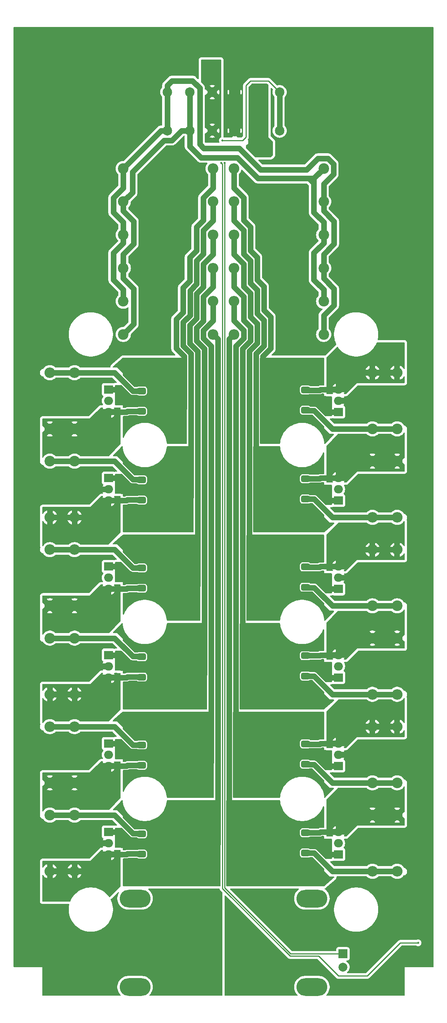
<source format=gbr>
%TF.GenerationSoftware,KiCad,Pcbnew,8.0.2*%
%TF.CreationDate,2024-12-14T16:27:18+01:00*%
%TF.ProjectId,pss_outstageboard,7073735f-6f75-4747-9374-616765626f61,1.0.0*%
%TF.SameCoordinates,Original*%
%TF.FileFunction,Copper,L2,Bot*%
%TF.FilePolarity,Positive*%
%FSLAX46Y46*%
G04 Gerber Fmt 4.6, Leading zero omitted, Abs format (unit mm)*
G04 Created by KiCad (PCBNEW 8.0.2) date 2024-12-14 16:27:18*
%MOMM*%
%LPD*%
G01*
G04 APERTURE LIST*
G04 Aperture macros list*
%AMRoundRect*
0 Rectangle with rounded corners*
0 $1 Rounding radius*
0 $2 $3 $4 $5 $6 $7 $8 $9 X,Y pos of 4 corners*
0 Add a 4 corners polygon primitive as box body*
4,1,4,$2,$3,$4,$5,$6,$7,$8,$9,$2,$3,0*
0 Add four circle primitives for the rounded corners*
1,1,$1+$1,$2,$3*
1,1,$1+$1,$4,$5*
1,1,$1+$1,$6,$7*
1,1,$1+$1,$8,$9*
0 Add four rect primitives between the rounded corners*
20,1,$1+$1,$2,$3,$4,$5,0*
20,1,$1+$1,$4,$5,$6,$7,0*
20,1,$1+$1,$6,$7,$8,$9,0*
20,1,$1+$1,$8,$9,$2,$3,0*%
G04 Aperture macros list end*
%TA.AperFunction,ComponentPad*%
%ADD10C,2.400000*%
%TD*%
%TA.AperFunction,ComponentPad*%
%ADD11O,2.400000X2.400000*%
%TD*%
%TA.AperFunction,ComponentPad*%
%ADD12R,2.000000X1.905000*%
%TD*%
%TA.AperFunction,ComponentPad*%
%ADD13O,2.000000X1.905000*%
%TD*%
%TA.AperFunction,WasherPad*%
%ADD14O,7.000000X4.000000*%
%TD*%
%TA.AperFunction,ComponentPad*%
%ADD15C,2.000000*%
%TD*%
%TA.AperFunction,ComponentPad*%
%ADD16R,2.000000X2.000000*%
%TD*%
%TA.AperFunction,ComponentPad*%
%ADD17C,2.162000*%
%TD*%
%TA.AperFunction,SMDPad,CuDef*%
%ADD18RoundRect,0.375000X-0.625000X-0.375000X0.625000X-0.375000X0.625000X0.375000X-0.625000X0.375000X0*%
%TD*%
%TA.AperFunction,SMDPad,CuDef*%
%ADD19RoundRect,0.500000X-0.500000X-1.400000X0.500000X-1.400000X0.500000X1.400000X-0.500000X1.400000X0*%
%TD*%
%TA.AperFunction,SMDPad,CuDef*%
%ADD20RoundRect,0.375000X0.625000X0.375000X-0.625000X0.375000X-0.625000X-0.375000X0.625000X-0.375000X0*%
%TD*%
%TA.AperFunction,SMDPad,CuDef*%
%ADD21RoundRect,0.500000X0.500000X1.400000X-0.500000X1.400000X-0.500000X-1.400000X0.500000X-1.400000X0*%
%TD*%
%TA.AperFunction,ViaPad*%
%ADD22C,0.500000*%
%TD*%
%TA.AperFunction,Conductor*%
%ADD23C,0.254000*%
%TD*%
%TA.AperFunction,Conductor*%
%ADD24C,1.270000*%
%TD*%
%TA.AperFunction,Conductor*%
%ADD25C,4.876800*%
%TD*%
%TA.AperFunction,Conductor*%
%ADD26C,2.540000*%
%TD*%
G04 APERTURE END LIST*
D10*
%TO.P,R2503,1*%
%TO.N,Net-(Q2501-B)*%
X249280000Y-158650000D03*
D11*
%TO.P,R2503,2*%
%TO.N,/power-electronics/outstage/outstage-unit/v_out*%
X249280000Y-171350000D03*
%TD*%
D10*
%TO.P,R2602,1*%
%TO.N,/power-electronics/outstage/outstage-unit/v_in-*%
X187340000Y-90000000D03*
D11*
%TO.P,R2602,2*%
%TO.N,Net-(Q2602-C)*%
X207660000Y-90000000D03*
%TD*%
D12*
%TO.P,Q2204,1,B*%
%TO.N,Net-(Q2202-C)*%
X184000000Y-122460000D03*
D13*
%TO.P,Q2204,2,C*%
%TO.N,/power-electronics/outstage/outstage-unit/-5V*%
X184000000Y-125000000D03*
%TO.P,Q2204,3,E*%
%TO.N,Net-(Q2202-B)*%
X184000000Y-127540000D03*
%TD*%
D10*
%TO.P,R2704,1*%
%TO.N,/power-electronics/outstage/outstage-unit/v_out*%
X249280000Y-191350000D03*
D11*
%TO.P,R2704,2*%
%TO.N,Net-(Q2702-B)*%
X249280000Y-178650000D03*
%TD*%
D12*
%TO.P,Q2404,1,B*%
%TO.N,Net-(Q2402-C)*%
X184000000Y-162460000D03*
D13*
%TO.P,Q2404,2,C*%
%TO.N,/power-electronics/outstage/outstage-unit/-5V*%
X184000000Y-165000000D03*
%TO.P,Q2404,3,E*%
%TO.N,Net-(Q2402-B)*%
X184000000Y-167540000D03*
%TD*%
D14*
%TO.P,M2101,*%
%TO.N,*%
X230000000Y-237500000D03*
X230000000Y-217500000D03*
X190000000Y-237500000D03*
X190000000Y-217500000D03*
D15*
%TO.P,M2101,1,+*%
%TO.N,Net-(JP2101-B)*%
X237000000Y-233000000D03*
D16*
%TO.P,M2101,2,-*%
%TO.N,/power-electronics/outstage/outstage-unit/GND*%
X237000000Y-230000000D03*
%TD*%
D10*
%TO.P,R2706,1*%
%TO.N,/power-electronics/outstage/outstage-unit/v_out*%
X243692000Y-191350000D03*
D11*
%TO.P,R2706,2*%
%TO.N,Net-(Q2702-B)*%
X243692000Y-178650000D03*
%TD*%
D12*
%TO.P,Q2604,1,B*%
%TO.N,Net-(Q2602-C)*%
X184000000Y-202460000D03*
D13*
%TO.P,Q2604,2,C*%
%TO.N,/power-electronics/outstage/outstage-unit/-5V*%
X184000000Y-205000000D03*
%TO.P,Q2604,3,E*%
%TO.N,Net-(Q2602-B)*%
X184000000Y-207540000D03*
%TD*%
D10*
%TO.P,R2301,1*%
%TO.N,/power-electronics/outstage/outstage-unit/v_in+*%
X232660000Y-60000000D03*
D11*
%TO.P,R2301,2*%
%TO.N,Net-(Q2301-C)*%
X212340000Y-60000000D03*
%TD*%
D10*
%TO.P,R2701,1*%
%TO.N,/power-electronics/outstage/outstage-unit/v_in+*%
X232660000Y-90000000D03*
D11*
%TO.P,R2701,2*%
%TO.N,Net-(Q2701-C)*%
X212340000Y-90000000D03*
%TD*%
D10*
%TO.P,R2204,1*%
%TO.N,/power-electronics/outstage/outstage-unit/v_out*%
X170720000Y-118650000D03*
D11*
%TO.P,R2204,2*%
%TO.N,Net-(Q2202-B)*%
X170720000Y-131350000D03*
%TD*%
D10*
%TO.P,R2202,1*%
%TO.N,/power-electronics/outstage/outstage-unit/v_in-*%
X187340000Y-60000000D03*
D11*
%TO.P,R2202,2*%
%TO.N,Net-(Q2202-C)*%
X207660000Y-60000000D03*
%TD*%
D10*
%TO.P,R2306,1*%
%TO.N,/power-electronics/outstage/outstage-unit/v_out*%
X243692000Y-111350000D03*
D11*
%TO.P,R2306,2*%
%TO.N,Net-(Q2302-B)*%
X243692000Y-98650000D03*
%TD*%
D10*
%TO.P,R2402,1*%
%TO.N,/power-electronics/outstage/outstage-unit/v_in-*%
X187340000Y-75000000D03*
D11*
%TO.P,R2402,2*%
%TO.N,Net-(Q2402-C)*%
X207660000Y-75000000D03*
%TD*%
D10*
%TO.P,R2205,1*%
%TO.N,Net-(Q2201-B)*%
X176308000Y-111350000D03*
D11*
%TO.P,R2205,2*%
%TO.N,/power-electronics/outstage/outstage-unit/v_out*%
X176308000Y-98650000D03*
%TD*%
D17*
%TO.P,J2101,1,Pin_1*%
%TO.N,/power-electronics/outstage/outstage-unit/GND*%
X222700000Y-43940000D03*
X222700000Y-35240000D03*
%TO.P,J2101,2,Pin_2*%
%TO.N,/power-electronics/outstage/outstage-unit/v_out*%
X217620000Y-43940000D03*
X217620000Y-35240000D03*
%TO.P,J2101,3,Pin_3*%
%TO.N,/power-electronics/outstage/outstage-unit/-5V*%
X212540000Y-43940000D03*
X212540000Y-35240000D03*
%TO.P,J2101,4,Pin_4*%
%TO.N,/power-electronics/outstage/outstage-unit/+10V*%
X207460000Y-43940000D03*
X207460000Y-35240000D03*
%TO.P,J2101,5,Pin_5*%
%TO.N,/power-electronics/outstage/outstage-unit/v_in-*%
X202380000Y-43940000D03*
X202380000Y-35240000D03*
%TO.P,J2101,6,Pin_6*%
%TO.N,/power-electronics/outstage/outstage-unit/v_in+*%
X197300000Y-43940000D03*
X197300000Y-35240000D03*
%TD*%
D10*
%TO.P,R2506,1*%
%TO.N,/power-electronics/outstage/outstage-unit/v_out*%
X243692000Y-151350000D03*
D11*
%TO.P,R2506,2*%
%TO.N,Net-(Q2502-B)*%
X243692000Y-138650000D03*
%TD*%
D12*
%TO.P,Q2703,1,B*%
%TO.N,Net-(Q2701-C)*%
X236000000Y-207540000D03*
D13*
%TO.P,Q2703,2,C*%
%TO.N,/power-electronics/outstage/outstage-unit/+10V*%
X236000000Y-205000000D03*
%TO.P,Q2703,3,E*%
%TO.N,Net-(Q2701-B)*%
X236000000Y-202460000D03*
%TD*%
D10*
%TO.P,R2206,1*%
%TO.N,/power-electronics/outstage/outstage-unit/v_out*%
X176308000Y-118650000D03*
D11*
%TO.P,R2206,2*%
%TO.N,Net-(Q2202-B)*%
X176308000Y-131350000D03*
%TD*%
D10*
%TO.P,R2605,1*%
%TO.N,Net-(Q2601-B)*%
X176308000Y-191350000D03*
D11*
%TO.P,R2605,2*%
%TO.N,/power-electronics/outstage/outstage-unit/v_out*%
X176308000Y-178650000D03*
%TD*%
D12*
%TO.P,Q2303,1,B*%
%TO.N,Net-(Q2301-C)*%
X236000000Y-127540000D03*
D13*
%TO.P,Q2303,2,C*%
%TO.N,/power-electronics/outstage/outstage-unit/+10V*%
X236000000Y-125000000D03*
%TO.P,Q2303,3,E*%
%TO.N,Net-(Q2301-B)*%
X236000000Y-122460000D03*
%TD*%
D10*
%TO.P,R2601,1*%
%TO.N,/power-electronics/outstage/outstage-unit/v_in+*%
X187340000Y-82500000D03*
D11*
%TO.P,R2601,2*%
%TO.N,Net-(Q2601-C)*%
X207660000Y-82500000D03*
%TD*%
D12*
%TO.P,Q2304,1,B*%
%TO.N,Net-(Q2302-C)*%
X236000000Y-107540000D03*
D13*
%TO.P,Q2304,2,C*%
%TO.N,/power-electronics/outstage/outstage-unit/-5V*%
X236000000Y-105000000D03*
%TO.P,Q2304,3,E*%
%TO.N,Net-(Q2302-B)*%
X236000000Y-102460000D03*
%TD*%
D10*
%TO.P,R2501,1*%
%TO.N,/power-electronics/outstage/outstage-unit/v_in+*%
X232660000Y-75000000D03*
D11*
%TO.P,R2501,2*%
%TO.N,Net-(Q2501-C)*%
X212340000Y-75000000D03*
%TD*%
D12*
%TO.P,Q2203,1,B*%
%TO.N,Net-(Q2201-C)*%
X184000000Y-102460000D03*
D13*
%TO.P,Q2203,2,C*%
%TO.N,/power-electronics/outstage/outstage-unit/+10V*%
X184000000Y-105000000D03*
%TO.P,Q2203,3,E*%
%TO.N,Net-(Q2201-B)*%
X184000000Y-107540000D03*
%TD*%
D10*
%TO.P,R2401,1*%
%TO.N,/power-electronics/outstage/outstage-unit/v_in+*%
X187340000Y-67500000D03*
D11*
%TO.P,R2401,2*%
%TO.N,Net-(Q2401-C)*%
X207660000Y-67500000D03*
%TD*%
D10*
%TO.P,R2203,1*%
%TO.N,Net-(Q2201-B)*%
X170720000Y-111350000D03*
D11*
%TO.P,R2203,2*%
%TO.N,/power-electronics/outstage/outstage-unit/v_out*%
X170720000Y-98650000D03*
%TD*%
D10*
%TO.P,R2603,1*%
%TO.N,Net-(Q2601-B)*%
X170720000Y-191350000D03*
D11*
%TO.P,R2603,2*%
%TO.N,/power-electronics/outstage/outstage-unit/v_out*%
X170720000Y-178650000D03*
%TD*%
D10*
%TO.P,R2404,1*%
%TO.N,/power-electronics/outstage/outstage-unit/v_out*%
X170720000Y-158650000D03*
D11*
%TO.P,R2404,2*%
%TO.N,Net-(Q2402-B)*%
X170720000Y-171350000D03*
%TD*%
D10*
%TO.P,R2304,1*%
%TO.N,/power-electronics/outstage/outstage-unit/v_out*%
X249280000Y-111350000D03*
D11*
%TO.P,R2304,2*%
%TO.N,Net-(Q2302-B)*%
X249280000Y-98650000D03*
%TD*%
D10*
%TO.P,R2406,1*%
%TO.N,/power-electronics/outstage/outstage-unit/v_out*%
X176308000Y-158650000D03*
D11*
%TO.P,R2406,2*%
%TO.N,Net-(Q2402-B)*%
X176308000Y-171350000D03*
%TD*%
D12*
%TO.P,Q2503,1,B*%
%TO.N,Net-(Q2501-C)*%
X236000000Y-167540000D03*
D13*
%TO.P,Q2503,2,C*%
%TO.N,/power-electronics/outstage/outstage-unit/+10V*%
X236000000Y-165000000D03*
%TO.P,Q2503,3,E*%
%TO.N,Net-(Q2501-B)*%
X236000000Y-162460000D03*
%TD*%
D10*
%TO.P,R2504,1*%
%TO.N,/power-electronics/outstage/outstage-unit/v_out*%
X249280000Y-151350000D03*
D11*
%TO.P,R2504,2*%
%TO.N,Net-(Q2502-B)*%
X249280000Y-138650000D03*
%TD*%
D12*
%TO.P,Q2403,1,B*%
%TO.N,Net-(Q2401-C)*%
X184000000Y-142460000D03*
D13*
%TO.P,Q2403,2,C*%
%TO.N,/power-electronics/outstage/outstage-unit/+10V*%
X184000000Y-145000000D03*
%TO.P,Q2403,3,E*%
%TO.N,Net-(Q2401-B)*%
X184000000Y-147540000D03*
%TD*%
D10*
%TO.P,R2705,1*%
%TO.N,Net-(Q2701-B)*%
X243692000Y-198650000D03*
D11*
%TO.P,R2705,2*%
%TO.N,/power-electronics/outstage/outstage-unit/v_out*%
X243692000Y-211350000D03*
%TD*%
D10*
%TO.P,R2305,1*%
%TO.N,Net-(Q2301-B)*%
X243692000Y-118650000D03*
D11*
%TO.P,R2305,2*%
%TO.N,/power-electronics/outstage/outstage-unit/v_out*%
X243692000Y-131350000D03*
%TD*%
D10*
%TO.P,R2502,1*%
%TO.N,/power-electronics/outstage/outstage-unit/v_in-*%
X232660000Y-67500000D03*
D11*
%TO.P,R2502,2*%
%TO.N,Net-(Q2502-C)*%
X212340000Y-67500000D03*
%TD*%
D10*
%TO.P,R2604,1*%
%TO.N,/power-electronics/outstage/outstage-unit/v_out*%
X170720000Y-198650000D03*
D11*
%TO.P,R2604,2*%
%TO.N,Net-(Q2602-B)*%
X170720000Y-211350000D03*
%TD*%
D10*
%TO.P,R2703,1*%
%TO.N,Net-(Q2701-B)*%
X249280000Y-198650000D03*
D11*
%TO.P,R2703,2*%
%TO.N,/power-electronics/outstage/outstage-unit/v_out*%
X249280000Y-211350000D03*
%TD*%
D10*
%TO.P,R2303,1*%
%TO.N,Net-(Q2301-B)*%
X249280000Y-118650000D03*
D11*
%TO.P,R2303,2*%
%TO.N,/power-electronics/outstage/outstage-unit/v_out*%
X249280000Y-131350000D03*
%TD*%
D12*
%TO.P,Q2704,1,B*%
%TO.N,Net-(Q2702-C)*%
X236000000Y-187540000D03*
D13*
%TO.P,Q2704,2,C*%
%TO.N,/power-electronics/outstage/outstage-unit/-5V*%
X236000000Y-185000000D03*
%TO.P,Q2704,3,E*%
%TO.N,Net-(Q2702-B)*%
X236000000Y-182460000D03*
%TD*%
D10*
%TO.P,R2405,1*%
%TO.N,Net-(Q2401-B)*%
X176308000Y-151350000D03*
D11*
%TO.P,R2405,2*%
%TO.N,/power-electronics/outstage/outstage-unit/v_out*%
X176308000Y-138650000D03*
%TD*%
D12*
%TO.P,Q2504,1,B*%
%TO.N,Net-(Q2502-C)*%
X236000000Y-147540000D03*
D13*
%TO.P,Q2504,2,C*%
%TO.N,/power-electronics/outstage/outstage-unit/-5V*%
X236000000Y-145000000D03*
%TO.P,Q2504,3,E*%
%TO.N,Net-(Q2502-B)*%
X236000000Y-142460000D03*
%TD*%
D10*
%TO.P,R2403,1*%
%TO.N,Net-(Q2401-B)*%
X170720000Y-151350000D03*
D11*
%TO.P,R2403,2*%
%TO.N,/power-electronics/outstage/outstage-unit/v_out*%
X170720000Y-138650000D03*
%TD*%
D10*
%TO.P,R2702,1*%
%TO.N,/power-electronics/outstage/outstage-unit/v_in-*%
X232660000Y-82500000D03*
D11*
%TO.P,R2702,2*%
%TO.N,Net-(Q2702-C)*%
X212340000Y-82500000D03*
%TD*%
D10*
%TO.P,R2606,1*%
%TO.N,/power-electronics/outstage/outstage-unit/v_out*%
X176308000Y-198650000D03*
D11*
%TO.P,R2606,2*%
%TO.N,Net-(Q2602-B)*%
X176308000Y-211350000D03*
%TD*%
D10*
%TO.P,R2505,1*%
%TO.N,Net-(Q2501-B)*%
X243692000Y-158650000D03*
D11*
%TO.P,R2505,2*%
%TO.N,/power-electronics/outstage/outstage-unit/v_out*%
X243692000Y-171350000D03*
%TD*%
D12*
%TO.P,Q2603,1,B*%
%TO.N,Net-(Q2601-C)*%
X184000000Y-182460000D03*
D13*
%TO.P,Q2603,2,C*%
%TO.N,/power-electronics/outstage/outstage-unit/+10V*%
X184000000Y-185000000D03*
%TO.P,Q2603,3,E*%
%TO.N,Net-(Q2601-B)*%
X184000000Y-187540000D03*
%TD*%
D10*
%TO.P,R2302,1*%
%TO.N,/power-electronics/outstage/outstage-unit/v_in-*%
X232660000Y-52500000D03*
D11*
%TO.P,R2302,2*%
%TO.N,Net-(Q2302-C)*%
X212340000Y-52500000D03*
%TD*%
D10*
%TO.P,R2201,1*%
%TO.N,/power-electronics/outstage/outstage-unit/v_in+*%
X187340000Y-52500000D03*
D11*
%TO.P,R2201,2*%
%TO.N,Net-(Q2201-C)*%
X207660000Y-52500000D03*
%TD*%
D18*
%TO.P,Q2202,1,B*%
%TO.N,Net-(Q2202-B)*%
X191470000Y-127460000D03*
%TO.P,Q2202,2,C*%
%TO.N,Net-(Q2202-C)*%
X191470000Y-125160000D03*
D19*
X197770000Y-125160000D03*
D18*
%TO.P,Q2202,3,E*%
%TO.N,/power-electronics/outstage/outstage-unit/v_out*%
X191470000Y-122860000D03*
%TD*%
D20*
%TO.P,Q2502,1,B*%
%TO.N,Net-(Q2502-B)*%
X228530000Y-142540000D03*
%TO.P,Q2502,2,C*%
%TO.N,Net-(Q2502-C)*%
X228530000Y-144840000D03*
D21*
X222230000Y-144840000D03*
D20*
%TO.P,Q2502,3,E*%
%TO.N,/power-electronics/outstage/outstage-unit/v_out*%
X228530000Y-147140000D03*
%TD*%
D18*
%TO.P,Q2401,1,B*%
%TO.N,Net-(Q2401-B)*%
X191470000Y-147380000D03*
%TO.P,Q2401,2,C*%
%TO.N,Net-(Q2401-C)*%
X191470000Y-145080000D03*
D19*
X197770000Y-145080000D03*
D18*
%TO.P,Q2401,3,E*%
%TO.N,/power-electronics/outstage/outstage-unit/v_out*%
X191470000Y-142780000D03*
%TD*%
D20*
%TO.P,Q2301,1,B*%
%TO.N,Net-(Q2301-B)*%
X228530000Y-122620000D03*
%TO.P,Q2301,2,C*%
%TO.N,Net-(Q2301-C)*%
X228530000Y-124920000D03*
D21*
X222230000Y-124920000D03*
D20*
%TO.P,Q2301,3,E*%
%TO.N,/power-electronics/outstage/outstage-unit/v_out*%
X228530000Y-127220000D03*
%TD*%
D18*
%TO.P,Q2601,1,B*%
%TO.N,Net-(Q2601-B)*%
X191470000Y-187380000D03*
%TO.P,Q2601,2,C*%
%TO.N,Net-(Q2601-C)*%
X191470000Y-185080000D03*
D19*
X197770000Y-185080000D03*
D18*
%TO.P,Q2601,3,E*%
%TO.N,/power-electronics/outstage/outstage-unit/v_out*%
X191470000Y-182780000D03*
%TD*%
D20*
%TO.P,Q2302,1,B*%
%TO.N,Net-(Q2302-B)*%
X228530000Y-102540000D03*
%TO.P,Q2302,2,C*%
%TO.N,Net-(Q2302-C)*%
X228530000Y-104840000D03*
D21*
X222230000Y-104840000D03*
D20*
%TO.P,Q2302,3,E*%
%TO.N,/power-electronics/outstage/outstage-unit/v_out*%
X228530000Y-107140000D03*
%TD*%
D18*
%TO.P,Q2602,1,B*%
%TO.N,Net-(Q2602-B)*%
X191470000Y-207460000D03*
%TO.P,Q2602,2,C*%
%TO.N,Net-(Q2602-C)*%
X191470000Y-205160000D03*
D19*
X197770000Y-205160000D03*
D18*
%TO.P,Q2602,3,E*%
%TO.N,/power-electronics/outstage/outstage-unit/v_out*%
X191470000Y-202860000D03*
%TD*%
%TO.P,Q2402,1,B*%
%TO.N,Net-(Q2402-B)*%
X191470000Y-167460000D03*
%TO.P,Q2402,2,C*%
%TO.N,Net-(Q2402-C)*%
X191470000Y-165160000D03*
D19*
X197770000Y-165160000D03*
D18*
%TO.P,Q2402,3,E*%
%TO.N,/power-electronics/outstage/outstage-unit/v_out*%
X191470000Y-162860000D03*
%TD*%
D20*
%TO.P,Q2501,1,B*%
%TO.N,Net-(Q2501-B)*%
X228530000Y-162620000D03*
%TO.P,Q2501,2,C*%
%TO.N,Net-(Q2501-C)*%
X228530000Y-164920000D03*
D21*
X222230000Y-164920000D03*
D20*
%TO.P,Q2501,3,E*%
%TO.N,/power-electronics/outstage/outstage-unit/v_out*%
X228530000Y-167220000D03*
%TD*%
D18*
%TO.P,Q2201,1,B*%
%TO.N,Net-(Q2201-B)*%
X191470000Y-107380000D03*
%TO.P,Q2201,2,C*%
%TO.N,Net-(Q2201-C)*%
X191470000Y-105080000D03*
D19*
X197770000Y-105080000D03*
D18*
%TO.P,Q2201,3,E*%
%TO.N,/power-electronics/outstage/outstage-unit/v_out*%
X191470000Y-102780000D03*
%TD*%
D20*
%TO.P,Q2701,1,B*%
%TO.N,Net-(Q2701-B)*%
X228530000Y-202620000D03*
%TO.P,Q2701,2,C*%
%TO.N,Net-(Q2701-C)*%
X228530000Y-204920000D03*
D21*
X222230000Y-204920000D03*
D20*
%TO.P,Q2701,3,E*%
%TO.N,/power-electronics/outstage/outstage-unit/v_out*%
X228530000Y-207220000D03*
%TD*%
%TO.P,Q2702,1,B*%
%TO.N,Net-(Q2702-B)*%
X228530000Y-182540000D03*
%TO.P,Q2702,2,C*%
%TO.N,Net-(Q2702-C)*%
X228530000Y-184840000D03*
D21*
X222230000Y-184840000D03*
D20*
%TO.P,Q2702,3,E*%
%TO.N,/power-electronics/outstage/outstage-unit/v_out*%
X228530000Y-187140000D03*
%TD*%
D22*
%TO.N,/power-electronics/outstage/outstage-unit/GND*%
X209746000Y-46162000D03*
X210264947Y-51236527D03*
%TO.N,/power-electronics/outstage/outstage-unit/-5V*%
X211270000Y-30160000D03*
X213810000Y-32700000D03*
X213810000Y-30160000D03*
X212540000Y-31430000D03*
X213810000Y-28890000D03*
X211270000Y-31430000D03*
X212540000Y-30160000D03*
X211270000Y-28890000D03*
X213810000Y-31430000D03*
X211270000Y-32700000D03*
X227780000Y-30160000D03*
X212540000Y-28890000D03*
%TO.N,/power-electronics/outstage/outstage-unit/+10V*%
X208730000Y-28890000D03*
X208730000Y-30160000D03*
X254000000Y-227500000D03*
X206190000Y-30160000D03*
X207460000Y-30160000D03*
X208730000Y-32700000D03*
X207460000Y-31430000D03*
X207460000Y-28890000D03*
X206190000Y-32700000D03*
X206190000Y-31430000D03*
X208730000Y-31430000D03*
X206190000Y-28890000D03*
X209492000Y-51242000D03*
%TO.N,/power-electronics/outstage/outstage-unit/v_out*%
X217620000Y-49210000D03*
X218890000Y-47940000D03*
X218890000Y-49210000D03*
X234778000Y-191350000D03*
X185222000Y-138650000D03*
X216350000Y-47940000D03*
X185222000Y-178650000D03*
X234778000Y-131350000D03*
X220160000Y-49210000D03*
X234778000Y-111350000D03*
X234778000Y-171350000D03*
X220160000Y-46670000D03*
X217620000Y-47940000D03*
X220160000Y-47940000D03*
X185222000Y-118650000D03*
X218890000Y-46670000D03*
X185222000Y-198650000D03*
X234778000Y-211350000D03*
X216350000Y-46670000D03*
X185222000Y-158650000D03*
X217620000Y-46670000D03*
X234778000Y-151350000D03*
X185222000Y-98650000D03*
%TD*%
D23*
%TO.N,/power-electronics/outstage/outstage-unit/GND*%
X214318000Y-46162000D02*
X215080000Y-45400000D01*
X210254000Y-52258000D02*
X210254000Y-215072000D01*
X215080000Y-45400000D02*
X215080000Y-33716000D01*
D24*
X222700000Y-35240000D02*
X222700000Y-43940000D01*
D23*
X210254000Y-215072000D02*
X225182000Y-230000000D01*
X210254000Y-52258000D02*
X210254000Y-51247474D01*
X220160000Y-32700000D02*
X222700000Y-35240000D01*
X225182000Y-230000000D02*
X237000000Y-230000000D01*
X209746000Y-46162000D02*
X214318000Y-46162000D01*
X215080000Y-33716000D02*
X216096000Y-32700000D01*
X216096000Y-32700000D02*
X220160000Y-32700000D01*
X210254000Y-51247474D02*
X210264947Y-51236527D01*
D25*
%TO.N,/power-electronics/outstage/outstage-unit/-5V*%
X255061600Y-24421600D02*
X253578400Y-22938400D01*
X166421600Y-22938400D02*
X164938400Y-24421600D01*
X255061600Y-212500000D02*
X255061600Y-24421600D01*
D24*
X184000000Y-165000000D02*
X166000000Y-165000000D01*
X236000000Y-105000000D02*
X254000000Y-105000000D01*
D25*
X164938400Y-24421600D02*
X164938400Y-230312000D01*
D24*
X184000000Y-125000000D02*
X166000000Y-125000000D01*
X184000000Y-205000000D02*
X166000000Y-205000000D01*
X236000000Y-145000000D02*
X254000000Y-145000000D01*
D26*
X212540000Y-43940000D02*
X212540000Y-22938400D01*
D25*
X253578400Y-22938400D02*
X212540000Y-22938400D01*
D24*
X236000000Y-185000000D02*
X254000000Y-185000000D01*
D25*
X212540000Y-22938400D02*
X166421600Y-22938400D01*
D24*
%TO.N,/power-electronics/outstage/outstage-unit/v_in+*%
X187340000Y-52500000D02*
X195900000Y-43940000D01*
X203015000Y-32700000D02*
X204666000Y-34351000D01*
X234993600Y-64457600D02*
X232653600Y-62117600D01*
X231336000Y-50226000D02*
X233622000Y-50226000D01*
X204666000Y-47051000D02*
X205555000Y-47940000D01*
X234993600Y-79697600D02*
X232653600Y-77357600D01*
X234993600Y-69537600D02*
X234993600Y-64457600D01*
X187340000Y-69330000D02*
X187340000Y-67500000D01*
X197300000Y-35240000D02*
X197300000Y-33716000D01*
X185108000Y-77658000D02*
X185108000Y-71562000D01*
X213556000Y-47940000D02*
X218382000Y-52766000D01*
X232653600Y-62117600D02*
X232653600Y-60007600D01*
X204666000Y-34351000D02*
X204666000Y-47051000D01*
X234892000Y-51496000D02*
X234892000Y-53782000D01*
X187340000Y-82500000D02*
X187340000Y-79890000D01*
X185108000Y-71562000D02*
X187340000Y-69330000D01*
X185108000Y-59116000D02*
X187340000Y-56884000D01*
X187340000Y-64650000D02*
X185108000Y-62418000D01*
X205555000Y-47940000D02*
X213556000Y-47940000D01*
X228796000Y-52766000D02*
X231336000Y-50226000D01*
X197300000Y-33716000D02*
X198316000Y-32700000D01*
X195900000Y-43940000D02*
X197300000Y-43940000D01*
X234892000Y-53782000D02*
X232660000Y-56014000D01*
X218382000Y-52766000D02*
X228796000Y-52766000D01*
X232660000Y-56014000D02*
X232660000Y-60000000D01*
X234993600Y-83398400D02*
X234993600Y-79697600D01*
X233622000Y-50226000D02*
X234892000Y-51496000D01*
X198316000Y-32700000D02*
X203015000Y-32700000D01*
X197300000Y-43940000D02*
X197300000Y-35240000D01*
X232653600Y-71877600D02*
X234993600Y-69537600D01*
X187340000Y-56884000D02*
X187340000Y-52500000D01*
X187340000Y-67500000D02*
X187340000Y-64650000D01*
X232653600Y-85738400D02*
X234993600Y-83398400D01*
X185108000Y-62418000D02*
X185108000Y-59116000D01*
X187340000Y-79890000D02*
X185108000Y-77658000D01*
X232653600Y-60007600D02*
X232873600Y-60007600D01*
X232653600Y-77357600D02*
X232653600Y-71877600D01*
X232653600Y-90007600D02*
X232653600Y-85738400D01*
%TO.N,/power-electronics/outstage/outstage-unit/v_in-*%
X204944780Y-50048200D02*
X213124200Y-50048200D01*
X230421600Y-55814000D02*
X230421600Y-54739600D01*
X187340000Y-71870000D02*
X189680000Y-69530000D01*
X229304000Y-54739600D02*
X230421600Y-54739600D01*
X213124200Y-50048200D02*
X217815600Y-54739600D01*
X189680000Y-87660000D02*
X189680000Y-79690000D01*
X187340000Y-77350000D02*
X187340000Y-75000000D01*
X232653600Y-69337600D02*
X232653600Y-67507600D01*
X232653600Y-82507600D02*
X232653600Y-79897600D01*
X189680000Y-79690000D02*
X187340000Y-77350000D01*
X198316000Y-46162000D02*
X200538000Y-43940000D01*
X189680000Y-64450000D02*
X187340000Y-62110000D01*
X217815600Y-54739600D02*
X229304000Y-54739600D01*
X230421600Y-54739600D02*
X232653600Y-52507600D01*
X230421600Y-71569600D02*
X232653600Y-69337600D01*
X229304000Y-54739600D02*
X229347200Y-54739600D01*
X202380000Y-43940000D02*
X202380000Y-47483420D01*
X200538000Y-43940000D02*
X202380000Y-43940000D01*
X189426000Y-53274000D02*
X196538000Y-46162000D01*
X187340000Y-62110000D02*
X187340000Y-60000000D01*
X187340000Y-75000000D02*
X187340000Y-71870000D01*
X187340000Y-60000000D02*
X189426000Y-57914000D01*
X202380000Y-43940000D02*
X202380000Y-35240000D01*
X202380000Y-47483420D02*
X204944780Y-50048200D01*
X232653600Y-64657600D02*
X230421600Y-62425600D01*
X187340000Y-90000000D02*
X189680000Y-87660000D01*
X232653600Y-79897600D02*
X230421600Y-77665600D01*
X196538000Y-46162000D02*
X198316000Y-46162000D01*
X230421600Y-77665600D02*
X230421600Y-71569600D01*
X189680000Y-69530000D02*
X189680000Y-64450000D01*
X229347200Y-54739600D02*
X230421600Y-55814000D01*
X232653600Y-67507600D02*
X232653600Y-64657600D01*
X230421600Y-62425600D02*
X230421600Y-55814000D01*
X189426000Y-57914000D02*
X189426000Y-53274000D01*
D23*
%TO.N,/power-electronics/outstage/outstage-unit/+10V*%
X209746000Y-215072000D02*
X209746000Y-215000000D01*
X209746000Y-215000000D02*
X209746000Y-52512000D01*
X250000000Y-227500000D02*
X254000000Y-227500000D01*
X225035422Y-230500000D02*
X231500000Y-230500000D01*
X231500000Y-230500000D02*
X236000000Y-235000000D01*
X209746000Y-215210578D02*
X225035422Y-230500000D01*
X236000000Y-235000000D02*
X242500000Y-235000000D01*
X209746000Y-52512000D02*
X209746000Y-51496000D01*
X209746000Y-215000000D02*
X209746000Y-215210578D01*
X242500000Y-235000000D02*
X250000000Y-227500000D01*
X209746000Y-51496000D02*
X209492000Y-51242000D01*
D24*
%TO.N,/power-electronics/outstage/outstage-unit/v_out*%
X249280000Y-111350000D02*
X234778000Y-111350000D01*
X191470000Y-102780000D02*
X189512000Y-102780000D01*
X249280000Y-191350000D02*
X234778000Y-191350000D01*
X228530000Y-167220000D02*
X230488000Y-167220000D01*
X243692000Y-211350000D02*
X234778000Y-211350000D01*
X243692000Y-171350000D02*
X234778000Y-171350000D01*
X185382000Y-118650000D02*
X189512000Y-122780000D01*
X234618000Y-191350000D02*
X230488000Y-187220000D01*
X228530000Y-207220000D02*
X230488000Y-207220000D01*
X234778000Y-131350000D02*
X234618000Y-131350000D01*
X170720000Y-198650000D02*
X185222000Y-198650000D01*
X249280000Y-211350000D02*
X243692000Y-211350000D01*
X185382000Y-98650000D02*
X189512000Y-102780000D01*
X228530000Y-127220000D02*
X230488000Y-127220000D01*
X234618000Y-151350000D02*
X230488000Y-147220000D01*
X185222000Y-138650000D02*
X185382000Y-138650000D01*
X185222000Y-178650000D02*
X185382000Y-178650000D01*
X191470000Y-202780000D02*
X189512000Y-202780000D01*
X185382000Y-178650000D02*
X189512000Y-182780000D01*
X234778000Y-211350000D02*
X234618000Y-211350000D01*
X234778000Y-111350000D02*
X234618000Y-111350000D01*
X228530000Y-187220000D02*
X230488000Y-187220000D01*
X228530000Y-147220000D02*
X230488000Y-147220000D01*
X176308000Y-138650000D02*
X185222000Y-138650000D01*
X170720000Y-98650000D02*
X176308000Y-98650000D01*
X234618000Y-111350000D02*
X230488000Y-107220000D01*
X170720000Y-138650000D02*
X176308000Y-138650000D01*
X249280000Y-151350000D02*
X234778000Y-151350000D01*
X234778000Y-191350000D02*
X234618000Y-191350000D01*
X185222000Y-158650000D02*
X185382000Y-158650000D01*
X191470000Y-122780000D02*
X189512000Y-122780000D01*
X234778000Y-151350000D02*
X234618000Y-151350000D01*
X170720000Y-118650000D02*
X185222000Y-118650000D01*
X185382000Y-158650000D02*
X189512000Y-162780000D01*
X243692000Y-131350000D02*
X234778000Y-131350000D01*
X234778000Y-171350000D02*
X234618000Y-171350000D01*
X185382000Y-198650000D02*
X189512000Y-202780000D01*
X191470000Y-182780000D02*
X189512000Y-182780000D01*
X176308000Y-178650000D02*
X185222000Y-178650000D01*
X228530000Y-107220000D02*
X230488000Y-107220000D01*
X185382000Y-138650000D02*
X189512000Y-142780000D01*
X249280000Y-131350000D02*
X243692000Y-131350000D01*
X185222000Y-118650000D02*
X185382000Y-118650000D01*
X170720000Y-178650000D02*
X176308000Y-178650000D01*
X234618000Y-171350000D02*
X230488000Y-167220000D01*
X185222000Y-98650000D02*
X185382000Y-98650000D01*
X176308000Y-98650000D02*
X185222000Y-98650000D01*
X191470000Y-162780000D02*
X189512000Y-162780000D01*
X191470000Y-142780000D02*
X189512000Y-142780000D01*
X249280000Y-171350000D02*
X243692000Y-171350000D01*
X170720000Y-158650000D02*
X185222000Y-158650000D01*
X185222000Y-198650000D02*
X185382000Y-198650000D01*
X234618000Y-131350000D02*
X230488000Y-127220000D01*
X234618000Y-211350000D02*
X230488000Y-207220000D01*
%TO.N,Net-(Q2201-C)*%
X207660000Y-52500000D02*
X207660000Y-56884000D01*
X199332000Y-93152000D02*
X201110000Y-94930000D01*
X207660000Y-56884000D02*
X205428000Y-59116000D01*
X186017000Y-102460000D02*
X184000000Y-102460000D01*
X205428000Y-59116000D02*
X205428000Y-64196000D01*
X203904000Y-71054000D02*
X202380000Y-72578000D01*
X200856000Y-85024000D02*
X199332000Y-86548000D01*
X199332000Y-86548000D02*
X199332000Y-93152000D01*
X191470000Y-105080000D02*
X197770000Y-105080000D01*
X203904000Y-65720000D02*
X203904000Y-71054000D01*
X205428000Y-64196000D02*
X203904000Y-65720000D01*
X202380000Y-72578000D02*
X202380000Y-77912000D01*
X201110000Y-94930000D02*
X201110000Y-106741000D01*
X191470000Y-105080000D02*
X188637000Y-105080000D01*
X200856000Y-79436000D02*
X200856000Y-85024000D01*
X188637000Y-105080000D02*
X186017000Y-102460000D01*
X202380000Y-77912000D02*
X200856000Y-79436000D01*
%TO.N,Net-(Q2201-B)*%
X184000000Y-107540000D02*
X180190000Y-111350000D01*
X184000000Y-107540000D02*
X188110000Y-107540000D01*
X188270000Y-107380000D02*
X191470000Y-107380000D01*
X188110000Y-107540000D02*
X188270000Y-107380000D01*
X170720000Y-111350000D02*
X180190000Y-111350000D01*
%TO.N,Net-(Q2202-C)*%
X188637000Y-125080000D02*
X186017000Y-122460000D01*
X207660000Y-60000000D02*
X207660000Y-64250000D01*
X205428000Y-71816000D02*
X203904000Y-73340000D01*
X202634000Y-94370580D02*
X202634000Y-126807000D01*
X202430800Y-85683780D02*
X200856000Y-87258580D01*
X203904000Y-78622580D02*
X202430800Y-80095780D01*
X200856000Y-87258580D02*
X200856000Y-92592580D01*
X203904000Y-73340000D02*
X203904000Y-78622580D01*
X202430800Y-80095780D02*
X202430800Y-85683780D01*
X207660000Y-64250000D02*
X205428000Y-66482000D01*
X205428000Y-66482000D02*
X205428000Y-71816000D01*
X191470000Y-125080000D02*
X188637000Y-125080000D01*
X200856000Y-92592580D02*
X202634000Y-94370580D01*
X191470000Y-125160000D02*
X197770000Y-125160000D01*
X186017000Y-122460000D02*
X184000000Y-122460000D01*
%TO.N,Net-(Q2202-B)*%
X188110000Y-127540000D02*
X188270000Y-127380000D01*
X184000000Y-127540000D02*
X180190000Y-131350000D01*
X184000000Y-127540000D02*
X188110000Y-127540000D01*
X188270000Y-127380000D02*
X191470000Y-127380000D01*
X170720000Y-131350000D02*
X180190000Y-131350000D01*
%TO.N,Net-(Q2301-B)*%
X231890000Y-122460000D02*
X231730000Y-122620000D01*
X249280000Y-118650000D02*
X239810000Y-118650000D01*
X236000000Y-122460000D02*
X239810000Y-118650000D01*
X231730000Y-122620000D02*
X228530000Y-122620000D01*
X236000000Y-122460000D02*
X231890000Y-122460000D01*
%TO.N,Net-(Q2301-C)*%
X212340000Y-60000000D02*
X212340000Y-64250000D01*
X219144000Y-92544260D02*
X217366000Y-94322260D01*
X217620000Y-85278000D02*
X219144000Y-86802000D01*
X233983000Y-127540000D02*
X236000000Y-127540000D01*
X214572000Y-66482000D02*
X214572000Y-71816000D01*
X217366000Y-94322260D02*
X217366000Y-126553000D01*
X219144000Y-86802000D02*
X219144000Y-92544260D01*
X228530000Y-124920000D02*
X222230000Y-124920000D01*
X231363000Y-124920000D02*
X233983000Y-127540000D01*
X217620000Y-79944000D02*
X217620000Y-85278000D01*
X214572000Y-71816000D02*
X216096000Y-73340000D01*
X228530000Y-124920000D02*
X231363000Y-124920000D01*
X216096000Y-78420000D02*
X217620000Y-79944000D01*
X216096000Y-73340000D02*
X216096000Y-78420000D01*
X212340000Y-64250000D02*
X214572000Y-66482000D01*
%TO.N,Net-(Q2302-C)*%
X219144000Y-79182000D02*
X217620000Y-77658000D01*
X212340000Y-56884000D02*
X212340000Y-52500000D01*
X214572000Y-59116000D02*
X212340000Y-56884000D01*
X228530000Y-104920000D02*
X231363000Y-104920000D01*
X218890000Y-106614000D02*
X218890000Y-94930000D01*
X217620000Y-77658000D02*
X217620000Y-72578000D01*
X217620000Y-72578000D02*
X216096000Y-71054000D01*
X216096000Y-65720000D02*
X214572000Y-64196000D01*
X216096000Y-71054000D02*
X216096000Y-65720000D01*
X233983000Y-107540000D02*
X236000000Y-107540000D01*
X220668000Y-93152000D02*
X220668000Y-86040000D01*
X231363000Y-104920000D02*
X233983000Y-107540000D01*
X219144000Y-84516000D02*
X219144000Y-79182000D01*
X218890000Y-94930000D02*
X220668000Y-93152000D01*
X228530000Y-104840000D02*
X222230000Y-104840000D01*
X214572000Y-64196000D02*
X214572000Y-59116000D01*
X220668000Y-86040000D02*
X219144000Y-84516000D01*
%TO.N,Net-(Q2302-B)*%
X236000000Y-102460000D02*
X231890000Y-102460000D01*
X231730000Y-102620000D02*
X228530000Y-102620000D01*
X249280000Y-98650000D02*
X239810000Y-98650000D01*
X231890000Y-102460000D02*
X231730000Y-102620000D01*
X236000000Y-102460000D02*
X239810000Y-98650000D01*
%TO.N,Net-(Q2401-C)*%
X205428000Y-79309000D02*
X203904000Y-80833000D01*
X191470000Y-145080000D02*
X197770000Y-145080000D01*
X202380000Y-87945000D02*
X202380000Y-92033160D01*
X207660000Y-71870000D02*
X205428000Y-74102000D01*
X188637000Y-145080000D02*
X186017000Y-142460000D01*
X204158000Y-93811160D02*
X204158000Y-146746000D01*
X205428000Y-74102000D02*
X205428000Y-79309000D01*
X203904000Y-80833000D02*
X203904000Y-86421000D01*
X207660000Y-67500000D02*
X207660000Y-71870000D01*
X191470000Y-145080000D02*
X188637000Y-145080000D01*
X186017000Y-142460000D02*
X184000000Y-142460000D01*
X203904000Y-86421000D02*
X202380000Y-87945000D01*
X202380000Y-92033160D02*
X204158000Y-93811160D01*
%TO.N,Net-(Q2401-B)*%
X184000000Y-147540000D02*
X188110000Y-147540000D01*
X188110000Y-147540000D02*
X188270000Y-147380000D01*
X184000000Y-147540000D02*
X180190000Y-151350000D01*
X170720000Y-151350000D02*
X180190000Y-151350000D01*
X188270000Y-147380000D02*
X191470000Y-147380000D01*
%TO.N,Net-(Q2402-C)*%
X203904000Y-88528580D02*
X203904000Y-91473740D01*
X205428000Y-81468000D02*
X205428000Y-87004580D01*
X207660000Y-75000000D02*
X207660000Y-79236000D01*
X191470000Y-165080000D02*
X188637000Y-165080000D01*
X203904000Y-91473740D02*
X205682000Y-93251740D01*
X207660000Y-79236000D02*
X205428000Y-81468000D01*
X205682000Y-93251740D02*
X205682000Y-166812000D01*
X188637000Y-165080000D02*
X186017000Y-162460000D01*
X186017000Y-162460000D02*
X184000000Y-162460000D01*
X191470000Y-165160000D02*
X197770000Y-165160000D01*
X205428000Y-87004580D02*
X203904000Y-88528580D01*
%TO.N,Net-(Q2402-B)*%
X170720000Y-171350000D02*
X180190000Y-171350000D01*
X184000000Y-167540000D02*
X188110000Y-167540000D01*
X184000000Y-167540000D02*
X180190000Y-171350000D01*
X188110000Y-167540000D02*
X188270000Y-167380000D01*
X188270000Y-167380000D02*
X191470000Y-167380000D01*
%TO.N,Net-(Q2501-C)*%
X228530000Y-164920000D02*
X231363000Y-164920000D01*
X214572000Y-86802000D02*
X216096000Y-88326000D01*
X216096000Y-88326000D02*
X216096000Y-91425420D01*
X216096000Y-91425420D02*
X214318000Y-93203420D01*
X214572000Y-81468000D02*
X214572000Y-86802000D01*
X228530000Y-164920000D02*
X222230000Y-164920000D01*
X212340000Y-75000000D02*
X212340000Y-79236000D01*
X233983000Y-167540000D02*
X236000000Y-167540000D01*
X214318000Y-93203420D02*
X214318000Y-166558000D01*
X231363000Y-164920000D02*
X233983000Y-167540000D01*
X212340000Y-79236000D02*
X214572000Y-81468000D01*
%TO.N,Net-(Q2501-B)*%
X236000000Y-162460000D02*
X239810000Y-158650000D01*
X236000000Y-162460000D02*
X231890000Y-162460000D01*
X249280000Y-158650000D02*
X239810000Y-158650000D01*
X231890000Y-162460000D02*
X231730000Y-162620000D01*
X231730000Y-162620000D02*
X228530000Y-162620000D01*
%TO.N,Net-(Q2502-C)*%
X217620000Y-91984840D02*
X215842000Y-93762840D01*
X212340000Y-71870000D02*
X214572000Y-74102000D01*
X212340000Y-67500000D02*
X212340000Y-71870000D01*
X217620000Y-87564000D02*
X217620000Y-91984840D01*
X214572000Y-79182000D02*
X216096000Y-80706000D01*
X216096000Y-80706000D02*
X216096000Y-86040000D01*
X233983000Y-147540000D02*
X236000000Y-147540000D01*
X228530000Y-144920000D02*
X231363000Y-144920000D01*
X228530000Y-144840000D02*
X222230000Y-144840000D01*
X216096000Y-86040000D02*
X217620000Y-87564000D01*
X231363000Y-144920000D02*
X233983000Y-147540000D01*
X214572000Y-74102000D02*
X214572000Y-79182000D01*
X215842000Y-93762840D02*
X215842000Y-146492000D01*
%TO.N,Net-(Q2502-B)*%
X236000000Y-142460000D02*
X231890000Y-142460000D01*
X231890000Y-142460000D02*
X231730000Y-142620000D01*
X249280000Y-138650000D02*
X239810000Y-138650000D01*
X231730000Y-142620000D02*
X228530000Y-142620000D01*
X236000000Y-142460000D02*
X239810000Y-138650000D01*
%TO.N,Net-(Q2601-B)*%
X188110000Y-187540000D02*
X188270000Y-187380000D01*
X188270000Y-187380000D02*
X191470000Y-187380000D01*
X170720000Y-191350000D02*
X180190000Y-191350000D01*
X184000000Y-187540000D02*
X188110000Y-187540000D01*
X184000000Y-187540000D02*
X180190000Y-191350000D01*
%TO.N,Net-(Q2601-C)*%
X188637000Y-185080000D02*
X186017000Y-182460000D01*
X191470000Y-185080000D02*
X188637000Y-185080000D01*
X186017000Y-182460000D02*
X184000000Y-182460000D01*
X205428000Y-90866000D02*
X205428000Y-89088000D01*
X207206000Y-186751000D02*
X207206000Y-92644000D01*
X207660000Y-86856000D02*
X207660000Y-82500000D01*
X205428000Y-89088000D02*
X207660000Y-86856000D01*
X191470000Y-185080000D02*
X197770000Y-185080000D01*
X207206000Y-92644000D02*
X205428000Y-90866000D01*
%TO.N,Net-(Q2602-C)*%
X208730000Y-91070000D02*
X207660000Y-90000000D01*
X188637000Y-205080000D02*
X186017000Y-202460000D01*
X191470000Y-205080000D02*
X188637000Y-205080000D01*
X186017000Y-202460000D02*
X184000000Y-202460000D01*
X208730000Y-205166000D02*
X208730000Y-91070000D01*
X191470000Y-205160000D02*
X197770000Y-205160000D01*
%TO.N,Net-(Q2602-B)*%
X170720000Y-211350000D02*
X180190000Y-211350000D01*
X188110000Y-207540000D02*
X188270000Y-207380000D01*
X184000000Y-207540000D02*
X180190000Y-211350000D01*
X184000000Y-207540000D02*
X188110000Y-207540000D01*
X188270000Y-207380000D02*
X191470000Y-207380000D01*
%TO.N,Net-(Q2701-C)*%
X228530000Y-204920000D02*
X222230000Y-204920000D01*
X228530000Y-204920000D02*
X231363000Y-204920000D01*
X231363000Y-204920000D02*
X233983000Y-207540000D01*
X233983000Y-207540000D02*
X236000000Y-207540000D01*
X211270000Y-91070000D02*
X212340000Y-90000000D01*
X211270000Y-204912000D02*
X211270000Y-91070000D01*
%TO.N,Net-(Q2701-B)*%
X231890000Y-202460000D02*
X231730000Y-202620000D01*
X236000000Y-202460000D02*
X239810000Y-198650000D01*
X231730000Y-202620000D02*
X228530000Y-202620000D01*
X249280000Y-198650000D02*
X239810000Y-198650000D01*
X236000000Y-202460000D02*
X231890000Y-202460000D01*
%TO.N,Net-(Q2702-C)*%
X231363000Y-184920000D02*
X233983000Y-187540000D01*
X212340000Y-86856000D02*
X214572000Y-89088000D01*
X212794000Y-92644000D02*
X212794000Y-186497000D01*
X233983000Y-187540000D02*
X236000000Y-187540000D01*
X228530000Y-184920000D02*
X231363000Y-184920000D01*
X214572000Y-89088000D02*
X214572000Y-90866000D01*
X212340000Y-82500000D02*
X212340000Y-86856000D01*
X214572000Y-90866000D02*
X212794000Y-92644000D01*
X228530000Y-184840000D02*
X222230000Y-184840000D01*
%TO.N,Net-(Q2702-B)*%
X249280000Y-178650000D02*
X239810000Y-178650000D01*
X236000000Y-182460000D02*
X231890000Y-182460000D01*
X231730000Y-182620000D02*
X228530000Y-182620000D01*
X236000000Y-182460000D02*
X239810000Y-178650000D01*
X231890000Y-182460000D02*
X231730000Y-182620000D01*
%TD*%
%TA.AperFunction,Conductor*%
%TO.N,Net-(Q2301-B)*%
G36*
X250938388Y-112182450D02*
G01*
X250979570Y-112240282D01*
X250986500Y-112281493D01*
X250986500Y-117850543D01*
X250966498Y-117918664D01*
X250912842Y-117965157D01*
X250854476Y-117973548D01*
X250178026Y-118649999D01*
X250178026Y-118650001D01*
X250855865Y-119327840D01*
X250905396Y-119331807D01*
X250961868Y-119374835D01*
X250986113Y-119441564D01*
X250986362Y-119449676D01*
X250984192Y-120874192D01*
X250964086Y-120942282D01*
X250910360Y-120988693D01*
X250858192Y-121000000D01*
X240253998Y-121000000D01*
X237791183Y-123462816D01*
X237728871Y-123496842D01*
X237701416Y-123499719D01*
X237345371Y-123497820D01*
X237277358Y-123477455D01*
X237231152Y-123423552D01*
X237221423Y-123353225D01*
X237244107Y-123297760D01*
X237296630Y-123225468D01*
X237363108Y-123095000D01*
X234636892Y-123095000D01*
X234703371Y-123225472D01*
X234745420Y-123283347D01*
X234769278Y-123350214D01*
X234753198Y-123419366D01*
X234702285Y-123468846D01*
X234642812Y-123483406D01*
X233379328Y-123476668D01*
X233311315Y-123456303D01*
X233265109Y-123402400D01*
X233254000Y-123350670D01*
X233254000Y-122387591D01*
X235450000Y-122387591D01*
X235450000Y-122532409D01*
X235487482Y-122672292D01*
X235559890Y-122797708D01*
X235662292Y-122900110D01*
X235787708Y-122972518D01*
X235927591Y-123010000D01*
X236072409Y-123010000D01*
X236212292Y-122972518D01*
X236337708Y-122900110D01*
X236440110Y-122797708D01*
X236512518Y-122672292D01*
X236550000Y-122532409D01*
X236550000Y-122387591D01*
X236512518Y-122247708D01*
X236440110Y-122122292D01*
X236337708Y-122019890D01*
X236212292Y-121947482D01*
X236072409Y-121910000D01*
X235927591Y-121910000D01*
X235787708Y-121947482D01*
X235662292Y-122019890D01*
X235559890Y-122122292D01*
X235487482Y-122247708D01*
X235450000Y-122387591D01*
X233254000Y-122387591D01*
X233254000Y-121825000D01*
X234636892Y-121825000D01*
X235365000Y-121825000D01*
X236635000Y-121825000D01*
X237363108Y-121825000D01*
X237296628Y-121694527D01*
X237161504Y-121508545D01*
X237161502Y-121508542D01*
X236998957Y-121345997D01*
X236998954Y-121345995D01*
X236812972Y-121210871D01*
X236635000Y-121120189D01*
X236635000Y-121825000D01*
X235365000Y-121825000D01*
X235365000Y-121120189D01*
X235187027Y-121210871D01*
X235001045Y-121345995D01*
X235001042Y-121345997D01*
X234838497Y-121508542D01*
X234838495Y-121508545D01*
X234703371Y-121694527D01*
X234636892Y-121825000D01*
X233254000Y-121825000D01*
X233254000Y-120221437D01*
X243018587Y-120221437D01*
X243018587Y-120221438D01*
X243066245Y-120244389D01*
X243066253Y-120244392D01*
X243310858Y-120319843D01*
X243310870Y-120319845D01*
X243564008Y-120358000D01*
X243819992Y-120358000D01*
X244073129Y-120319845D01*
X244073137Y-120319844D01*
X244317757Y-120244387D01*
X244365411Y-120221438D01*
X244365411Y-120221437D01*
X248606587Y-120221437D01*
X248606587Y-120221438D01*
X248654245Y-120244389D01*
X248654253Y-120244392D01*
X248898858Y-120319843D01*
X248898870Y-120319845D01*
X249152008Y-120358000D01*
X249407992Y-120358000D01*
X249661129Y-120319845D01*
X249661137Y-120319844D01*
X249905757Y-120244387D01*
X249953411Y-120221438D01*
X249953411Y-120221436D01*
X249280001Y-119548026D01*
X249280000Y-119548026D01*
X248606587Y-120221437D01*
X244365411Y-120221437D01*
X244365411Y-120221436D01*
X243692001Y-119548026D01*
X243692000Y-119548026D01*
X243018587Y-120221437D01*
X233254000Y-120221437D01*
X233254000Y-118650000D01*
X241979211Y-118650000D01*
X241998341Y-118905281D01*
X242055305Y-119154854D01*
X242055306Y-119154856D01*
X242121205Y-119322766D01*
X242121206Y-119322766D01*
X242793974Y-118649999D01*
X242714984Y-118571009D01*
X243092000Y-118571009D01*
X243092000Y-118728991D01*
X243132889Y-118881591D01*
X243211881Y-119018408D01*
X243323592Y-119130119D01*
X243460409Y-119209111D01*
X243613009Y-119250000D01*
X243770991Y-119250000D01*
X243923591Y-119209111D01*
X244060408Y-119130119D01*
X244172119Y-119018408D01*
X244251111Y-118881591D01*
X244292000Y-118728991D01*
X244292000Y-118649999D01*
X244590026Y-118649999D01*
X244590026Y-118650001D01*
X245262792Y-119322767D01*
X245262792Y-119322766D01*
X245328695Y-119154851D01*
X245385658Y-118905281D01*
X245404788Y-118650000D01*
X247567211Y-118650000D01*
X247586341Y-118905281D01*
X247643305Y-119154854D01*
X247643306Y-119154856D01*
X247709205Y-119322766D01*
X247709206Y-119322766D01*
X248381974Y-118649999D01*
X248302984Y-118571009D01*
X248680000Y-118571009D01*
X248680000Y-118728991D01*
X248720889Y-118881591D01*
X248799881Y-119018408D01*
X248911592Y-119130119D01*
X249048409Y-119209111D01*
X249201009Y-119250000D01*
X249358991Y-119250000D01*
X249511591Y-119209111D01*
X249648408Y-119130119D01*
X249760119Y-119018408D01*
X249839111Y-118881591D01*
X249880000Y-118728991D01*
X249880000Y-118571009D01*
X249839111Y-118418409D01*
X249760119Y-118281592D01*
X249648408Y-118169881D01*
X249511591Y-118090889D01*
X249358991Y-118050000D01*
X249201009Y-118050000D01*
X249048409Y-118090889D01*
X248911592Y-118169881D01*
X248799881Y-118281592D01*
X248720889Y-118418409D01*
X248680000Y-118571009D01*
X248302984Y-118571009D01*
X247709207Y-117977232D01*
X247709205Y-117977232D01*
X247643306Y-118145142D01*
X247643305Y-118145145D01*
X247586341Y-118394718D01*
X247567211Y-118650000D01*
X245404788Y-118650000D01*
X245385658Y-118394718D01*
X245328695Y-118145150D01*
X245262792Y-117977232D01*
X244590026Y-118649999D01*
X244292000Y-118649999D01*
X244292000Y-118571009D01*
X244251111Y-118418409D01*
X244172119Y-118281592D01*
X244060408Y-118169881D01*
X243923591Y-118090889D01*
X243770991Y-118050000D01*
X243613009Y-118050000D01*
X243460409Y-118090889D01*
X243323592Y-118169881D01*
X243211881Y-118281592D01*
X243132889Y-118418409D01*
X243092000Y-118571009D01*
X242714984Y-118571009D01*
X242121207Y-117977232D01*
X242121205Y-117977232D01*
X242055306Y-118145142D01*
X242055305Y-118145145D01*
X241998341Y-118394718D01*
X241979211Y-118650000D01*
X233254000Y-118650000D01*
X233254000Y-117078561D01*
X243018586Y-117078561D01*
X243691999Y-117751974D01*
X243692000Y-117751974D01*
X244365412Y-117078561D01*
X248606586Y-117078561D01*
X249279999Y-117751974D01*
X249280000Y-117751974D01*
X249953412Y-117078561D01*
X249953411Y-117078560D01*
X249905750Y-117055609D01*
X249905744Y-117055607D01*
X249661141Y-116980156D01*
X249661129Y-116980154D01*
X249407992Y-116942000D01*
X249152008Y-116942000D01*
X248898870Y-116980154D01*
X248898858Y-116980156D01*
X248654255Y-117055607D01*
X248654249Y-117055609D01*
X248606586Y-117078561D01*
X244365412Y-117078561D01*
X244365411Y-117078560D01*
X244317750Y-117055609D01*
X244317744Y-117055607D01*
X244073141Y-116980156D01*
X244073129Y-116980154D01*
X243819992Y-116942000D01*
X243564008Y-116942000D01*
X243310870Y-116980154D01*
X243310858Y-116980156D01*
X243066255Y-117055607D01*
X243066249Y-117055609D01*
X243018586Y-117078561D01*
X233254000Y-117078561D01*
X233254000Y-115299623D01*
X233274002Y-115231502D01*
X233287838Y-115213703D01*
X235786428Y-112533580D01*
X235847510Y-112497393D01*
X235878590Y-112493500D01*
X242363086Y-112493500D01*
X242431207Y-112513502D01*
X242448784Y-112527132D01*
X242623781Y-112689505D01*
X242623787Y-112689509D01*
X242835345Y-112833748D01*
X242835352Y-112833752D01*
X242835355Y-112833754D01*
X242968360Y-112897806D01*
X243066060Y-112944856D01*
X243066073Y-112944861D01*
X243310746Y-113020332D01*
X243310748Y-113020332D01*
X243310757Y-113020335D01*
X243563966Y-113058500D01*
X243563970Y-113058500D01*
X243820030Y-113058500D01*
X243820034Y-113058500D01*
X244073243Y-113020335D01*
X244073253Y-113020332D01*
X244317929Y-112944860D01*
X244317930Y-112944859D01*
X244317935Y-112944858D01*
X244548646Y-112833754D01*
X244760219Y-112689505D01*
X244935213Y-112527134D01*
X244998753Y-112495464D01*
X245020914Y-112493500D01*
X247951086Y-112493500D01*
X248019207Y-112513502D01*
X248036784Y-112527132D01*
X248211781Y-112689505D01*
X248211787Y-112689509D01*
X248423345Y-112833748D01*
X248423352Y-112833752D01*
X248423355Y-112833754D01*
X248556360Y-112897806D01*
X248654060Y-112944856D01*
X248654073Y-112944861D01*
X248898746Y-113020332D01*
X248898748Y-113020332D01*
X248898757Y-113020335D01*
X249151966Y-113058500D01*
X249151970Y-113058500D01*
X249408030Y-113058500D01*
X249408034Y-113058500D01*
X249661243Y-113020335D01*
X249661253Y-113020332D01*
X249905929Y-112944860D01*
X249905930Y-112944859D01*
X249905935Y-112944858D01*
X250136646Y-112833754D01*
X250348219Y-112689505D01*
X250535931Y-112515334D01*
X250695587Y-112315131D01*
X250751381Y-112218492D01*
X250802763Y-112169500D01*
X250872477Y-112156064D01*
X250938388Y-112182450D01*
G37*
%TD.AperFunction*%
%TD*%
%TA.AperFunction,Conductor*%
%TO.N,Net-(Q2202-B)*%
G36*
X182655106Y-126501548D02*
G01*
X182723116Y-126521924D01*
X182769313Y-126575834D01*
X182779031Y-126646162D01*
X182756351Y-126701606D01*
X182703370Y-126774528D01*
X182636892Y-126905000D01*
X185363108Y-126905000D01*
X185296628Y-126774527D01*
X185254422Y-126716435D01*
X185230563Y-126649567D01*
X185246644Y-126580416D01*
X185297558Y-126530935D01*
X185357045Y-126516377D01*
X186620692Y-126523312D01*
X186688702Y-126543688D01*
X186734899Y-126597598D01*
X186746000Y-126649310D01*
X186746000Y-134697405D01*
X186725998Y-134765526D01*
X186708607Y-134786986D01*
X183996028Y-137470081D01*
X183933531Y-137503765D01*
X183907421Y-137506500D01*
X177636914Y-137506500D01*
X177568793Y-137486498D01*
X177551215Y-137472867D01*
X177376219Y-137310495D01*
X177164646Y-137166246D01*
X177164643Y-137166245D01*
X177164641Y-137166243D01*
X177164640Y-137166242D01*
X176933936Y-137055142D01*
X176933929Y-137055139D01*
X176689253Y-136979667D01*
X176689245Y-136979665D01*
X176689243Y-136979665D01*
X176436034Y-136941500D01*
X176179966Y-136941500D01*
X175926757Y-136979665D01*
X175926755Y-136979665D01*
X175926746Y-136979667D01*
X175682073Y-137055138D01*
X175682060Y-137055143D01*
X175451352Y-137166247D01*
X175451345Y-137166251D01*
X175239787Y-137310490D01*
X175239782Y-137310494D01*
X175239781Y-137310495D01*
X175064786Y-137472865D01*
X175001247Y-137504536D01*
X174979086Y-137506500D01*
X172048914Y-137506500D01*
X171980793Y-137486498D01*
X171963215Y-137472867D01*
X171788219Y-137310495D01*
X171576646Y-137166246D01*
X171576643Y-137166245D01*
X171576641Y-137166243D01*
X171576640Y-137166242D01*
X171345936Y-137055142D01*
X171345929Y-137055139D01*
X171101253Y-136979667D01*
X171101245Y-136979665D01*
X171101243Y-136979665D01*
X170848034Y-136941500D01*
X170591966Y-136941500D01*
X170338757Y-136979665D01*
X170338755Y-136979665D01*
X170338746Y-136979667D01*
X170094073Y-137055138D01*
X170094060Y-137055143D01*
X169863352Y-137166247D01*
X169863345Y-137166251D01*
X169651787Y-137310490D01*
X169651782Y-137310494D01*
X169464070Y-137484665D01*
X169304410Y-137684872D01*
X169251285Y-137776888D01*
X169199902Y-137825881D01*
X169130188Y-137839317D01*
X169064278Y-137812930D01*
X169023096Y-137755098D01*
X169016167Y-137713311D01*
X169016330Y-137677557D01*
X169013541Y-137668881D01*
X169013500Y-137665671D01*
X169013500Y-132280493D01*
X169033502Y-132212372D01*
X169087158Y-132165879D01*
X169157432Y-132155775D01*
X169222012Y-132185269D01*
X169248619Y-132217493D01*
X169304824Y-132314844D01*
X169464437Y-132514992D01*
X169652095Y-132689112D01*
X169652094Y-132689112D01*
X169863610Y-132833321D01*
X169863611Y-132833322D01*
X170084999Y-132939936D01*
X170085000Y-132939936D01*
X170085000Y-132939935D01*
X171355000Y-132939935D01*
X171576389Y-132833322D01*
X171576390Y-132833321D01*
X171787904Y-132689112D01*
X171975562Y-132514992D01*
X172135175Y-132314844D01*
X172263171Y-132093148D01*
X172263175Y-132093140D01*
X172305616Y-131985000D01*
X174722384Y-131985000D01*
X174764824Y-132093140D01*
X174764828Y-132093148D01*
X174892824Y-132314844D01*
X175052437Y-132514992D01*
X175240095Y-132689112D01*
X175240094Y-132689112D01*
X175451610Y-132833321D01*
X175451611Y-132833322D01*
X175672999Y-132939936D01*
X175673000Y-132939936D01*
X175673000Y-132939935D01*
X176943000Y-132939935D01*
X177164389Y-132833322D01*
X177164390Y-132833321D01*
X177375904Y-132689112D01*
X177563562Y-132514992D01*
X177723175Y-132314844D01*
X177851171Y-132093148D01*
X177851175Y-132093140D01*
X177893616Y-131985000D01*
X176943000Y-131985000D01*
X176943000Y-132939935D01*
X175673000Y-132939935D01*
X175673000Y-131985000D01*
X174722384Y-131985000D01*
X172305616Y-131985000D01*
X171355000Y-131985000D01*
X171355000Y-132939935D01*
X170085000Y-132939935D01*
X170085000Y-131271009D01*
X170120000Y-131271009D01*
X170120000Y-131428991D01*
X170160889Y-131581591D01*
X170239881Y-131718408D01*
X170351592Y-131830119D01*
X170488409Y-131909111D01*
X170641009Y-131950000D01*
X170798991Y-131950000D01*
X170951591Y-131909111D01*
X171088408Y-131830119D01*
X171200119Y-131718408D01*
X171279111Y-131581591D01*
X171320000Y-131428991D01*
X171320000Y-131271009D01*
X175708000Y-131271009D01*
X175708000Y-131428991D01*
X175748889Y-131581591D01*
X175827881Y-131718408D01*
X175939592Y-131830119D01*
X176076409Y-131909111D01*
X176229009Y-131950000D01*
X176386991Y-131950000D01*
X176539591Y-131909111D01*
X176676408Y-131830119D01*
X176788119Y-131718408D01*
X176867111Y-131581591D01*
X176908000Y-131428991D01*
X176908000Y-131271009D01*
X176867111Y-131118409D01*
X176788119Y-130981592D01*
X176676408Y-130869881D01*
X176539591Y-130790889D01*
X176386991Y-130750000D01*
X176229009Y-130750000D01*
X176076409Y-130790889D01*
X175939592Y-130869881D01*
X175827881Y-130981592D01*
X175748889Y-131118409D01*
X175708000Y-131271009D01*
X171320000Y-131271009D01*
X171279111Y-131118409D01*
X171200119Y-130981592D01*
X171088408Y-130869881D01*
X170951591Y-130790889D01*
X170798991Y-130750000D01*
X170641009Y-130750000D01*
X170488409Y-130790889D01*
X170351592Y-130869881D01*
X170239881Y-130981592D01*
X170160889Y-131118409D01*
X170120000Y-131271009D01*
X170085000Y-131271009D01*
X170085000Y-130715000D01*
X171355000Y-130715000D01*
X172305616Y-130715000D01*
X172305616Y-130714999D01*
X174722383Y-130714999D01*
X174722384Y-130715000D01*
X175673000Y-130715000D01*
X176943000Y-130715000D01*
X177893616Y-130715000D01*
X177893616Y-130714999D01*
X177851175Y-130606859D01*
X177851171Y-130606851D01*
X177723175Y-130385155D01*
X177563562Y-130185007D01*
X177375904Y-130010887D01*
X177375905Y-130010887D01*
X177164397Y-129866682D01*
X176943000Y-129760063D01*
X176943000Y-130715000D01*
X175673000Y-130715000D01*
X175673000Y-129760063D01*
X175451603Y-129866682D01*
X175451603Y-129866683D01*
X175240095Y-130010887D01*
X175052437Y-130185007D01*
X174892824Y-130385155D01*
X174764828Y-130606851D01*
X174764824Y-130606859D01*
X174722383Y-130714999D01*
X172305616Y-130714999D01*
X172263175Y-130606859D01*
X172263171Y-130606851D01*
X172135175Y-130385155D01*
X171975562Y-130185007D01*
X171787904Y-130010887D01*
X171787905Y-130010887D01*
X171576397Y-129866682D01*
X171355000Y-129760063D01*
X171355000Y-130715000D01*
X170085000Y-130715000D01*
X170085000Y-129760063D01*
X169863603Y-129866682D01*
X169863603Y-129866683D01*
X169652095Y-130010887D01*
X169464437Y-130185007D01*
X169304824Y-130385155D01*
X169248619Y-130482506D01*
X169197236Y-130531499D01*
X169127523Y-130544935D01*
X169061612Y-130518549D01*
X169020430Y-130460716D01*
X169013500Y-130419506D01*
X169013500Y-129126000D01*
X169033502Y-129057879D01*
X169087158Y-129011386D01*
X169139500Y-129000000D01*
X179873000Y-129000000D01*
X179873001Y-128999999D01*
X180698000Y-128175000D01*
X182636892Y-128175000D01*
X182703371Y-128305472D01*
X182838495Y-128491454D01*
X182838497Y-128491457D01*
X183001042Y-128654002D01*
X183001045Y-128654004D01*
X183187029Y-128789130D01*
X183187035Y-128789133D01*
X183365000Y-128879810D01*
X183365000Y-128879809D01*
X184635000Y-128879809D01*
X184812964Y-128789133D01*
X184812970Y-128789130D01*
X184998954Y-128654004D01*
X184998957Y-128654002D01*
X185161502Y-128491457D01*
X185161504Y-128491454D01*
X185296628Y-128305472D01*
X185363108Y-128175000D01*
X184635000Y-128175000D01*
X184635000Y-128879809D01*
X183365000Y-128879809D01*
X183365000Y-128175000D01*
X182636892Y-128175000D01*
X180698000Y-128175000D01*
X181405409Y-127467591D01*
X183450000Y-127467591D01*
X183450000Y-127612409D01*
X183487482Y-127752292D01*
X183559890Y-127877708D01*
X183662292Y-127980110D01*
X183787708Y-128052518D01*
X183927591Y-128090000D01*
X184072409Y-128090000D01*
X184212292Y-128052518D01*
X184337708Y-127980110D01*
X184440110Y-127877708D01*
X184512518Y-127752292D01*
X184550000Y-127612409D01*
X184550000Y-127467591D01*
X184512518Y-127327708D01*
X184440110Y-127202292D01*
X184337708Y-127099890D01*
X184212292Y-127027482D01*
X184072409Y-126990000D01*
X183927591Y-126990000D01*
X183787708Y-127027482D01*
X183662292Y-127099890D01*
X183559890Y-127202292D01*
X183487482Y-127327708D01*
X183450000Y-127467591D01*
X181405409Y-127467591D01*
X182335810Y-126537189D01*
X182398120Y-126503166D01*
X182425589Y-126500288D01*
X182655106Y-126501548D01*
G37*
%TD.AperFunction*%
%TD*%
%TA.AperFunction,Conductor*%
%TO.N,Net-(Q2601-B)*%
G36*
X182654632Y-186502179D02*
G01*
X182722641Y-186522543D01*
X182768847Y-186576445D01*
X182778576Y-186646772D01*
X182755893Y-186702236D01*
X182703370Y-186774528D01*
X182636892Y-186905000D01*
X185363108Y-186905000D01*
X185296628Y-186774527D01*
X185254579Y-186716651D01*
X185230720Y-186649783D01*
X185246801Y-186580632D01*
X185297715Y-186531151D01*
X185357183Y-186516592D01*
X186620673Y-186523331D01*
X186688685Y-186543696D01*
X186734891Y-186597599D01*
X186746000Y-186649329D01*
X186746000Y-194700376D01*
X186725998Y-194768497D01*
X186712162Y-194786296D01*
X184213572Y-197466420D01*
X184152490Y-197502607D01*
X184121410Y-197506500D01*
X177636914Y-197506500D01*
X177568793Y-197486498D01*
X177551215Y-197472867D01*
X177376219Y-197310495D01*
X177164646Y-197166246D01*
X177164643Y-197166245D01*
X177164641Y-197166243D01*
X177164640Y-197166242D01*
X176933936Y-197055142D01*
X176933929Y-197055139D01*
X176689253Y-196979667D01*
X176689245Y-196979665D01*
X176689243Y-196979665D01*
X176436034Y-196941500D01*
X176179966Y-196941500D01*
X175926757Y-196979665D01*
X175926755Y-196979665D01*
X175926746Y-196979667D01*
X175682073Y-197055138D01*
X175682060Y-197055143D01*
X175451352Y-197166247D01*
X175451345Y-197166251D01*
X175239787Y-197310490D01*
X175239782Y-197310494D01*
X175239781Y-197310495D01*
X175064786Y-197472865D01*
X175001247Y-197504536D01*
X174979086Y-197506500D01*
X172048914Y-197506500D01*
X171980793Y-197486498D01*
X171963215Y-197472867D01*
X171788219Y-197310495D01*
X171576646Y-197166246D01*
X171576643Y-197166245D01*
X171576641Y-197166243D01*
X171576640Y-197166242D01*
X171345936Y-197055142D01*
X171345929Y-197055139D01*
X171101253Y-196979667D01*
X171101245Y-196979665D01*
X171101243Y-196979665D01*
X170848034Y-196941500D01*
X170591966Y-196941500D01*
X170338757Y-196979665D01*
X170338755Y-196979665D01*
X170338746Y-196979667D01*
X170094073Y-197055138D01*
X170094060Y-197055143D01*
X169863352Y-197166247D01*
X169863345Y-197166251D01*
X169651787Y-197310490D01*
X169651782Y-197310494D01*
X169464070Y-197484665D01*
X169304410Y-197684872D01*
X169248619Y-197781506D01*
X169197236Y-197830499D01*
X169127523Y-197843935D01*
X169061612Y-197817549D01*
X169020430Y-197759716D01*
X169013500Y-197718506D01*
X169013500Y-192921437D01*
X170046587Y-192921437D01*
X170046587Y-192921438D01*
X170094245Y-192944389D01*
X170094253Y-192944392D01*
X170338858Y-193019843D01*
X170338870Y-193019845D01*
X170592008Y-193058000D01*
X170847992Y-193058000D01*
X171101129Y-193019845D01*
X171101137Y-193019844D01*
X171345757Y-192944387D01*
X171393411Y-192921438D01*
X171393411Y-192921437D01*
X175634587Y-192921437D01*
X175634587Y-192921438D01*
X175682245Y-192944389D01*
X175682253Y-192944392D01*
X175926858Y-193019843D01*
X175926870Y-193019845D01*
X176180008Y-193058000D01*
X176435992Y-193058000D01*
X176689129Y-193019845D01*
X176689137Y-193019844D01*
X176933757Y-192944387D01*
X176981411Y-192921438D01*
X176981411Y-192921436D01*
X176308001Y-192248026D01*
X176308000Y-192248026D01*
X175634587Y-192921437D01*
X171393411Y-192921437D01*
X171393411Y-192921436D01*
X170720001Y-192248026D01*
X170720000Y-192248026D01*
X170046587Y-192921437D01*
X169013500Y-192921437D01*
X169013500Y-192149455D01*
X169033502Y-192081334D01*
X169087158Y-192034841D01*
X169145523Y-192026449D01*
X169821974Y-191349999D01*
X169742984Y-191271009D01*
X170120000Y-191271009D01*
X170120000Y-191428991D01*
X170160889Y-191581591D01*
X170239881Y-191718408D01*
X170351592Y-191830119D01*
X170488409Y-191909111D01*
X170641009Y-191950000D01*
X170798991Y-191950000D01*
X170951591Y-191909111D01*
X171088408Y-191830119D01*
X171200119Y-191718408D01*
X171279111Y-191581591D01*
X171320000Y-191428991D01*
X171320000Y-191349999D01*
X171618026Y-191349999D01*
X171618026Y-191350001D01*
X172290792Y-192022767D01*
X172290792Y-192022766D01*
X172356695Y-191854851D01*
X172413658Y-191605281D01*
X172432788Y-191350000D01*
X174595211Y-191350000D01*
X174614341Y-191605281D01*
X174671305Y-191854854D01*
X174671306Y-191854856D01*
X174737205Y-192022766D01*
X174737206Y-192022766D01*
X175409974Y-191349999D01*
X175330984Y-191271009D01*
X175708000Y-191271009D01*
X175708000Y-191428991D01*
X175748889Y-191581591D01*
X175827881Y-191718408D01*
X175939592Y-191830119D01*
X176076409Y-191909111D01*
X176229009Y-191950000D01*
X176386991Y-191950000D01*
X176539591Y-191909111D01*
X176676408Y-191830119D01*
X176788119Y-191718408D01*
X176867111Y-191581591D01*
X176908000Y-191428991D01*
X176908000Y-191349999D01*
X177206026Y-191349999D01*
X177206026Y-191350001D01*
X177878792Y-192022767D01*
X177878792Y-192022766D01*
X177944695Y-191854851D01*
X178001658Y-191605281D01*
X178020788Y-191350000D01*
X178001658Y-191094718D01*
X177944695Y-190845150D01*
X177878792Y-190677232D01*
X177206026Y-191349999D01*
X176908000Y-191349999D01*
X176908000Y-191271009D01*
X176867111Y-191118409D01*
X176788119Y-190981592D01*
X176676408Y-190869881D01*
X176539591Y-190790889D01*
X176386991Y-190750000D01*
X176229009Y-190750000D01*
X176076409Y-190790889D01*
X175939592Y-190869881D01*
X175827881Y-190981592D01*
X175748889Y-191118409D01*
X175708000Y-191271009D01*
X175330984Y-191271009D01*
X174737207Y-190677232D01*
X174737205Y-190677232D01*
X174671306Y-190845142D01*
X174671305Y-190845145D01*
X174614341Y-191094718D01*
X174595211Y-191350000D01*
X172432788Y-191350000D01*
X172413658Y-191094718D01*
X172356695Y-190845150D01*
X172290792Y-190677232D01*
X171618026Y-191349999D01*
X171320000Y-191349999D01*
X171320000Y-191271009D01*
X171279111Y-191118409D01*
X171200119Y-190981592D01*
X171088408Y-190869881D01*
X170951591Y-190790889D01*
X170798991Y-190750000D01*
X170641009Y-190750000D01*
X170488409Y-190790889D01*
X170351592Y-190869881D01*
X170239881Y-190981592D01*
X170160889Y-191118409D01*
X170120000Y-191271009D01*
X169742984Y-191271009D01*
X169144133Y-190672158D01*
X169094603Y-190668192D01*
X169038131Y-190625164D01*
X169013886Y-190558435D01*
X169013637Y-190550341D01*
X169014813Y-189778561D01*
X170046586Y-189778561D01*
X170719999Y-190451974D01*
X170720000Y-190451974D01*
X171393412Y-189778561D01*
X175634586Y-189778561D01*
X176307999Y-190451974D01*
X176308000Y-190451974D01*
X176981412Y-189778561D01*
X176981411Y-189778560D01*
X176933750Y-189755609D01*
X176933744Y-189755607D01*
X176689141Y-189680156D01*
X176689129Y-189680154D01*
X176435992Y-189642000D01*
X176180008Y-189642000D01*
X175926870Y-189680154D01*
X175926858Y-189680156D01*
X175682255Y-189755607D01*
X175682249Y-189755609D01*
X175634586Y-189778561D01*
X171393412Y-189778561D01*
X171393411Y-189778560D01*
X171345750Y-189755609D01*
X171345744Y-189755607D01*
X171101141Y-189680156D01*
X171101129Y-189680154D01*
X170847992Y-189642000D01*
X170592008Y-189642000D01*
X170338870Y-189680154D01*
X170338858Y-189680156D01*
X170094255Y-189755607D01*
X170094249Y-189755609D01*
X170046586Y-189778561D01*
X169014813Y-189778561D01*
X169015808Y-189125807D01*
X169035914Y-189057718D01*
X169089640Y-189011307D01*
X169141808Y-189000000D01*
X179746000Y-189000000D01*
X179746001Y-188999999D01*
X180571000Y-188175000D01*
X182636892Y-188175000D01*
X182703371Y-188305472D01*
X182838495Y-188491454D01*
X182838497Y-188491457D01*
X183001042Y-188654002D01*
X183001045Y-188654004D01*
X183187029Y-188789130D01*
X183187035Y-188789133D01*
X183365000Y-188879810D01*
X183365000Y-188879809D01*
X184635000Y-188879809D01*
X184812964Y-188789133D01*
X184812970Y-188789130D01*
X184998954Y-188654004D01*
X184998957Y-188654002D01*
X185161502Y-188491457D01*
X185161504Y-188491454D01*
X185296628Y-188305472D01*
X185363108Y-188175000D01*
X184635000Y-188175000D01*
X184635000Y-188879809D01*
X183365000Y-188879809D01*
X183365000Y-188175000D01*
X182636892Y-188175000D01*
X180571000Y-188175000D01*
X181278409Y-187467591D01*
X183450000Y-187467591D01*
X183450000Y-187612409D01*
X183487482Y-187752292D01*
X183559890Y-187877708D01*
X183662292Y-187980110D01*
X183787708Y-188052518D01*
X183927591Y-188090000D01*
X184072409Y-188090000D01*
X184212292Y-188052518D01*
X184337708Y-187980110D01*
X184440110Y-187877708D01*
X184512518Y-187752292D01*
X184550000Y-187612409D01*
X184550000Y-187467591D01*
X184512518Y-187327708D01*
X184440110Y-187202292D01*
X184337708Y-187099890D01*
X184212292Y-187027482D01*
X184072409Y-186990000D01*
X183927591Y-186990000D01*
X183787708Y-187027482D01*
X183662292Y-187099890D01*
X183559890Y-187202292D01*
X183487482Y-187327708D01*
X183450000Y-187467591D01*
X181278409Y-187467591D01*
X182208818Y-186537181D01*
X182271128Y-186503158D01*
X182298578Y-186500280D01*
X182654632Y-186502179D01*
G37*
%TD.AperFunction*%
%TD*%
%TA.AperFunction,Conductor*%
%TO.N,Net-(Q2602-B)*%
G36*
X182655106Y-206501548D02*
G01*
X182723116Y-206521924D01*
X182769313Y-206575834D01*
X182779031Y-206646162D01*
X182756351Y-206701606D01*
X182703370Y-206774528D01*
X182636892Y-206905000D01*
X185363108Y-206905000D01*
X185296628Y-206774527D01*
X185254422Y-206716435D01*
X185230563Y-206649567D01*
X185246644Y-206580416D01*
X185297558Y-206530935D01*
X185357045Y-206516377D01*
X186620692Y-206523312D01*
X186688702Y-206543688D01*
X186734899Y-206597598D01*
X186746000Y-206649310D01*
X186746000Y-214697405D01*
X186725998Y-214765526D01*
X186708607Y-214786986D01*
X184301289Y-217168136D01*
X184238792Y-217201820D01*
X184168005Y-217196368D01*
X184111403Y-217153512D01*
X184109530Y-217150911D01*
X183970943Y-216952988D01*
X183970936Y-216952978D01*
X183690268Y-216618492D01*
X183381507Y-216309731D01*
X183047020Y-216029062D01*
X183047007Y-216029053D01*
X182689334Y-215778608D01*
X182689308Y-215778592D01*
X182311185Y-215560283D01*
X182311167Y-215560273D01*
X181915430Y-215375738D01*
X181505120Y-215226397D01*
X181405459Y-215199693D01*
X181083337Y-215113381D01*
X180653318Y-215037557D01*
X180218327Y-214999500D01*
X179781673Y-214999500D01*
X179346682Y-215037557D01*
X178916663Y-215113381D01*
X178799891Y-215144670D01*
X178494879Y-215226397D01*
X178084569Y-215375738D01*
X177688832Y-215560273D01*
X177688814Y-215560283D01*
X177310691Y-215778592D01*
X177310665Y-215778608D01*
X176952992Y-216029053D01*
X176952979Y-216029062D01*
X176618492Y-216309731D01*
X176618483Y-216309741D01*
X176309741Y-216618483D01*
X176309731Y-216618492D01*
X176029062Y-216952979D01*
X176029053Y-216952992D01*
X175778608Y-217310665D01*
X175778592Y-217310691D01*
X175560283Y-217688814D01*
X175560273Y-217688832D01*
X175375739Y-218084566D01*
X175369009Y-218103057D01*
X175360988Y-218125095D01*
X175318896Y-218182265D01*
X175252575Y-218207604D01*
X175242588Y-218208000D01*
X169134000Y-218208000D01*
X169065879Y-218187998D01*
X169019386Y-218134342D01*
X169008000Y-218082000D01*
X169008000Y-215047267D01*
X169009282Y-215029336D01*
X169013500Y-215000000D01*
X169013500Y-212280493D01*
X169033502Y-212212372D01*
X169087158Y-212165879D01*
X169157432Y-212155775D01*
X169222012Y-212185269D01*
X169248619Y-212217493D01*
X169304824Y-212314844D01*
X169464437Y-212514992D01*
X169652095Y-212689112D01*
X169652094Y-212689112D01*
X169863610Y-212833321D01*
X169863611Y-212833322D01*
X170084999Y-212939936D01*
X170085000Y-212939936D01*
X170085000Y-212939935D01*
X171355000Y-212939935D01*
X171576389Y-212833322D01*
X171576390Y-212833321D01*
X171787904Y-212689112D01*
X171975562Y-212514992D01*
X172135175Y-212314844D01*
X172263171Y-212093148D01*
X172263175Y-212093140D01*
X172305616Y-211985000D01*
X174722384Y-211985000D01*
X174764824Y-212093140D01*
X174764828Y-212093148D01*
X174892824Y-212314844D01*
X175052437Y-212514992D01*
X175240095Y-212689112D01*
X175240094Y-212689112D01*
X175451610Y-212833321D01*
X175451611Y-212833322D01*
X175672999Y-212939936D01*
X175673000Y-212939936D01*
X175673000Y-212939935D01*
X176943000Y-212939935D01*
X177164389Y-212833322D01*
X177164390Y-212833321D01*
X177375904Y-212689112D01*
X177563562Y-212514992D01*
X177723175Y-212314844D01*
X177851171Y-212093148D01*
X177851175Y-212093140D01*
X177893616Y-211985000D01*
X176943000Y-211985000D01*
X176943000Y-212939935D01*
X175673000Y-212939935D01*
X175673000Y-211985000D01*
X174722384Y-211985000D01*
X172305616Y-211985000D01*
X171355000Y-211985000D01*
X171355000Y-212939935D01*
X170085000Y-212939935D01*
X170085000Y-211271009D01*
X170120000Y-211271009D01*
X170120000Y-211428991D01*
X170160889Y-211581591D01*
X170239881Y-211718408D01*
X170351592Y-211830119D01*
X170488409Y-211909111D01*
X170641009Y-211950000D01*
X170798991Y-211950000D01*
X170951591Y-211909111D01*
X171088408Y-211830119D01*
X171200119Y-211718408D01*
X171279111Y-211581591D01*
X171320000Y-211428991D01*
X171320000Y-211271009D01*
X175708000Y-211271009D01*
X175708000Y-211428991D01*
X175748889Y-211581591D01*
X175827881Y-211718408D01*
X175939592Y-211830119D01*
X176076409Y-211909111D01*
X176229009Y-211950000D01*
X176386991Y-211950000D01*
X176539591Y-211909111D01*
X176676408Y-211830119D01*
X176788119Y-211718408D01*
X176867111Y-211581591D01*
X176908000Y-211428991D01*
X176908000Y-211271009D01*
X176867111Y-211118409D01*
X176788119Y-210981592D01*
X176676408Y-210869881D01*
X176539591Y-210790889D01*
X176386991Y-210750000D01*
X176229009Y-210750000D01*
X176076409Y-210790889D01*
X175939592Y-210869881D01*
X175827881Y-210981592D01*
X175748889Y-211118409D01*
X175708000Y-211271009D01*
X171320000Y-211271009D01*
X171279111Y-211118409D01*
X171200119Y-210981592D01*
X171088408Y-210869881D01*
X170951591Y-210790889D01*
X170798991Y-210750000D01*
X170641009Y-210750000D01*
X170488409Y-210790889D01*
X170351592Y-210869881D01*
X170239881Y-210981592D01*
X170160889Y-211118409D01*
X170120000Y-211271009D01*
X170085000Y-211271009D01*
X170085000Y-210715000D01*
X171355000Y-210715000D01*
X172305616Y-210715000D01*
X172305616Y-210714999D01*
X174722383Y-210714999D01*
X174722384Y-210715000D01*
X175673000Y-210715000D01*
X176943000Y-210715000D01*
X177893616Y-210715000D01*
X177893616Y-210714999D01*
X177851175Y-210606859D01*
X177851171Y-210606851D01*
X177723175Y-210385155D01*
X177563562Y-210185007D01*
X177375904Y-210010887D01*
X177375905Y-210010887D01*
X177164397Y-209866682D01*
X176943000Y-209760063D01*
X176943000Y-210715000D01*
X175673000Y-210715000D01*
X175673000Y-209760063D01*
X175451603Y-209866682D01*
X175451603Y-209866683D01*
X175240095Y-210010887D01*
X175052437Y-210185007D01*
X174892824Y-210385155D01*
X174764828Y-210606851D01*
X174764824Y-210606859D01*
X174722383Y-210714999D01*
X172305616Y-210714999D01*
X172263175Y-210606859D01*
X172263171Y-210606851D01*
X172135175Y-210385155D01*
X171975562Y-210185007D01*
X171787904Y-210010887D01*
X171787905Y-210010887D01*
X171576397Y-209866682D01*
X171355000Y-209760063D01*
X171355000Y-210715000D01*
X170085000Y-210715000D01*
X170085000Y-209760063D01*
X169863603Y-209866682D01*
X169863603Y-209866683D01*
X169652095Y-210010887D01*
X169464437Y-210185007D01*
X169304824Y-210385155D01*
X169248619Y-210482506D01*
X169197236Y-210531499D01*
X169127523Y-210544935D01*
X169061612Y-210518549D01*
X169020430Y-210460716D01*
X169013500Y-210419506D01*
X169013500Y-209126000D01*
X169033502Y-209057879D01*
X169087158Y-209011386D01*
X169139500Y-209000000D01*
X179873000Y-209000000D01*
X179873001Y-208999999D01*
X180698000Y-208175000D01*
X182636892Y-208175000D01*
X182703371Y-208305472D01*
X182838495Y-208491454D01*
X182838497Y-208491457D01*
X183001042Y-208654002D01*
X183001045Y-208654004D01*
X183187029Y-208789130D01*
X183187035Y-208789133D01*
X183365000Y-208879810D01*
X183365000Y-208879809D01*
X184635000Y-208879809D01*
X184812964Y-208789133D01*
X184812970Y-208789130D01*
X184998954Y-208654004D01*
X184998957Y-208654002D01*
X185161502Y-208491457D01*
X185161504Y-208491454D01*
X185296628Y-208305472D01*
X185363108Y-208175000D01*
X184635000Y-208175000D01*
X184635000Y-208879809D01*
X183365000Y-208879809D01*
X183365000Y-208175000D01*
X182636892Y-208175000D01*
X180698000Y-208175000D01*
X181405409Y-207467591D01*
X183450000Y-207467591D01*
X183450000Y-207612409D01*
X183487482Y-207752292D01*
X183559890Y-207877708D01*
X183662292Y-207980110D01*
X183787708Y-208052518D01*
X183927591Y-208090000D01*
X184072409Y-208090000D01*
X184212292Y-208052518D01*
X184337708Y-207980110D01*
X184440110Y-207877708D01*
X184512518Y-207752292D01*
X184550000Y-207612409D01*
X184550000Y-207467591D01*
X184512518Y-207327708D01*
X184440110Y-207202292D01*
X184337708Y-207099890D01*
X184212292Y-207027482D01*
X184072409Y-206990000D01*
X183927591Y-206990000D01*
X183787708Y-207027482D01*
X183662292Y-207099890D01*
X183559890Y-207202292D01*
X183487482Y-207327708D01*
X183450000Y-207467591D01*
X181405409Y-207467591D01*
X182335810Y-206537189D01*
X182398120Y-206503166D01*
X182425589Y-206500288D01*
X182655106Y-206501548D01*
G37*
%TD.AperFunction*%
%TD*%
%TA.AperFunction,Conductor*%
%TO.N,Net-(Q2302-B)*%
G36*
X250934121Y-91812002D02*
G01*
X250980614Y-91865658D01*
X250992000Y-91918000D01*
X250992000Y-94952731D01*
X250990718Y-94970661D01*
X250986500Y-95000001D01*
X250986500Y-97719506D01*
X250966498Y-97787627D01*
X250912842Y-97834120D01*
X250842568Y-97844224D01*
X250777988Y-97814730D01*
X250751381Y-97782506D01*
X250695175Y-97685155D01*
X250535562Y-97485007D01*
X250347904Y-97310887D01*
X250347905Y-97310887D01*
X250136397Y-97166682D01*
X249915000Y-97060063D01*
X249915000Y-100239935D01*
X250136389Y-100133322D01*
X250136390Y-100133321D01*
X250347904Y-99989112D01*
X250535562Y-99814992D01*
X250695175Y-99614844D01*
X250751381Y-99517493D01*
X250802763Y-99468500D01*
X250872477Y-99455064D01*
X250938388Y-99481450D01*
X250979570Y-99539282D01*
X250986500Y-99580493D01*
X250986500Y-100874000D01*
X250966498Y-100942121D01*
X250912842Y-100988614D01*
X250860500Y-101000000D01*
X240126998Y-101000000D01*
X237664191Y-103462808D01*
X237601879Y-103496834D01*
X237574404Y-103499711D01*
X237344893Y-103498451D01*
X237276883Y-103478075D01*
X237230686Y-103424165D01*
X237220968Y-103353837D01*
X237243649Y-103298392D01*
X237296628Y-103225472D01*
X237363108Y-103095000D01*
X234636892Y-103095000D01*
X234703370Y-103225471D01*
X234745577Y-103283564D01*
X234769435Y-103350432D01*
X234753354Y-103419583D01*
X234702439Y-103469063D01*
X234642949Y-103483622D01*
X233379309Y-103476687D01*
X233311299Y-103456312D01*
X233265101Y-103402402D01*
X233254000Y-103350689D01*
X233254000Y-102387591D01*
X235450000Y-102387591D01*
X235450000Y-102532409D01*
X235487482Y-102672292D01*
X235559890Y-102797708D01*
X235662292Y-102900110D01*
X235787708Y-102972518D01*
X235927591Y-103010000D01*
X236072409Y-103010000D01*
X236212292Y-102972518D01*
X236337708Y-102900110D01*
X236440110Y-102797708D01*
X236512518Y-102672292D01*
X236550000Y-102532409D01*
X236550000Y-102387591D01*
X236512518Y-102247708D01*
X236440110Y-102122292D01*
X236337708Y-102019890D01*
X236212292Y-101947482D01*
X236072409Y-101910000D01*
X235927591Y-101910000D01*
X235787708Y-101947482D01*
X235662292Y-102019890D01*
X235559890Y-102122292D01*
X235487482Y-102247708D01*
X235450000Y-102387591D01*
X233254000Y-102387591D01*
X233254000Y-101825000D01*
X234636892Y-101825000D01*
X235365000Y-101825000D01*
X236635000Y-101825000D01*
X237363108Y-101825000D01*
X237296628Y-101694527D01*
X237161504Y-101508545D01*
X237161502Y-101508542D01*
X236998957Y-101345997D01*
X236998954Y-101345995D01*
X236812972Y-101210871D01*
X236635000Y-101120189D01*
X236635000Y-101825000D01*
X235365000Y-101825000D01*
X235365000Y-101120189D01*
X235187027Y-101210871D01*
X235001045Y-101345995D01*
X235001042Y-101345997D01*
X234838497Y-101508542D01*
X234838495Y-101508545D01*
X234703371Y-101694527D01*
X234636892Y-101825000D01*
X233254000Y-101825000D01*
X233254000Y-99285000D01*
X242106384Y-99285000D01*
X242148824Y-99393140D01*
X242148828Y-99393148D01*
X242276824Y-99614844D01*
X242436437Y-99814992D01*
X242624095Y-99989112D01*
X242624094Y-99989112D01*
X242835610Y-100133321D01*
X242835611Y-100133322D01*
X243056999Y-100239936D01*
X243057000Y-100239936D01*
X243057000Y-100239935D01*
X244327000Y-100239935D01*
X244548389Y-100133322D01*
X244548390Y-100133321D01*
X244759904Y-99989112D01*
X244947562Y-99814992D01*
X245107175Y-99614844D01*
X245235171Y-99393148D01*
X245235175Y-99393140D01*
X245277616Y-99285000D01*
X247694384Y-99285000D01*
X247736824Y-99393140D01*
X247736828Y-99393148D01*
X247864824Y-99614844D01*
X248024437Y-99814992D01*
X248212095Y-99989112D01*
X248212094Y-99989112D01*
X248423610Y-100133321D01*
X248423611Y-100133322D01*
X248644999Y-100239936D01*
X248645000Y-100239936D01*
X248645000Y-99285000D01*
X247694384Y-99285000D01*
X245277616Y-99285000D01*
X244327000Y-99285000D01*
X244327000Y-100239935D01*
X243057000Y-100239935D01*
X243057000Y-99285000D01*
X242106384Y-99285000D01*
X233254000Y-99285000D01*
X233254000Y-98571009D01*
X243092000Y-98571009D01*
X243092000Y-98728991D01*
X243132889Y-98881591D01*
X243211881Y-99018408D01*
X243323592Y-99130119D01*
X243460409Y-99209111D01*
X243613009Y-99250000D01*
X243770991Y-99250000D01*
X243923591Y-99209111D01*
X244060408Y-99130119D01*
X244172119Y-99018408D01*
X244251111Y-98881591D01*
X244292000Y-98728991D01*
X244292000Y-98571009D01*
X248680000Y-98571009D01*
X248680000Y-98728991D01*
X248720889Y-98881591D01*
X248799881Y-99018408D01*
X248911592Y-99130119D01*
X249048409Y-99209111D01*
X249201009Y-99250000D01*
X249358991Y-99250000D01*
X249511591Y-99209111D01*
X249648408Y-99130119D01*
X249760119Y-99018408D01*
X249839111Y-98881591D01*
X249880000Y-98728991D01*
X249880000Y-98571009D01*
X249839111Y-98418409D01*
X249760119Y-98281592D01*
X249648408Y-98169881D01*
X249511591Y-98090889D01*
X249358991Y-98050000D01*
X249201009Y-98050000D01*
X249048409Y-98090889D01*
X248911592Y-98169881D01*
X248799881Y-98281592D01*
X248720889Y-98418409D01*
X248680000Y-98571009D01*
X244292000Y-98571009D01*
X244251111Y-98418409D01*
X244172119Y-98281592D01*
X244060408Y-98169881D01*
X243923591Y-98090889D01*
X243770991Y-98050000D01*
X243613009Y-98050000D01*
X243460409Y-98090889D01*
X243323592Y-98169881D01*
X243211881Y-98281592D01*
X243132889Y-98418409D01*
X243092000Y-98571009D01*
X233254000Y-98571009D01*
X233254000Y-98014999D01*
X242106383Y-98014999D01*
X242106384Y-98015000D01*
X243057000Y-98015000D01*
X244327000Y-98015000D01*
X245277616Y-98015000D01*
X245277616Y-98014999D01*
X247694383Y-98014999D01*
X247694384Y-98015000D01*
X248645000Y-98015000D01*
X248645000Y-97060063D01*
X248423603Y-97166682D01*
X248423603Y-97166683D01*
X248212095Y-97310887D01*
X248024437Y-97485007D01*
X247864824Y-97685155D01*
X247736828Y-97906851D01*
X247736824Y-97906859D01*
X247694383Y-98014999D01*
X245277616Y-98014999D01*
X245235175Y-97906859D01*
X245235171Y-97906851D01*
X245107175Y-97685155D01*
X244947562Y-97485007D01*
X244759904Y-97310887D01*
X244759905Y-97310887D01*
X244548397Y-97166682D01*
X244327000Y-97060063D01*
X244327000Y-98015000D01*
X243057000Y-98015000D01*
X243057000Y-97060063D01*
X242835603Y-97166682D01*
X242835603Y-97166683D01*
X242624095Y-97310887D01*
X242436437Y-97485007D01*
X242276824Y-97685155D01*
X242148828Y-97906851D01*
X242148824Y-97906859D01*
X242106383Y-98014999D01*
X233254000Y-98014999D01*
X233254000Y-95302594D01*
X233274002Y-95234473D01*
X233291393Y-95213013D01*
X235698711Y-92831861D01*
X235761206Y-92798179D01*
X235831993Y-92803631D01*
X235888595Y-92846487D01*
X235890524Y-92849166D01*
X236029053Y-93047007D01*
X236029061Y-93047017D01*
X236029062Y-93047020D01*
X236309731Y-93381507D01*
X236618492Y-93690268D01*
X236952979Y-93970937D01*
X236952988Y-93970943D01*
X237310674Y-94221397D01*
X237688826Y-94439723D01*
X238084568Y-94624261D01*
X238318024Y-94709231D01*
X238494879Y-94773602D01*
X238494881Y-94773602D01*
X238494888Y-94773605D01*
X238916663Y-94886619D01*
X239346682Y-94962443D01*
X239781673Y-95000500D01*
X239781680Y-95000500D01*
X240218320Y-95000500D01*
X240218327Y-95000500D01*
X240653318Y-94962443D01*
X241083337Y-94886619D01*
X241505112Y-94773605D01*
X241915432Y-94624261D01*
X242311174Y-94439723D01*
X242689326Y-94221397D01*
X243047012Y-93970943D01*
X243047015Y-93970940D01*
X243047020Y-93970937D01*
X243381507Y-93690268D01*
X243381517Y-93690259D01*
X243690259Y-93381517D01*
X243690268Y-93381507D01*
X243970937Y-93047020D01*
X243970943Y-93047012D01*
X244221397Y-92689326D01*
X244439723Y-92311174D01*
X244624261Y-91915432D01*
X244639011Y-91874904D01*
X244681104Y-91817735D01*
X244747425Y-91792396D01*
X244757412Y-91792000D01*
X250866000Y-91792000D01*
X250934121Y-91812002D01*
G37*
%TD.AperFunction*%
%TD*%
%TA.AperFunction,Conductor*%
%TO.N,Net-(Q2401-B)*%
G36*
X182654632Y-146502179D02*
G01*
X182722641Y-146522543D01*
X182768847Y-146576445D01*
X182778576Y-146646772D01*
X182755893Y-146702236D01*
X182703370Y-146774528D01*
X182636892Y-146905000D01*
X185363108Y-146905000D01*
X185296628Y-146774527D01*
X185254579Y-146716651D01*
X185230720Y-146649783D01*
X185246801Y-146580632D01*
X185297715Y-146531151D01*
X185357183Y-146516592D01*
X186620673Y-146523331D01*
X186688685Y-146543696D01*
X186734891Y-146597599D01*
X186746000Y-146649329D01*
X186746000Y-154700376D01*
X186725998Y-154768497D01*
X186712162Y-154786296D01*
X184213572Y-157466420D01*
X184152490Y-157502607D01*
X184121410Y-157506500D01*
X177636914Y-157506500D01*
X177568793Y-157486498D01*
X177551215Y-157472867D01*
X177376219Y-157310495D01*
X177164646Y-157166246D01*
X177164643Y-157166245D01*
X177164641Y-157166243D01*
X177164640Y-157166242D01*
X176933936Y-157055142D01*
X176933929Y-157055139D01*
X176689253Y-156979667D01*
X176689245Y-156979665D01*
X176689243Y-156979665D01*
X176436034Y-156941500D01*
X176179966Y-156941500D01*
X175926757Y-156979665D01*
X175926755Y-156979665D01*
X175926746Y-156979667D01*
X175682073Y-157055138D01*
X175682060Y-157055143D01*
X175451352Y-157166247D01*
X175451345Y-157166251D01*
X175239787Y-157310490D01*
X175239782Y-157310494D01*
X175239781Y-157310495D01*
X175064786Y-157472865D01*
X175001247Y-157504536D01*
X174979086Y-157506500D01*
X172048914Y-157506500D01*
X171980793Y-157486498D01*
X171963215Y-157472867D01*
X171788219Y-157310495D01*
X171576646Y-157166246D01*
X171576643Y-157166245D01*
X171576641Y-157166243D01*
X171576640Y-157166242D01*
X171345936Y-157055142D01*
X171345929Y-157055139D01*
X171101253Y-156979667D01*
X171101245Y-156979665D01*
X171101243Y-156979665D01*
X170848034Y-156941500D01*
X170591966Y-156941500D01*
X170338757Y-156979665D01*
X170338755Y-156979665D01*
X170338746Y-156979667D01*
X170094073Y-157055138D01*
X170094060Y-157055143D01*
X169863352Y-157166247D01*
X169863345Y-157166251D01*
X169651787Y-157310490D01*
X169651782Y-157310494D01*
X169464070Y-157484665D01*
X169304410Y-157684872D01*
X169248619Y-157781506D01*
X169197236Y-157830499D01*
X169127523Y-157843935D01*
X169061612Y-157817549D01*
X169020430Y-157759716D01*
X169013500Y-157718506D01*
X169013500Y-152921437D01*
X170046587Y-152921437D01*
X170046587Y-152921438D01*
X170094245Y-152944389D01*
X170094253Y-152944392D01*
X170338858Y-153019843D01*
X170338870Y-153019845D01*
X170592008Y-153058000D01*
X170847992Y-153058000D01*
X171101129Y-153019845D01*
X171101137Y-153019844D01*
X171345757Y-152944387D01*
X171393411Y-152921438D01*
X171393411Y-152921437D01*
X175634587Y-152921437D01*
X175634587Y-152921438D01*
X175682245Y-152944389D01*
X175682253Y-152944392D01*
X175926858Y-153019843D01*
X175926870Y-153019845D01*
X176180008Y-153058000D01*
X176435992Y-153058000D01*
X176689129Y-153019845D01*
X176689137Y-153019844D01*
X176933757Y-152944387D01*
X176981411Y-152921438D01*
X176981411Y-152921436D01*
X176308001Y-152248026D01*
X176308000Y-152248026D01*
X175634587Y-152921437D01*
X171393411Y-152921437D01*
X171393411Y-152921436D01*
X170720001Y-152248026D01*
X170720000Y-152248026D01*
X170046587Y-152921437D01*
X169013500Y-152921437D01*
X169013500Y-152149455D01*
X169033502Y-152081334D01*
X169087158Y-152034841D01*
X169145523Y-152026449D01*
X169821974Y-151349999D01*
X169742984Y-151271009D01*
X170120000Y-151271009D01*
X170120000Y-151428991D01*
X170160889Y-151581591D01*
X170239881Y-151718408D01*
X170351592Y-151830119D01*
X170488409Y-151909111D01*
X170641009Y-151950000D01*
X170798991Y-151950000D01*
X170951591Y-151909111D01*
X171088408Y-151830119D01*
X171200119Y-151718408D01*
X171279111Y-151581591D01*
X171320000Y-151428991D01*
X171320000Y-151349999D01*
X171618026Y-151349999D01*
X171618026Y-151350001D01*
X172290792Y-152022767D01*
X172290792Y-152022766D01*
X172356695Y-151854851D01*
X172413658Y-151605281D01*
X172432788Y-151350000D01*
X174595211Y-151350000D01*
X174614341Y-151605281D01*
X174671305Y-151854854D01*
X174671306Y-151854856D01*
X174737205Y-152022766D01*
X174737206Y-152022766D01*
X175409974Y-151349999D01*
X175330984Y-151271009D01*
X175708000Y-151271009D01*
X175708000Y-151428991D01*
X175748889Y-151581591D01*
X175827881Y-151718408D01*
X175939592Y-151830119D01*
X176076409Y-151909111D01*
X176229009Y-151950000D01*
X176386991Y-151950000D01*
X176539591Y-151909111D01*
X176676408Y-151830119D01*
X176788119Y-151718408D01*
X176867111Y-151581591D01*
X176908000Y-151428991D01*
X176908000Y-151349999D01*
X177206026Y-151349999D01*
X177206026Y-151350001D01*
X177878792Y-152022767D01*
X177878792Y-152022766D01*
X177944695Y-151854851D01*
X178001658Y-151605281D01*
X178020788Y-151350000D01*
X178001658Y-151094718D01*
X177944695Y-150845150D01*
X177878792Y-150677232D01*
X177206026Y-151349999D01*
X176908000Y-151349999D01*
X176908000Y-151271009D01*
X176867111Y-151118409D01*
X176788119Y-150981592D01*
X176676408Y-150869881D01*
X176539591Y-150790889D01*
X176386991Y-150750000D01*
X176229009Y-150750000D01*
X176076409Y-150790889D01*
X175939592Y-150869881D01*
X175827881Y-150981592D01*
X175748889Y-151118409D01*
X175708000Y-151271009D01*
X175330984Y-151271009D01*
X174737207Y-150677232D01*
X174737205Y-150677232D01*
X174671306Y-150845142D01*
X174671305Y-150845145D01*
X174614341Y-151094718D01*
X174595211Y-151350000D01*
X172432788Y-151350000D01*
X172413658Y-151094718D01*
X172356695Y-150845150D01*
X172290792Y-150677232D01*
X171618026Y-151349999D01*
X171320000Y-151349999D01*
X171320000Y-151271009D01*
X171279111Y-151118409D01*
X171200119Y-150981592D01*
X171088408Y-150869881D01*
X170951591Y-150790889D01*
X170798991Y-150750000D01*
X170641009Y-150750000D01*
X170488409Y-150790889D01*
X170351592Y-150869881D01*
X170239881Y-150981592D01*
X170160889Y-151118409D01*
X170120000Y-151271009D01*
X169742984Y-151271009D01*
X169144133Y-150672158D01*
X169094603Y-150668192D01*
X169038131Y-150625164D01*
X169013886Y-150558435D01*
X169013637Y-150550341D01*
X169014813Y-149778561D01*
X170046586Y-149778561D01*
X170719999Y-150451974D01*
X170720000Y-150451974D01*
X171393412Y-149778561D01*
X175634586Y-149778561D01*
X176307999Y-150451974D01*
X176308000Y-150451974D01*
X176981412Y-149778561D01*
X176981411Y-149778560D01*
X176933750Y-149755609D01*
X176933744Y-149755607D01*
X176689141Y-149680156D01*
X176689129Y-149680154D01*
X176435992Y-149642000D01*
X176180008Y-149642000D01*
X175926870Y-149680154D01*
X175926858Y-149680156D01*
X175682255Y-149755607D01*
X175682249Y-149755609D01*
X175634586Y-149778561D01*
X171393412Y-149778561D01*
X171393411Y-149778560D01*
X171345750Y-149755609D01*
X171345744Y-149755607D01*
X171101141Y-149680156D01*
X171101129Y-149680154D01*
X170847992Y-149642000D01*
X170592008Y-149642000D01*
X170338870Y-149680154D01*
X170338858Y-149680156D01*
X170094255Y-149755607D01*
X170094249Y-149755609D01*
X170046586Y-149778561D01*
X169014813Y-149778561D01*
X169015808Y-149125807D01*
X169035914Y-149057718D01*
X169089640Y-149011307D01*
X169141808Y-149000000D01*
X179746000Y-149000000D01*
X179746001Y-148999999D01*
X180571000Y-148175000D01*
X182636892Y-148175000D01*
X182703371Y-148305472D01*
X182838495Y-148491454D01*
X182838497Y-148491457D01*
X183001042Y-148654002D01*
X183001045Y-148654004D01*
X183187029Y-148789130D01*
X183187035Y-148789133D01*
X183365000Y-148879810D01*
X183365000Y-148879809D01*
X184635000Y-148879809D01*
X184812964Y-148789133D01*
X184812970Y-148789130D01*
X184998954Y-148654004D01*
X184998957Y-148654002D01*
X185161502Y-148491457D01*
X185161504Y-148491454D01*
X185296628Y-148305472D01*
X185363108Y-148175000D01*
X184635000Y-148175000D01*
X184635000Y-148879809D01*
X183365000Y-148879809D01*
X183365000Y-148175000D01*
X182636892Y-148175000D01*
X180571000Y-148175000D01*
X181278409Y-147467591D01*
X183450000Y-147467591D01*
X183450000Y-147612409D01*
X183487482Y-147752292D01*
X183559890Y-147877708D01*
X183662292Y-147980110D01*
X183787708Y-148052518D01*
X183927591Y-148090000D01*
X184072409Y-148090000D01*
X184212292Y-148052518D01*
X184337708Y-147980110D01*
X184440110Y-147877708D01*
X184512518Y-147752292D01*
X184550000Y-147612409D01*
X184550000Y-147467591D01*
X184512518Y-147327708D01*
X184440110Y-147202292D01*
X184337708Y-147099890D01*
X184212292Y-147027482D01*
X184072409Y-146990000D01*
X183927591Y-146990000D01*
X183787708Y-147027482D01*
X183662292Y-147099890D01*
X183559890Y-147202292D01*
X183487482Y-147327708D01*
X183450000Y-147467591D01*
X181278409Y-147467591D01*
X182208818Y-146537181D01*
X182271128Y-146503158D01*
X182298578Y-146500280D01*
X182654632Y-146502179D01*
G37*
%TD.AperFunction*%
%TD*%
%TA.AperFunction,Conductor*%
%TO.N,/power-electronics/outstage/outstage-unit/+10V*%
G36*
X209428621Y-27894002D02*
G01*
X209475114Y-27947658D01*
X209486500Y-28000000D01*
X209486500Y-45360599D01*
X209466498Y-45428720D01*
X209420246Y-45469630D01*
X209420809Y-45470526D01*
X209415368Y-45473944D01*
X209415169Y-45474121D01*
X209414820Y-45474288D01*
X209270087Y-45565231D01*
X209149231Y-45686087D01*
X209058290Y-45830817D01*
X209001837Y-45992151D01*
X208982701Y-46162000D01*
X209001837Y-46331848D01*
X209060628Y-46499862D01*
X209058303Y-46500675D01*
X209067971Y-46559384D01*
X209039801Y-46624553D01*
X208980871Y-46664147D01*
X208942914Y-46670000D01*
X205954344Y-46670000D01*
X205886223Y-46649998D01*
X205865249Y-46633095D01*
X205846405Y-46614251D01*
X205812379Y-46551939D01*
X205809500Y-46525156D01*
X205809500Y-45419194D01*
X206878830Y-45419194D01*
X206967452Y-45455901D01*
X207210657Y-45514289D01*
X207460000Y-45533913D01*
X207709342Y-45514289D01*
X207952545Y-45455902D01*
X208041168Y-45419193D01*
X207460001Y-44838026D01*
X207460000Y-44838026D01*
X206878830Y-45419194D01*
X205809500Y-45419194D01*
X205809500Y-44640624D01*
X205829502Y-44572503D01*
X205883158Y-44526010D01*
X205953432Y-44515906D01*
X205960082Y-44517045D01*
X205980805Y-44521167D01*
X206561974Y-43939999D01*
X206493031Y-43871056D01*
X206760000Y-43871056D01*
X206760000Y-44008944D01*
X206786901Y-44144182D01*
X206839668Y-44271574D01*
X206916274Y-44386224D01*
X207013776Y-44483726D01*
X207128426Y-44560332D01*
X207255818Y-44613099D01*
X207391056Y-44640000D01*
X207528944Y-44640000D01*
X207664182Y-44613099D01*
X207791574Y-44560332D01*
X207906224Y-44483726D01*
X208003726Y-44386224D01*
X208080332Y-44271574D01*
X208133099Y-44144182D01*
X208160000Y-44008944D01*
X208160000Y-43939999D01*
X208358026Y-43939999D01*
X208358026Y-43940001D01*
X208939193Y-44521168D01*
X208975902Y-44432545D01*
X209034289Y-44189342D01*
X209053913Y-43940000D01*
X209034289Y-43690657D01*
X208975901Y-43447453D01*
X208975901Y-43447451D01*
X208939194Y-43358830D01*
X208358026Y-43939999D01*
X208160000Y-43939999D01*
X208160000Y-43871056D01*
X208133099Y-43735818D01*
X208080332Y-43608426D01*
X208003726Y-43493776D01*
X207906224Y-43396274D01*
X207791574Y-43319668D01*
X207664182Y-43266901D01*
X207528944Y-43240000D01*
X207391056Y-43240000D01*
X207255818Y-43266901D01*
X207128426Y-43319668D01*
X207013776Y-43396274D01*
X206916274Y-43493776D01*
X206839668Y-43608426D01*
X206786901Y-43735818D01*
X206760000Y-43871056D01*
X206493031Y-43871056D01*
X205980805Y-43358830D01*
X205960081Y-43362953D01*
X205889367Y-43356625D01*
X205833300Y-43313070D01*
X205809681Y-43246118D01*
X205809500Y-43239374D01*
X205809500Y-42460804D01*
X206878831Y-42460804D01*
X206878831Y-42460806D01*
X207459999Y-43041974D01*
X207460000Y-43041974D01*
X208041167Y-42460805D01*
X208041167Y-42460804D01*
X207952555Y-42424100D01*
X207952551Y-42424099D01*
X207709342Y-42365710D01*
X207460000Y-42346086D01*
X207210657Y-42365710D01*
X206967449Y-42424099D01*
X206967445Y-42424100D01*
X206878831Y-42460804D01*
X205809500Y-42460804D01*
X205809500Y-36719194D01*
X206878830Y-36719194D01*
X206967452Y-36755901D01*
X207210657Y-36814289D01*
X207460000Y-36833913D01*
X207709342Y-36814289D01*
X207952545Y-36755902D01*
X208041168Y-36719193D01*
X207460001Y-36138026D01*
X207460000Y-36138026D01*
X206878830Y-36719194D01*
X205809500Y-36719194D01*
X205809500Y-35940624D01*
X205829502Y-35872503D01*
X205883158Y-35826010D01*
X205953432Y-35815906D01*
X205960082Y-35817045D01*
X205980805Y-35821167D01*
X206561974Y-35239999D01*
X206493031Y-35171056D01*
X206760000Y-35171056D01*
X206760000Y-35308944D01*
X206786901Y-35444182D01*
X206839668Y-35571574D01*
X206916274Y-35686224D01*
X207013776Y-35783726D01*
X207128426Y-35860332D01*
X207255818Y-35913099D01*
X207391056Y-35940000D01*
X207528944Y-35940000D01*
X207664182Y-35913099D01*
X207791574Y-35860332D01*
X207906224Y-35783726D01*
X208003726Y-35686224D01*
X208080332Y-35571574D01*
X208133099Y-35444182D01*
X208160000Y-35308944D01*
X208160000Y-35239999D01*
X208358026Y-35239999D01*
X208358026Y-35240001D01*
X208939193Y-35821168D01*
X208975902Y-35732545D01*
X209034289Y-35489342D01*
X209053913Y-35240000D01*
X209034289Y-34990657D01*
X208975901Y-34747453D01*
X208975901Y-34747451D01*
X208939194Y-34658830D01*
X208358026Y-35239999D01*
X208160000Y-35239999D01*
X208160000Y-35171056D01*
X208133099Y-35035818D01*
X208080332Y-34908426D01*
X208003726Y-34793776D01*
X207906224Y-34696274D01*
X207791574Y-34619668D01*
X207664182Y-34566901D01*
X207528944Y-34540000D01*
X207391056Y-34540000D01*
X207255818Y-34566901D01*
X207128426Y-34619668D01*
X207013776Y-34696274D01*
X206916274Y-34793776D01*
X206839668Y-34908426D01*
X206786901Y-35035818D01*
X206760000Y-35171056D01*
X206493031Y-35171056D01*
X205980805Y-34658830D01*
X205960081Y-34662953D01*
X205889367Y-34656625D01*
X205833300Y-34613070D01*
X205809681Y-34546118D01*
X205809500Y-34539374D01*
X205809500Y-34261006D01*
X205796714Y-34180277D01*
X205781344Y-34083230D01*
X205725724Y-33912049D01*
X205676449Y-33815343D01*
X205676448Y-33815341D01*
X205648661Y-33760804D01*
X206878831Y-33760804D01*
X206878831Y-33760806D01*
X207459999Y-34341974D01*
X207460000Y-34341974D01*
X208041167Y-33760805D01*
X208041167Y-33760804D01*
X207952555Y-33724100D01*
X207952551Y-33724099D01*
X207709342Y-33665710D01*
X207460000Y-33646086D01*
X207210657Y-33665710D01*
X206967449Y-33724099D01*
X206967445Y-33724100D01*
X206878831Y-33760804D01*
X205648661Y-33760804D01*
X205644011Y-33751678D01*
X205644008Y-33751674D01*
X205623974Y-33724099D01*
X205538213Y-33606060D01*
X205410940Y-33478787D01*
X205231478Y-33299325D01*
X204956904Y-33024750D01*
X204922879Y-32962438D01*
X204920000Y-32935655D01*
X204920000Y-28000000D01*
X204940002Y-27931879D01*
X204993658Y-27885386D01*
X205046000Y-27874000D01*
X209360500Y-27874000D01*
X209428621Y-27894002D01*
G37*
%TD.AperFunction*%
%TD*%
%TA.AperFunction,Conductor*%
%TO.N,/power-electronics/outstage/outstage-unit/-5V*%
G36*
X215080000Y-32817266D02*
G01*
X214586377Y-33310889D01*
X214586372Y-33310896D01*
X214516827Y-33414977D01*
X214468924Y-33530625D01*
X214468922Y-33530630D01*
X214444500Y-33653406D01*
X214444500Y-45084577D01*
X214424498Y-45152698D01*
X214407595Y-45173672D01*
X214091672Y-45489595D01*
X214029360Y-45523621D01*
X214002577Y-45526500D01*
X213253355Y-45526500D01*
X213185234Y-45506498D01*
X213138741Y-45452842D01*
X213136041Y-45434066D01*
X212540001Y-44838026D01*
X212540000Y-44838026D01*
X211945123Y-45432901D01*
X211943895Y-45446633D01*
X211900340Y-45502700D01*
X211833388Y-45526319D01*
X211826644Y-45526500D01*
X210196573Y-45526500D01*
X210129537Y-45507187D01*
X210101539Y-45489595D01*
X210077182Y-45474290D01*
X210000000Y-45447283D01*
X210000000Y-43940000D01*
X210946086Y-43940000D01*
X210965710Y-44189342D01*
X211024099Y-44432551D01*
X211024100Y-44432555D01*
X211060804Y-44521167D01*
X211060805Y-44521167D01*
X211641974Y-43939999D01*
X211573031Y-43871056D01*
X211840000Y-43871056D01*
X211840000Y-44008944D01*
X211866901Y-44144182D01*
X211919668Y-44271574D01*
X211996274Y-44386224D01*
X212093776Y-44483726D01*
X212208426Y-44560332D01*
X212335818Y-44613099D01*
X212471056Y-44640000D01*
X212608944Y-44640000D01*
X212744182Y-44613099D01*
X212871574Y-44560332D01*
X212986224Y-44483726D01*
X213083726Y-44386224D01*
X213160332Y-44271574D01*
X213213099Y-44144182D01*
X213240000Y-44008944D01*
X213240000Y-43939999D01*
X213438026Y-43939999D01*
X213438026Y-43940001D01*
X214019193Y-44521168D01*
X214055902Y-44432545D01*
X214114289Y-44189342D01*
X214133913Y-43940000D01*
X214114289Y-43690657D01*
X214055901Y-43447453D01*
X214055901Y-43447451D01*
X214019194Y-43358830D01*
X213438026Y-43939999D01*
X213240000Y-43939999D01*
X213240000Y-43871056D01*
X213213099Y-43735818D01*
X213160332Y-43608426D01*
X213083726Y-43493776D01*
X212986224Y-43396274D01*
X212871574Y-43319668D01*
X212744182Y-43266901D01*
X212608944Y-43240000D01*
X212471056Y-43240000D01*
X212335818Y-43266901D01*
X212208426Y-43319668D01*
X212093776Y-43396274D01*
X211996274Y-43493776D01*
X211919668Y-43608426D01*
X211866901Y-43735818D01*
X211840000Y-43871056D01*
X211573031Y-43871056D01*
X211060806Y-43358831D01*
X211060804Y-43358831D01*
X211024100Y-43447445D01*
X211024099Y-43447449D01*
X210965710Y-43690657D01*
X210946086Y-43940000D01*
X210000000Y-43940000D01*
X210000000Y-42460804D01*
X211958831Y-42460804D01*
X211958831Y-42460806D01*
X212539999Y-43041974D01*
X212540000Y-43041974D01*
X213121167Y-42460805D01*
X213121167Y-42460804D01*
X213032555Y-42424100D01*
X213032551Y-42424099D01*
X212789342Y-42365710D01*
X212540000Y-42346086D01*
X212290657Y-42365710D01*
X212047449Y-42424099D01*
X212047445Y-42424100D01*
X211958831Y-42460804D01*
X210000000Y-42460804D01*
X210000000Y-36719194D01*
X211958830Y-36719194D01*
X212047452Y-36755901D01*
X212290657Y-36814289D01*
X212540000Y-36833913D01*
X212789342Y-36814289D01*
X213032545Y-36755902D01*
X213121168Y-36719193D01*
X212540001Y-36138026D01*
X212540000Y-36138026D01*
X211958830Y-36719194D01*
X210000000Y-36719194D01*
X210000000Y-35240000D01*
X210946086Y-35240000D01*
X210965710Y-35489342D01*
X211024099Y-35732551D01*
X211024100Y-35732555D01*
X211060804Y-35821167D01*
X211060805Y-35821167D01*
X211641974Y-35239999D01*
X211573031Y-35171056D01*
X211840000Y-35171056D01*
X211840000Y-35308944D01*
X211866901Y-35444182D01*
X211919668Y-35571574D01*
X211996274Y-35686224D01*
X212093776Y-35783726D01*
X212208426Y-35860332D01*
X212335818Y-35913099D01*
X212471056Y-35940000D01*
X212608944Y-35940000D01*
X212744182Y-35913099D01*
X212871574Y-35860332D01*
X212986224Y-35783726D01*
X213083726Y-35686224D01*
X213160332Y-35571574D01*
X213213099Y-35444182D01*
X213240000Y-35308944D01*
X213240000Y-35239999D01*
X213438026Y-35239999D01*
X213438026Y-35240001D01*
X214019193Y-35821168D01*
X214055902Y-35732545D01*
X214114289Y-35489342D01*
X214133913Y-35240000D01*
X214114289Y-34990657D01*
X214055901Y-34747453D01*
X214055901Y-34747451D01*
X214019194Y-34658830D01*
X213438026Y-35239999D01*
X213240000Y-35239999D01*
X213240000Y-35171056D01*
X213213099Y-35035818D01*
X213160332Y-34908426D01*
X213083726Y-34793776D01*
X212986224Y-34696274D01*
X212871574Y-34619668D01*
X212744182Y-34566901D01*
X212608944Y-34540000D01*
X212471056Y-34540000D01*
X212335818Y-34566901D01*
X212208426Y-34619668D01*
X212093776Y-34696274D01*
X211996274Y-34793776D01*
X211919668Y-34908426D01*
X211866901Y-35035818D01*
X211840000Y-35171056D01*
X211573031Y-35171056D01*
X211060806Y-34658831D01*
X211060804Y-34658831D01*
X211024100Y-34747445D01*
X211024099Y-34747449D01*
X210965710Y-34990657D01*
X210946086Y-35240000D01*
X210000000Y-35240000D01*
X210000000Y-33760804D01*
X211958831Y-33760804D01*
X211958831Y-33760806D01*
X212539999Y-34341974D01*
X212540000Y-34341974D01*
X213121167Y-33760805D01*
X213121167Y-33760804D01*
X213032555Y-33724100D01*
X213032551Y-33724099D01*
X212789342Y-33665710D01*
X212540000Y-33646086D01*
X212290657Y-33665710D01*
X212047449Y-33724099D01*
X212047445Y-33724100D01*
X211958831Y-33760804D01*
X210000000Y-33760804D01*
X210000000Y-27874000D01*
X215080000Y-27874000D01*
X215080000Y-32817266D01*
G37*
%TD.AperFunction*%
%TD*%
%TA.AperFunction,Conductor*%
%TO.N,Net-(Q2501-B)*%
G36*
X250938388Y-152182450D02*
G01*
X250979570Y-152240282D01*
X250986500Y-152281493D01*
X250986500Y-157850543D01*
X250966498Y-157918664D01*
X250912842Y-157965157D01*
X250854476Y-157973548D01*
X250178026Y-158649999D01*
X250178026Y-158650001D01*
X250855865Y-159327840D01*
X250905396Y-159331807D01*
X250961868Y-159374835D01*
X250986113Y-159441564D01*
X250986362Y-159449676D01*
X250984192Y-160874192D01*
X250964086Y-160942282D01*
X250910360Y-160988693D01*
X250858192Y-161000000D01*
X240253998Y-161000000D01*
X237791183Y-163462816D01*
X237728871Y-163496842D01*
X237701416Y-163499719D01*
X237345371Y-163497820D01*
X237277358Y-163477455D01*
X237231152Y-163423552D01*
X237221423Y-163353225D01*
X237244107Y-163297760D01*
X237296630Y-163225468D01*
X237363108Y-163095000D01*
X234636892Y-163095000D01*
X234703371Y-163225472D01*
X234745420Y-163283347D01*
X234769278Y-163350214D01*
X234753198Y-163419366D01*
X234702285Y-163468846D01*
X234642812Y-163483406D01*
X233379328Y-163476668D01*
X233311315Y-163456303D01*
X233265109Y-163402400D01*
X233254000Y-163350670D01*
X233254000Y-162387591D01*
X235450000Y-162387591D01*
X235450000Y-162532409D01*
X235487482Y-162672292D01*
X235559890Y-162797708D01*
X235662292Y-162900110D01*
X235787708Y-162972518D01*
X235927591Y-163010000D01*
X236072409Y-163010000D01*
X236212292Y-162972518D01*
X236337708Y-162900110D01*
X236440110Y-162797708D01*
X236512518Y-162672292D01*
X236550000Y-162532409D01*
X236550000Y-162387591D01*
X236512518Y-162247708D01*
X236440110Y-162122292D01*
X236337708Y-162019890D01*
X236212292Y-161947482D01*
X236072409Y-161910000D01*
X235927591Y-161910000D01*
X235787708Y-161947482D01*
X235662292Y-162019890D01*
X235559890Y-162122292D01*
X235487482Y-162247708D01*
X235450000Y-162387591D01*
X233254000Y-162387591D01*
X233254000Y-161825000D01*
X234636892Y-161825000D01*
X235365000Y-161825000D01*
X236635000Y-161825000D01*
X237363108Y-161825000D01*
X237296628Y-161694527D01*
X237161504Y-161508545D01*
X237161502Y-161508542D01*
X236998957Y-161345997D01*
X236998954Y-161345995D01*
X236812972Y-161210871D01*
X236635000Y-161120189D01*
X236635000Y-161825000D01*
X235365000Y-161825000D01*
X235365000Y-161120189D01*
X235187027Y-161210871D01*
X235001045Y-161345995D01*
X235001042Y-161345997D01*
X234838497Y-161508542D01*
X234838495Y-161508545D01*
X234703371Y-161694527D01*
X234636892Y-161825000D01*
X233254000Y-161825000D01*
X233254000Y-160221437D01*
X243018587Y-160221437D01*
X243018587Y-160221438D01*
X243066245Y-160244389D01*
X243066253Y-160244392D01*
X243310858Y-160319843D01*
X243310870Y-160319845D01*
X243564008Y-160358000D01*
X243819992Y-160358000D01*
X244073129Y-160319845D01*
X244073137Y-160319844D01*
X244317757Y-160244387D01*
X244365411Y-160221438D01*
X244365411Y-160221437D01*
X248606587Y-160221437D01*
X248606587Y-160221438D01*
X248654245Y-160244389D01*
X248654253Y-160244392D01*
X248898858Y-160319843D01*
X248898870Y-160319845D01*
X249152008Y-160358000D01*
X249407992Y-160358000D01*
X249661129Y-160319845D01*
X249661137Y-160319844D01*
X249905757Y-160244387D01*
X249953411Y-160221438D01*
X249953411Y-160221436D01*
X249280001Y-159548026D01*
X249280000Y-159548026D01*
X248606587Y-160221437D01*
X244365411Y-160221437D01*
X244365411Y-160221436D01*
X243692001Y-159548026D01*
X243692000Y-159548026D01*
X243018587Y-160221437D01*
X233254000Y-160221437D01*
X233254000Y-158650000D01*
X241979211Y-158650000D01*
X241998341Y-158905281D01*
X242055305Y-159154854D01*
X242055306Y-159154856D01*
X242121205Y-159322766D01*
X242121206Y-159322766D01*
X242793974Y-158649999D01*
X242714984Y-158571009D01*
X243092000Y-158571009D01*
X243092000Y-158728991D01*
X243132889Y-158881591D01*
X243211881Y-159018408D01*
X243323592Y-159130119D01*
X243460409Y-159209111D01*
X243613009Y-159250000D01*
X243770991Y-159250000D01*
X243923591Y-159209111D01*
X244060408Y-159130119D01*
X244172119Y-159018408D01*
X244251111Y-158881591D01*
X244292000Y-158728991D01*
X244292000Y-158649999D01*
X244590026Y-158649999D01*
X244590026Y-158650001D01*
X245262792Y-159322767D01*
X245262792Y-159322766D01*
X245328695Y-159154851D01*
X245385658Y-158905281D01*
X245404788Y-158650000D01*
X247567211Y-158650000D01*
X247586341Y-158905281D01*
X247643305Y-159154854D01*
X247643306Y-159154856D01*
X247709205Y-159322766D01*
X247709206Y-159322766D01*
X248381974Y-158649999D01*
X248302984Y-158571009D01*
X248680000Y-158571009D01*
X248680000Y-158728991D01*
X248720889Y-158881591D01*
X248799881Y-159018408D01*
X248911592Y-159130119D01*
X249048409Y-159209111D01*
X249201009Y-159250000D01*
X249358991Y-159250000D01*
X249511591Y-159209111D01*
X249648408Y-159130119D01*
X249760119Y-159018408D01*
X249839111Y-158881591D01*
X249880000Y-158728991D01*
X249880000Y-158571009D01*
X249839111Y-158418409D01*
X249760119Y-158281592D01*
X249648408Y-158169881D01*
X249511591Y-158090889D01*
X249358991Y-158050000D01*
X249201009Y-158050000D01*
X249048409Y-158090889D01*
X248911592Y-158169881D01*
X248799881Y-158281592D01*
X248720889Y-158418409D01*
X248680000Y-158571009D01*
X248302984Y-158571009D01*
X247709207Y-157977232D01*
X247709205Y-157977232D01*
X247643306Y-158145142D01*
X247643305Y-158145145D01*
X247586341Y-158394718D01*
X247567211Y-158650000D01*
X245404788Y-158650000D01*
X245385658Y-158394718D01*
X245328695Y-158145150D01*
X245262792Y-157977232D01*
X244590026Y-158649999D01*
X244292000Y-158649999D01*
X244292000Y-158571009D01*
X244251111Y-158418409D01*
X244172119Y-158281592D01*
X244060408Y-158169881D01*
X243923591Y-158090889D01*
X243770991Y-158050000D01*
X243613009Y-158050000D01*
X243460409Y-158090889D01*
X243323592Y-158169881D01*
X243211881Y-158281592D01*
X243132889Y-158418409D01*
X243092000Y-158571009D01*
X242714984Y-158571009D01*
X242121207Y-157977232D01*
X242121205Y-157977232D01*
X242055306Y-158145142D01*
X242055305Y-158145145D01*
X241998341Y-158394718D01*
X241979211Y-158650000D01*
X233254000Y-158650000D01*
X233254000Y-157078561D01*
X243018586Y-157078561D01*
X243691999Y-157751974D01*
X243692000Y-157751974D01*
X244365412Y-157078561D01*
X248606586Y-157078561D01*
X249279999Y-157751974D01*
X249280000Y-157751974D01*
X249953412Y-157078561D01*
X249953411Y-157078560D01*
X249905750Y-157055609D01*
X249905744Y-157055607D01*
X249661141Y-156980156D01*
X249661129Y-156980154D01*
X249407992Y-156942000D01*
X249152008Y-156942000D01*
X248898870Y-156980154D01*
X248898858Y-156980156D01*
X248654255Y-157055607D01*
X248654249Y-157055609D01*
X248606586Y-157078561D01*
X244365412Y-157078561D01*
X244365411Y-157078560D01*
X244317750Y-157055609D01*
X244317744Y-157055607D01*
X244073141Y-156980156D01*
X244073129Y-156980154D01*
X243819992Y-156942000D01*
X243564008Y-156942000D01*
X243310870Y-156980154D01*
X243310858Y-156980156D01*
X243066255Y-157055607D01*
X243066249Y-157055609D01*
X243018586Y-157078561D01*
X233254000Y-157078561D01*
X233254000Y-155299623D01*
X233274002Y-155231502D01*
X233287838Y-155213703D01*
X235786428Y-152533580D01*
X235847510Y-152497393D01*
X235878590Y-152493500D01*
X242363086Y-152493500D01*
X242431207Y-152513502D01*
X242448784Y-152527132D01*
X242623781Y-152689505D01*
X242623787Y-152689509D01*
X242835345Y-152833748D01*
X242835352Y-152833752D01*
X242835355Y-152833754D01*
X242968360Y-152897806D01*
X243066060Y-152944856D01*
X243066073Y-152944861D01*
X243310746Y-153020332D01*
X243310748Y-153020332D01*
X243310757Y-153020335D01*
X243563966Y-153058500D01*
X243563970Y-153058500D01*
X243820030Y-153058500D01*
X243820034Y-153058500D01*
X244073243Y-153020335D01*
X244073253Y-153020332D01*
X244317929Y-152944860D01*
X244317930Y-152944859D01*
X244317935Y-152944858D01*
X244548646Y-152833754D01*
X244760219Y-152689505D01*
X244935213Y-152527134D01*
X244998753Y-152495464D01*
X245020914Y-152493500D01*
X247951086Y-152493500D01*
X248019207Y-152513502D01*
X248036784Y-152527132D01*
X248211781Y-152689505D01*
X248211787Y-152689509D01*
X248423345Y-152833748D01*
X248423352Y-152833752D01*
X248423355Y-152833754D01*
X248556360Y-152897806D01*
X248654060Y-152944856D01*
X248654073Y-152944861D01*
X248898746Y-153020332D01*
X248898748Y-153020332D01*
X248898757Y-153020335D01*
X249151966Y-153058500D01*
X249151970Y-153058500D01*
X249408030Y-153058500D01*
X249408034Y-153058500D01*
X249661243Y-153020335D01*
X249661253Y-153020332D01*
X249905929Y-152944860D01*
X249905930Y-152944859D01*
X249905935Y-152944858D01*
X250136646Y-152833754D01*
X250348219Y-152689505D01*
X250535931Y-152515334D01*
X250695587Y-152315131D01*
X250751381Y-152218492D01*
X250802763Y-152169500D01*
X250872477Y-152156064D01*
X250938388Y-152182450D01*
G37*
%TD.AperFunction*%
%TD*%
%TA.AperFunction,Conductor*%
%TO.N,Net-(Q2502-B)*%
G36*
X250935720Y-132187068D02*
G01*
X250976903Y-132244899D01*
X250983832Y-132286685D01*
X250983669Y-132322425D01*
X250986458Y-132331090D01*
X250986500Y-132334337D01*
X250986500Y-137719506D01*
X250966498Y-137787627D01*
X250912842Y-137834120D01*
X250842568Y-137844224D01*
X250777988Y-137814730D01*
X250751381Y-137782506D01*
X250695175Y-137685155D01*
X250535562Y-137485007D01*
X250347904Y-137310887D01*
X250347905Y-137310887D01*
X250136397Y-137166682D01*
X249915000Y-137060063D01*
X249915000Y-140239935D01*
X250136389Y-140133322D01*
X250136390Y-140133321D01*
X250347904Y-139989112D01*
X250535562Y-139814992D01*
X250695175Y-139614844D01*
X250751381Y-139517493D01*
X250802763Y-139468500D01*
X250872477Y-139455064D01*
X250938388Y-139481450D01*
X250979570Y-139539282D01*
X250986500Y-139580493D01*
X250986500Y-140874000D01*
X250966498Y-140942121D01*
X250912842Y-140988614D01*
X250860500Y-141000000D01*
X240126998Y-141000000D01*
X237664191Y-143462808D01*
X237601879Y-143496834D01*
X237574404Y-143499711D01*
X237344893Y-143498451D01*
X237276883Y-143478075D01*
X237230686Y-143424165D01*
X237220968Y-143353837D01*
X237243649Y-143298392D01*
X237296628Y-143225472D01*
X237363108Y-143095000D01*
X234636892Y-143095000D01*
X234703370Y-143225471D01*
X234745577Y-143283564D01*
X234769435Y-143350432D01*
X234753354Y-143419583D01*
X234702439Y-143469063D01*
X234642949Y-143483622D01*
X233379309Y-143476687D01*
X233311299Y-143456312D01*
X233265101Y-143402402D01*
X233254000Y-143350689D01*
X233254000Y-142387591D01*
X235450000Y-142387591D01*
X235450000Y-142532409D01*
X235487482Y-142672292D01*
X235559890Y-142797708D01*
X235662292Y-142900110D01*
X235787708Y-142972518D01*
X235927591Y-143010000D01*
X236072409Y-143010000D01*
X236212292Y-142972518D01*
X236337708Y-142900110D01*
X236440110Y-142797708D01*
X236512518Y-142672292D01*
X236550000Y-142532409D01*
X236550000Y-142387591D01*
X236512518Y-142247708D01*
X236440110Y-142122292D01*
X236337708Y-142019890D01*
X236212292Y-141947482D01*
X236072409Y-141910000D01*
X235927591Y-141910000D01*
X235787708Y-141947482D01*
X235662292Y-142019890D01*
X235559890Y-142122292D01*
X235487482Y-142247708D01*
X235450000Y-142387591D01*
X233254000Y-142387591D01*
X233254000Y-141825000D01*
X234636892Y-141825000D01*
X235365000Y-141825000D01*
X236635000Y-141825000D01*
X237363108Y-141825000D01*
X237296628Y-141694527D01*
X237161504Y-141508545D01*
X237161502Y-141508542D01*
X236998957Y-141345997D01*
X236998954Y-141345995D01*
X236812972Y-141210871D01*
X236635000Y-141120189D01*
X236635000Y-141825000D01*
X235365000Y-141825000D01*
X235365000Y-141120189D01*
X235187027Y-141210871D01*
X235001045Y-141345995D01*
X235001042Y-141345997D01*
X234838497Y-141508542D01*
X234838495Y-141508545D01*
X234703371Y-141694527D01*
X234636892Y-141825000D01*
X233254000Y-141825000D01*
X233254000Y-139285000D01*
X242106384Y-139285000D01*
X242148824Y-139393140D01*
X242148828Y-139393148D01*
X242276824Y-139614844D01*
X242436437Y-139814992D01*
X242624095Y-139989112D01*
X242624094Y-139989112D01*
X242835610Y-140133321D01*
X242835611Y-140133322D01*
X243056999Y-140239936D01*
X243057000Y-140239936D01*
X243057000Y-140239935D01*
X244327000Y-140239935D01*
X244548389Y-140133322D01*
X244548390Y-140133321D01*
X244759904Y-139989112D01*
X244947562Y-139814992D01*
X245107175Y-139614844D01*
X245235171Y-139393148D01*
X245235175Y-139393140D01*
X245277616Y-139285000D01*
X247694384Y-139285000D01*
X247736824Y-139393140D01*
X247736828Y-139393148D01*
X247864824Y-139614844D01*
X248024437Y-139814992D01*
X248212095Y-139989112D01*
X248212094Y-139989112D01*
X248423610Y-140133321D01*
X248423611Y-140133322D01*
X248644999Y-140239936D01*
X248645000Y-140239936D01*
X248645000Y-139285000D01*
X247694384Y-139285000D01*
X245277616Y-139285000D01*
X244327000Y-139285000D01*
X244327000Y-140239935D01*
X243057000Y-140239935D01*
X243057000Y-139285000D01*
X242106384Y-139285000D01*
X233254000Y-139285000D01*
X233254000Y-138571009D01*
X243092000Y-138571009D01*
X243092000Y-138728991D01*
X243132889Y-138881591D01*
X243211881Y-139018408D01*
X243323592Y-139130119D01*
X243460409Y-139209111D01*
X243613009Y-139250000D01*
X243770991Y-139250000D01*
X243923591Y-139209111D01*
X244060408Y-139130119D01*
X244172119Y-139018408D01*
X244251111Y-138881591D01*
X244292000Y-138728991D01*
X244292000Y-138571009D01*
X248680000Y-138571009D01*
X248680000Y-138728991D01*
X248720889Y-138881591D01*
X248799881Y-139018408D01*
X248911592Y-139130119D01*
X249048409Y-139209111D01*
X249201009Y-139250000D01*
X249358991Y-139250000D01*
X249511591Y-139209111D01*
X249648408Y-139130119D01*
X249760119Y-139018408D01*
X249839111Y-138881591D01*
X249880000Y-138728991D01*
X249880000Y-138571009D01*
X249839111Y-138418409D01*
X249760119Y-138281592D01*
X249648408Y-138169881D01*
X249511591Y-138090889D01*
X249358991Y-138050000D01*
X249201009Y-138050000D01*
X249048409Y-138090889D01*
X248911592Y-138169881D01*
X248799881Y-138281592D01*
X248720889Y-138418409D01*
X248680000Y-138571009D01*
X244292000Y-138571009D01*
X244251111Y-138418409D01*
X244172119Y-138281592D01*
X244060408Y-138169881D01*
X243923591Y-138090889D01*
X243770991Y-138050000D01*
X243613009Y-138050000D01*
X243460409Y-138090889D01*
X243323592Y-138169881D01*
X243211881Y-138281592D01*
X243132889Y-138418409D01*
X243092000Y-138571009D01*
X233254000Y-138571009D01*
X233254000Y-138014999D01*
X242106383Y-138014999D01*
X242106384Y-138015000D01*
X243057000Y-138015000D01*
X244327000Y-138015000D01*
X245277616Y-138015000D01*
X245277616Y-138014999D01*
X247694383Y-138014999D01*
X247694384Y-138015000D01*
X248645000Y-138015000D01*
X248645000Y-137060063D01*
X248423603Y-137166682D01*
X248423603Y-137166683D01*
X248212095Y-137310887D01*
X248024437Y-137485007D01*
X247864824Y-137685155D01*
X247736828Y-137906851D01*
X247736824Y-137906859D01*
X247694383Y-138014999D01*
X245277616Y-138014999D01*
X245235175Y-137906859D01*
X245235171Y-137906851D01*
X245107175Y-137685155D01*
X244947562Y-137485007D01*
X244759904Y-137310887D01*
X244759905Y-137310887D01*
X244548397Y-137166682D01*
X244327000Y-137060063D01*
X244327000Y-138015000D01*
X243057000Y-138015000D01*
X243057000Y-137060063D01*
X242835603Y-137166682D01*
X242835603Y-137166683D01*
X242624095Y-137310887D01*
X242436437Y-137485007D01*
X242276824Y-137685155D01*
X242148828Y-137906851D01*
X242148824Y-137906859D01*
X242106383Y-138014999D01*
X233254000Y-138014999D01*
X233254000Y-135302594D01*
X233274002Y-135234473D01*
X233291393Y-135213013D01*
X236003972Y-132529919D01*
X236066469Y-132496235D01*
X236092579Y-132493500D01*
X242363086Y-132493500D01*
X242431207Y-132513502D01*
X242448784Y-132527132D01*
X242623781Y-132689505D01*
X242623787Y-132689509D01*
X242835345Y-132833748D01*
X242835352Y-132833752D01*
X242835355Y-132833754D01*
X242968360Y-132897806D01*
X243066060Y-132944856D01*
X243066073Y-132944861D01*
X243310746Y-133020332D01*
X243310748Y-133020332D01*
X243310757Y-133020335D01*
X243563966Y-133058500D01*
X243563970Y-133058500D01*
X243820030Y-133058500D01*
X243820034Y-133058500D01*
X244073243Y-133020335D01*
X244073253Y-133020332D01*
X244317929Y-132944860D01*
X244317930Y-132944859D01*
X244317935Y-132944858D01*
X244548646Y-132833754D01*
X244760219Y-132689505D01*
X244935213Y-132527134D01*
X244998753Y-132495464D01*
X245020914Y-132493500D01*
X247951086Y-132493500D01*
X248019207Y-132513502D01*
X248036784Y-132527132D01*
X248211781Y-132689505D01*
X248211787Y-132689509D01*
X248423345Y-132833748D01*
X248423352Y-132833752D01*
X248423355Y-132833754D01*
X248556360Y-132897806D01*
X248654060Y-132944856D01*
X248654073Y-132944861D01*
X248898746Y-133020332D01*
X248898748Y-133020332D01*
X248898757Y-133020335D01*
X249151966Y-133058500D01*
X249151970Y-133058500D01*
X249408030Y-133058500D01*
X249408034Y-133058500D01*
X249661243Y-133020335D01*
X249661253Y-133020332D01*
X249905929Y-132944860D01*
X249905930Y-132944859D01*
X249905935Y-132944858D01*
X250136646Y-132833754D01*
X250348219Y-132689505D01*
X250535931Y-132515334D01*
X250695587Y-132315131D01*
X250748716Y-132223108D01*
X250800096Y-132174118D01*
X250869809Y-132160681D01*
X250935720Y-132187068D01*
G37*
%TD.AperFunction*%
%TD*%
%TA.AperFunction,Conductor*%
%TO.N,Net-(Q2402-B)*%
G36*
X182655106Y-166501548D02*
G01*
X182723116Y-166521924D01*
X182769313Y-166575834D01*
X182779031Y-166646162D01*
X182756351Y-166701606D01*
X182703370Y-166774528D01*
X182636892Y-166905000D01*
X185363108Y-166905000D01*
X185296628Y-166774527D01*
X185254422Y-166716435D01*
X185230563Y-166649567D01*
X185246644Y-166580416D01*
X185297558Y-166530935D01*
X185357045Y-166516377D01*
X186620692Y-166523312D01*
X186688702Y-166543688D01*
X186734899Y-166597598D01*
X186746000Y-166649310D01*
X186746000Y-174697405D01*
X186725998Y-174765526D01*
X186708607Y-174786986D01*
X183996028Y-177470081D01*
X183933531Y-177503765D01*
X183907421Y-177506500D01*
X177636914Y-177506500D01*
X177568793Y-177486498D01*
X177551215Y-177472867D01*
X177376219Y-177310495D01*
X177164646Y-177166246D01*
X177164643Y-177166245D01*
X177164641Y-177166243D01*
X177164640Y-177166242D01*
X176933936Y-177055142D01*
X176933929Y-177055139D01*
X176689253Y-176979667D01*
X176689245Y-176979665D01*
X176689243Y-176979665D01*
X176436034Y-176941500D01*
X176179966Y-176941500D01*
X175926757Y-176979665D01*
X175926755Y-176979665D01*
X175926746Y-176979667D01*
X175682073Y-177055138D01*
X175682060Y-177055143D01*
X175451352Y-177166247D01*
X175451345Y-177166251D01*
X175239787Y-177310490D01*
X175239782Y-177310494D01*
X175239781Y-177310495D01*
X175064786Y-177472865D01*
X175001247Y-177504536D01*
X174979086Y-177506500D01*
X172048914Y-177506500D01*
X171980793Y-177486498D01*
X171963215Y-177472867D01*
X171788219Y-177310495D01*
X171576646Y-177166246D01*
X171576643Y-177166245D01*
X171576641Y-177166243D01*
X171576640Y-177166242D01*
X171345936Y-177055142D01*
X171345929Y-177055139D01*
X171101253Y-176979667D01*
X171101245Y-176979665D01*
X171101243Y-176979665D01*
X170848034Y-176941500D01*
X170591966Y-176941500D01*
X170338757Y-176979665D01*
X170338755Y-176979665D01*
X170338746Y-176979667D01*
X170094073Y-177055138D01*
X170094060Y-177055143D01*
X169863352Y-177166247D01*
X169863345Y-177166251D01*
X169651787Y-177310490D01*
X169651782Y-177310494D01*
X169464070Y-177484665D01*
X169304410Y-177684872D01*
X169251285Y-177776888D01*
X169199902Y-177825881D01*
X169130188Y-177839317D01*
X169064278Y-177812930D01*
X169023096Y-177755098D01*
X169016167Y-177713311D01*
X169016330Y-177677557D01*
X169013541Y-177668881D01*
X169013500Y-177665671D01*
X169013500Y-172280493D01*
X169033502Y-172212372D01*
X169087158Y-172165879D01*
X169157432Y-172155775D01*
X169222012Y-172185269D01*
X169248619Y-172217493D01*
X169304824Y-172314844D01*
X169464437Y-172514992D01*
X169652095Y-172689112D01*
X169652094Y-172689112D01*
X169863610Y-172833321D01*
X169863611Y-172833322D01*
X170084999Y-172939936D01*
X170085000Y-172939936D01*
X170085000Y-172939935D01*
X171355000Y-172939935D01*
X171576389Y-172833322D01*
X171576390Y-172833321D01*
X171787904Y-172689112D01*
X171975562Y-172514992D01*
X172135175Y-172314844D01*
X172263171Y-172093148D01*
X172263175Y-172093140D01*
X172305616Y-171985000D01*
X174722384Y-171985000D01*
X174764824Y-172093140D01*
X174764828Y-172093148D01*
X174892824Y-172314844D01*
X175052437Y-172514992D01*
X175240095Y-172689112D01*
X175240094Y-172689112D01*
X175451610Y-172833321D01*
X175451611Y-172833322D01*
X175672999Y-172939936D01*
X175673000Y-172939936D01*
X175673000Y-172939935D01*
X176943000Y-172939935D01*
X177164389Y-172833322D01*
X177164390Y-172833321D01*
X177375904Y-172689112D01*
X177563562Y-172514992D01*
X177723175Y-172314844D01*
X177851171Y-172093148D01*
X177851175Y-172093140D01*
X177893616Y-171985000D01*
X176943000Y-171985000D01*
X176943000Y-172939935D01*
X175673000Y-172939935D01*
X175673000Y-171985000D01*
X174722384Y-171985000D01*
X172305616Y-171985000D01*
X171355000Y-171985000D01*
X171355000Y-172939935D01*
X170085000Y-172939935D01*
X170085000Y-171271009D01*
X170120000Y-171271009D01*
X170120000Y-171428991D01*
X170160889Y-171581591D01*
X170239881Y-171718408D01*
X170351592Y-171830119D01*
X170488409Y-171909111D01*
X170641009Y-171950000D01*
X170798991Y-171950000D01*
X170951591Y-171909111D01*
X171088408Y-171830119D01*
X171200119Y-171718408D01*
X171279111Y-171581591D01*
X171320000Y-171428991D01*
X171320000Y-171271009D01*
X175708000Y-171271009D01*
X175708000Y-171428991D01*
X175748889Y-171581591D01*
X175827881Y-171718408D01*
X175939592Y-171830119D01*
X176076409Y-171909111D01*
X176229009Y-171950000D01*
X176386991Y-171950000D01*
X176539591Y-171909111D01*
X176676408Y-171830119D01*
X176788119Y-171718408D01*
X176867111Y-171581591D01*
X176908000Y-171428991D01*
X176908000Y-171271009D01*
X176867111Y-171118409D01*
X176788119Y-170981592D01*
X176676408Y-170869881D01*
X176539591Y-170790889D01*
X176386991Y-170750000D01*
X176229009Y-170750000D01*
X176076409Y-170790889D01*
X175939592Y-170869881D01*
X175827881Y-170981592D01*
X175748889Y-171118409D01*
X175708000Y-171271009D01*
X171320000Y-171271009D01*
X171279111Y-171118409D01*
X171200119Y-170981592D01*
X171088408Y-170869881D01*
X170951591Y-170790889D01*
X170798991Y-170750000D01*
X170641009Y-170750000D01*
X170488409Y-170790889D01*
X170351592Y-170869881D01*
X170239881Y-170981592D01*
X170160889Y-171118409D01*
X170120000Y-171271009D01*
X170085000Y-171271009D01*
X170085000Y-170715000D01*
X171355000Y-170715000D01*
X172305616Y-170715000D01*
X172305616Y-170714999D01*
X174722383Y-170714999D01*
X174722384Y-170715000D01*
X175673000Y-170715000D01*
X176943000Y-170715000D01*
X177893616Y-170715000D01*
X177893616Y-170714999D01*
X177851175Y-170606859D01*
X177851171Y-170606851D01*
X177723175Y-170385155D01*
X177563562Y-170185007D01*
X177375904Y-170010887D01*
X177375905Y-170010887D01*
X177164397Y-169866682D01*
X176943000Y-169760063D01*
X176943000Y-170715000D01*
X175673000Y-170715000D01*
X175673000Y-169760063D01*
X175451603Y-169866682D01*
X175451603Y-169866683D01*
X175240095Y-170010887D01*
X175052437Y-170185007D01*
X174892824Y-170385155D01*
X174764828Y-170606851D01*
X174764824Y-170606859D01*
X174722383Y-170714999D01*
X172305616Y-170714999D01*
X172263175Y-170606859D01*
X172263171Y-170606851D01*
X172135175Y-170385155D01*
X171975562Y-170185007D01*
X171787904Y-170010887D01*
X171787905Y-170010887D01*
X171576397Y-169866682D01*
X171355000Y-169760063D01*
X171355000Y-170715000D01*
X170085000Y-170715000D01*
X170085000Y-169760063D01*
X169863603Y-169866682D01*
X169863603Y-169866683D01*
X169652095Y-170010887D01*
X169464437Y-170185007D01*
X169304824Y-170385155D01*
X169248619Y-170482506D01*
X169197236Y-170531499D01*
X169127523Y-170544935D01*
X169061612Y-170518549D01*
X169020430Y-170460716D01*
X169013500Y-170419506D01*
X169013500Y-169126000D01*
X169033502Y-169057879D01*
X169087158Y-169011386D01*
X169139500Y-169000000D01*
X179873000Y-169000000D01*
X179873001Y-168999999D01*
X180698000Y-168175000D01*
X182636892Y-168175000D01*
X182703371Y-168305472D01*
X182838495Y-168491454D01*
X182838497Y-168491457D01*
X183001042Y-168654002D01*
X183001045Y-168654004D01*
X183187029Y-168789130D01*
X183187035Y-168789133D01*
X183365000Y-168879810D01*
X183365000Y-168879809D01*
X184635000Y-168879809D01*
X184812964Y-168789133D01*
X184812970Y-168789130D01*
X184998954Y-168654004D01*
X184998957Y-168654002D01*
X185161502Y-168491457D01*
X185161504Y-168491454D01*
X185296628Y-168305472D01*
X185363108Y-168175000D01*
X184635000Y-168175000D01*
X184635000Y-168879809D01*
X183365000Y-168879809D01*
X183365000Y-168175000D01*
X182636892Y-168175000D01*
X180698000Y-168175000D01*
X181405409Y-167467591D01*
X183450000Y-167467591D01*
X183450000Y-167612409D01*
X183487482Y-167752292D01*
X183559890Y-167877708D01*
X183662292Y-167980110D01*
X183787708Y-168052518D01*
X183927591Y-168090000D01*
X184072409Y-168090000D01*
X184212292Y-168052518D01*
X184337708Y-167980110D01*
X184440110Y-167877708D01*
X184512518Y-167752292D01*
X184550000Y-167612409D01*
X184550000Y-167467591D01*
X184512518Y-167327708D01*
X184440110Y-167202292D01*
X184337708Y-167099890D01*
X184212292Y-167027482D01*
X184072409Y-166990000D01*
X183927591Y-166990000D01*
X183787708Y-167027482D01*
X183662292Y-167099890D01*
X183559890Y-167202292D01*
X183487482Y-167327708D01*
X183450000Y-167467591D01*
X181405409Y-167467591D01*
X182335810Y-166537189D01*
X182398120Y-166503166D01*
X182425589Y-166500288D01*
X182655106Y-166501548D01*
G37*
%TD.AperFunction*%
%TD*%
%TA.AperFunction,Conductor*%
%TO.N,Net-(Q2701-B)*%
G36*
X250938388Y-192182450D02*
G01*
X250979570Y-192240282D01*
X250986500Y-192281493D01*
X250986500Y-197850543D01*
X250966498Y-197918664D01*
X250912842Y-197965157D01*
X250854476Y-197973548D01*
X250178026Y-198649999D01*
X250178026Y-198650001D01*
X250855865Y-199327840D01*
X250905396Y-199331807D01*
X250961868Y-199374835D01*
X250986113Y-199441564D01*
X250986362Y-199449676D01*
X250984192Y-200874192D01*
X250964086Y-200942282D01*
X250910360Y-200988693D01*
X250858192Y-201000000D01*
X240253998Y-201000000D01*
X237791183Y-203462816D01*
X237728871Y-203496842D01*
X237701416Y-203499719D01*
X237345371Y-203497820D01*
X237277358Y-203477455D01*
X237231152Y-203423552D01*
X237221423Y-203353225D01*
X237244107Y-203297760D01*
X237296630Y-203225468D01*
X237363108Y-203095000D01*
X234636892Y-203095000D01*
X234703371Y-203225472D01*
X234745420Y-203283347D01*
X234769278Y-203350214D01*
X234753198Y-203419366D01*
X234702285Y-203468846D01*
X234642812Y-203483406D01*
X233379328Y-203476668D01*
X233311315Y-203456303D01*
X233265109Y-203402400D01*
X233254000Y-203350670D01*
X233254000Y-202387591D01*
X235450000Y-202387591D01*
X235450000Y-202532409D01*
X235487482Y-202672292D01*
X235559890Y-202797708D01*
X235662292Y-202900110D01*
X235787708Y-202972518D01*
X235927591Y-203010000D01*
X236072409Y-203010000D01*
X236212292Y-202972518D01*
X236337708Y-202900110D01*
X236440110Y-202797708D01*
X236512518Y-202672292D01*
X236550000Y-202532409D01*
X236550000Y-202387591D01*
X236512518Y-202247708D01*
X236440110Y-202122292D01*
X236337708Y-202019890D01*
X236212292Y-201947482D01*
X236072409Y-201910000D01*
X235927591Y-201910000D01*
X235787708Y-201947482D01*
X235662292Y-202019890D01*
X235559890Y-202122292D01*
X235487482Y-202247708D01*
X235450000Y-202387591D01*
X233254000Y-202387591D01*
X233254000Y-201825000D01*
X234636892Y-201825000D01*
X235365000Y-201825000D01*
X236635000Y-201825000D01*
X237363108Y-201825000D01*
X237296628Y-201694527D01*
X237161504Y-201508545D01*
X237161502Y-201508542D01*
X236998957Y-201345997D01*
X236998954Y-201345995D01*
X236812972Y-201210871D01*
X236635000Y-201120189D01*
X236635000Y-201825000D01*
X235365000Y-201825000D01*
X235365000Y-201120189D01*
X235187027Y-201210871D01*
X235001045Y-201345995D01*
X235001042Y-201345997D01*
X234838497Y-201508542D01*
X234838495Y-201508545D01*
X234703371Y-201694527D01*
X234636892Y-201825000D01*
X233254000Y-201825000D01*
X233254000Y-200221437D01*
X243018587Y-200221437D01*
X243018587Y-200221438D01*
X243066245Y-200244389D01*
X243066253Y-200244392D01*
X243310858Y-200319843D01*
X243310870Y-200319845D01*
X243564008Y-200358000D01*
X243819992Y-200358000D01*
X244073129Y-200319845D01*
X244073137Y-200319844D01*
X244317757Y-200244387D01*
X244365411Y-200221438D01*
X244365411Y-200221437D01*
X248606587Y-200221437D01*
X248606587Y-200221438D01*
X248654245Y-200244389D01*
X248654253Y-200244392D01*
X248898858Y-200319843D01*
X248898870Y-200319845D01*
X249152008Y-200358000D01*
X249407992Y-200358000D01*
X249661129Y-200319845D01*
X249661137Y-200319844D01*
X249905757Y-200244387D01*
X249953411Y-200221438D01*
X249953411Y-200221436D01*
X249280001Y-199548026D01*
X249280000Y-199548026D01*
X248606587Y-200221437D01*
X244365411Y-200221437D01*
X244365411Y-200221436D01*
X243692001Y-199548026D01*
X243692000Y-199548026D01*
X243018587Y-200221437D01*
X233254000Y-200221437D01*
X233254000Y-198650000D01*
X241979211Y-198650000D01*
X241998341Y-198905281D01*
X242055305Y-199154854D01*
X242055306Y-199154856D01*
X242121205Y-199322766D01*
X242121206Y-199322766D01*
X242793974Y-198649999D01*
X242714984Y-198571009D01*
X243092000Y-198571009D01*
X243092000Y-198728991D01*
X243132889Y-198881591D01*
X243211881Y-199018408D01*
X243323592Y-199130119D01*
X243460409Y-199209111D01*
X243613009Y-199250000D01*
X243770991Y-199250000D01*
X243923591Y-199209111D01*
X244060408Y-199130119D01*
X244172119Y-199018408D01*
X244251111Y-198881591D01*
X244292000Y-198728991D01*
X244292000Y-198649999D01*
X244590026Y-198649999D01*
X244590026Y-198650001D01*
X245262792Y-199322767D01*
X245262792Y-199322766D01*
X245328695Y-199154851D01*
X245385658Y-198905281D01*
X245404788Y-198650000D01*
X247567211Y-198650000D01*
X247586341Y-198905281D01*
X247643305Y-199154854D01*
X247643306Y-199154856D01*
X247709205Y-199322766D01*
X247709206Y-199322766D01*
X248381974Y-198649999D01*
X248302984Y-198571009D01*
X248680000Y-198571009D01*
X248680000Y-198728991D01*
X248720889Y-198881591D01*
X248799881Y-199018408D01*
X248911592Y-199130119D01*
X249048409Y-199209111D01*
X249201009Y-199250000D01*
X249358991Y-199250000D01*
X249511591Y-199209111D01*
X249648408Y-199130119D01*
X249760119Y-199018408D01*
X249839111Y-198881591D01*
X249880000Y-198728991D01*
X249880000Y-198571009D01*
X249839111Y-198418409D01*
X249760119Y-198281592D01*
X249648408Y-198169881D01*
X249511591Y-198090889D01*
X249358991Y-198050000D01*
X249201009Y-198050000D01*
X249048409Y-198090889D01*
X248911592Y-198169881D01*
X248799881Y-198281592D01*
X248720889Y-198418409D01*
X248680000Y-198571009D01*
X248302984Y-198571009D01*
X247709207Y-197977232D01*
X247709205Y-197977232D01*
X247643306Y-198145142D01*
X247643305Y-198145145D01*
X247586341Y-198394718D01*
X247567211Y-198650000D01*
X245404788Y-198650000D01*
X245385658Y-198394718D01*
X245328695Y-198145150D01*
X245262792Y-197977232D01*
X244590026Y-198649999D01*
X244292000Y-198649999D01*
X244292000Y-198571009D01*
X244251111Y-198418409D01*
X244172119Y-198281592D01*
X244060408Y-198169881D01*
X243923591Y-198090889D01*
X243770991Y-198050000D01*
X243613009Y-198050000D01*
X243460409Y-198090889D01*
X243323592Y-198169881D01*
X243211881Y-198281592D01*
X243132889Y-198418409D01*
X243092000Y-198571009D01*
X242714984Y-198571009D01*
X242121207Y-197977232D01*
X242121205Y-197977232D01*
X242055306Y-198145142D01*
X242055305Y-198145145D01*
X241998341Y-198394718D01*
X241979211Y-198650000D01*
X233254000Y-198650000D01*
X233254000Y-197078561D01*
X243018586Y-197078561D01*
X243691999Y-197751974D01*
X243692000Y-197751974D01*
X244365412Y-197078561D01*
X248606586Y-197078561D01*
X249279999Y-197751974D01*
X249280000Y-197751974D01*
X249953412Y-197078561D01*
X249953411Y-197078560D01*
X249905750Y-197055609D01*
X249905744Y-197055607D01*
X249661141Y-196980156D01*
X249661129Y-196980154D01*
X249407992Y-196942000D01*
X249152008Y-196942000D01*
X248898870Y-196980154D01*
X248898858Y-196980156D01*
X248654255Y-197055607D01*
X248654249Y-197055609D01*
X248606586Y-197078561D01*
X244365412Y-197078561D01*
X244365411Y-197078560D01*
X244317750Y-197055609D01*
X244317744Y-197055607D01*
X244073141Y-196980156D01*
X244073129Y-196980154D01*
X243819992Y-196942000D01*
X243564008Y-196942000D01*
X243310870Y-196980154D01*
X243310858Y-196980156D01*
X243066255Y-197055607D01*
X243066249Y-197055609D01*
X243018586Y-197078561D01*
X233254000Y-197078561D01*
X233254000Y-195299623D01*
X233274002Y-195231502D01*
X233287838Y-195213703D01*
X235786428Y-192533580D01*
X235847510Y-192497393D01*
X235878590Y-192493500D01*
X242363086Y-192493500D01*
X242431207Y-192513502D01*
X242448784Y-192527132D01*
X242623781Y-192689505D01*
X242623787Y-192689509D01*
X242835345Y-192833748D01*
X242835352Y-192833752D01*
X242835355Y-192833754D01*
X242968360Y-192897806D01*
X243066060Y-192944856D01*
X243066073Y-192944861D01*
X243310746Y-193020332D01*
X243310748Y-193020332D01*
X243310757Y-193020335D01*
X243563966Y-193058500D01*
X243563970Y-193058500D01*
X243820030Y-193058500D01*
X243820034Y-193058500D01*
X244073243Y-193020335D01*
X244073253Y-193020332D01*
X244317929Y-192944860D01*
X244317930Y-192944859D01*
X244317935Y-192944858D01*
X244548646Y-192833754D01*
X244760219Y-192689505D01*
X244935213Y-192527134D01*
X244998753Y-192495464D01*
X245020914Y-192493500D01*
X247951086Y-192493500D01*
X248019207Y-192513502D01*
X248036784Y-192527132D01*
X248211781Y-192689505D01*
X248211787Y-192689509D01*
X248423345Y-192833748D01*
X248423352Y-192833752D01*
X248423355Y-192833754D01*
X248556360Y-192897806D01*
X248654060Y-192944856D01*
X248654073Y-192944861D01*
X248898746Y-193020332D01*
X248898748Y-193020332D01*
X248898757Y-193020335D01*
X249151966Y-193058500D01*
X249151970Y-193058500D01*
X249408030Y-193058500D01*
X249408034Y-193058500D01*
X249661243Y-193020335D01*
X249661253Y-193020332D01*
X249905929Y-192944860D01*
X249905930Y-192944859D01*
X249905935Y-192944858D01*
X250136646Y-192833754D01*
X250348219Y-192689505D01*
X250535931Y-192515334D01*
X250695587Y-192315131D01*
X250751381Y-192218492D01*
X250802763Y-192169500D01*
X250872477Y-192156064D01*
X250938388Y-192182450D01*
G37*
%TD.AperFunction*%
%TD*%
%TA.AperFunction,Conductor*%
%TO.N,Net-(Q2702-B)*%
G36*
X250935720Y-172187068D02*
G01*
X250976903Y-172244899D01*
X250983832Y-172286685D01*
X250983669Y-172322425D01*
X250986458Y-172331090D01*
X250986500Y-172334337D01*
X250986500Y-177719506D01*
X250966498Y-177787627D01*
X250912842Y-177834120D01*
X250842568Y-177844224D01*
X250777988Y-177814730D01*
X250751381Y-177782506D01*
X250695175Y-177685155D01*
X250535562Y-177485007D01*
X250347904Y-177310887D01*
X250347905Y-177310887D01*
X250136397Y-177166682D01*
X249915000Y-177060063D01*
X249915000Y-180239935D01*
X250136389Y-180133322D01*
X250136390Y-180133321D01*
X250347904Y-179989112D01*
X250535562Y-179814992D01*
X250695175Y-179614844D01*
X250751381Y-179517493D01*
X250802763Y-179468500D01*
X250872477Y-179455064D01*
X250938388Y-179481450D01*
X250979570Y-179539282D01*
X250986500Y-179580493D01*
X250986500Y-180874000D01*
X250966498Y-180942121D01*
X250912842Y-180988614D01*
X250860500Y-181000000D01*
X240126998Y-181000000D01*
X237664191Y-183462808D01*
X237601879Y-183496834D01*
X237574404Y-183499711D01*
X237344893Y-183498451D01*
X237276883Y-183478075D01*
X237230686Y-183424165D01*
X237220968Y-183353837D01*
X237243649Y-183298392D01*
X237296628Y-183225472D01*
X237363108Y-183095000D01*
X234636892Y-183095000D01*
X234703370Y-183225471D01*
X234745577Y-183283564D01*
X234769435Y-183350432D01*
X234753354Y-183419583D01*
X234702439Y-183469063D01*
X234642949Y-183483622D01*
X233379309Y-183476687D01*
X233311299Y-183456312D01*
X233265101Y-183402402D01*
X233254000Y-183350689D01*
X233254000Y-182387591D01*
X235450000Y-182387591D01*
X235450000Y-182532409D01*
X235487482Y-182672292D01*
X235559890Y-182797708D01*
X235662292Y-182900110D01*
X235787708Y-182972518D01*
X235927591Y-183010000D01*
X236072409Y-183010000D01*
X236212292Y-182972518D01*
X236337708Y-182900110D01*
X236440110Y-182797708D01*
X236512518Y-182672292D01*
X236550000Y-182532409D01*
X236550000Y-182387591D01*
X236512518Y-182247708D01*
X236440110Y-182122292D01*
X236337708Y-182019890D01*
X236212292Y-181947482D01*
X236072409Y-181910000D01*
X235927591Y-181910000D01*
X235787708Y-181947482D01*
X235662292Y-182019890D01*
X235559890Y-182122292D01*
X235487482Y-182247708D01*
X235450000Y-182387591D01*
X233254000Y-182387591D01*
X233254000Y-181825000D01*
X234636892Y-181825000D01*
X235365000Y-181825000D01*
X236635000Y-181825000D01*
X237363108Y-181825000D01*
X237296628Y-181694527D01*
X237161504Y-181508545D01*
X237161502Y-181508542D01*
X236998957Y-181345997D01*
X236998954Y-181345995D01*
X236812972Y-181210871D01*
X236635000Y-181120189D01*
X236635000Y-181825000D01*
X235365000Y-181825000D01*
X235365000Y-181120189D01*
X235187027Y-181210871D01*
X235001045Y-181345995D01*
X235001042Y-181345997D01*
X234838497Y-181508542D01*
X234838495Y-181508545D01*
X234703371Y-181694527D01*
X234636892Y-181825000D01*
X233254000Y-181825000D01*
X233254000Y-179285000D01*
X242106384Y-179285000D01*
X242148824Y-179393140D01*
X242148828Y-179393148D01*
X242276824Y-179614844D01*
X242436437Y-179814992D01*
X242624095Y-179989112D01*
X242624094Y-179989112D01*
X242835610Y-180133321D01*
X242835611Y-180133322D01*
X243056999Y-180239936D01*
X243057000Y-180239936D01*
X243057000Y-180239935D01*
X244327000Y-180239935D01*
X244548389Y-180133322D01*
X244548390Y-180133321D01*
X244759904Y-179989112D01*
X244947562Y-179814992D01*
X245107175Y-179614844D01*
X245235171Y-179393148D01*
X245235175Y-179393140D01*
X245277616Y-179285000D01*
X247694384Y-179285000D01*
X247736824Y-179393140D01*
X247736828Y-179393148D01*
X247864824Y-179614844D01*
X248024437Y-179814992D01*
X248212095Y-179989112D01*
X248212094Y-179989112D01*
X248423610Y-180133321D01*
X248423611Y-180133322D01*
X248644999Y-180239936D01*
X248645000Y-180239936D01*
X248645000Y-179285000D01*
X247694384Y-179285000D01*
X245277616Y-179285000D01*
X244327000Y-179285000D01*
X244327000Y-180239935D01*
X243057000Y-180239935D01*
X243057000Y-179285000D01*
X242106384Y-179285000D01*
X233254000Y-179285000D01*
X233254000Y-178571009D01*
X243092000Y-178571009D01*
X243092000Y-178728991D01*
X243132889Y-178881591D01*
X243211881Y-179018408D01*
X243323592Y-179130119D01*
X243460409Y-179209111D01*
X243613009Y-179250000D01*
X243770991Y-179250000D01*
X243923591Y-179209111D01*
X244060408Y-179130119D01*
X244172119Y-179018408D01*
X244251111Y-178881591D01*
X244292000Y-178728991D01*
X244292000Y-178571009D01*
X248680000Y-178571009D01*
X248680000Y-178728991D01*
X248720889Y-178881591D01*
X248799881Y-179018408D01*
X248911592Y-179130119D01*
X249048409Y-179209111D01*
X249201009Y-179250000D01*
X249358991Y-179250000D01*
X249511591Y-179209111D01*
X249648408Y-179130119D01*
X249760119Y-179018408D01*
X249839111Y-178881591D01*
X249880000Y-178728991D01*
X249880000Y-178571009D01*
X249839111Y-178418409D01*
X249760119Y-178281592D01*
X249648408Y-178169881D01*
X249511591Y-178090889D01*
X249358991Y-178050000D01*
X249201009Y-178050000D01*
X249048409Y-178090889D01*
X248911592Y-178169881D01*
X248799881Y-178281592D01*
X248720889Y-178418409D01*
X248680000Y-178571009D01*
X244292000Y-178571009D01*
X244251111Y-178418409D01*
X244172119Y-178281592D01*
X244060408Y-178169881D01*
X243923591Y-178090889D01*
X243770991Y-178050000D01*
X243613009Y-178050000D01*
X243460409Y-178090889D01*
X243323592Y-178169881D01*
X243211881Y-178281592D01*
X243132889Y-178418409D01*
X243092000Y-178571009D01*
X233254000Y-178571009D01*
X233254000Y-178014999D01*
X242106383Y-178014999D01*
X242106384Y-178015000D01*
X243057000Y-178015000D01*
X244327000Y-178015000D01*
X245277616Y-178015000D01*
X245277616Y-178014999D01*
X247694383Y-178014999D01*
X247694384Y-178015000D01*
X248645000Y-178015000D01*
X248645000Y-177060063D01*
X248423603Y-177166682D01*
X248423603Y-177166683D01*
X248212095Y-177310887D01*
X248024437Y-177485007D01*
X247864824Y-177685155D01*
X247736828Y-177906851D01*
X247736824Y-177906859D01*
X247694383Y-178014999D01*
X245277616Y-178014999D01*
X245235175Y-177906859D01*
X245235171Y-177906851D01*
X245107175Y-177685155D01*
X244947562Y-177485007D01*
X244759904Y-177310887D01*
X244759905Y-177310887D01*
X244548397Y-177166682D01*
X244327000Y-177060063D01*
X244327000Y-178015000D01*
X243057000Y-178015000D01*
X243057000Y-177060063D01*
X242835603Y-177166682D01*
X242835603Y-177166683D01*
X242624095Y-177310887D01*
X242436437Y-177485007D01*
X242276824Y-177685155D01*
X242148828Y-177906851D01*
X242148824Y-177906859D01*
X242106383Y-178014999D01*
X233254000Y-178014999D01*
X233254000Y-175302594D01*
X233274002Y-175234473D01*
X233291393Y-175213013D01*
X236003972Y-172529919D01*
X236066469Y-172496235D01*
X236092579Y-172493500D01*
X242363086Y-172493500D01*
X242431207Y-172513502D01*
X242448784Y-172527132D01*
X242623781Y-172689505D01*
X242623787Y-172689509D01*
X242835345Y-172833748D01*
X242835352Y-172833752D01*
X242835355Y-172833754D01*
X242968360Y-172897806D01*
X243066060Y-172944856D01*
X243066073Y-172944861D01*
X243310746Y-173020332D01*
X243310748Y-173020332D01*
X243310757Y-173020335D01*
X243563966Y-173058500D01*
X243563970Y-173058500D01*
X243820030Y-173058500D01*
X243820034Y-173058500D01*
X244073243Y-173020335D01*
X244073253Y-173020332D01*
X244317929Y-172944860D01*
X244317930Y-172944859D01*
X244317935Y-172944858D01*
X244548646Y-172833754D01*
X244760219Y-172689505D01*
X244935213Y-172527134D01*
X244998753Y-172495464D01*
X245020914Y-172493500D01*
X247951086Y-172493500D01*
X248019207Y-172513502D01*
X248036784Y-172527132D01*
X248211781Y-172689505D01*
X248211787Y-172689509D01*
X248423345Y-172833748D01*
X248423352Y-172833752D01*
X248423355Y-172833754D01*
X248556360Y-172897806D01*
X248654060Y-172944856D01*
X248654073Y-172944861D01*
X248898746Y-173020332D01*
X248898748Y-173020332D01*
X248898757Y-173020335D01*
X249151966Y-173058500D01*
X249151970Y-173058500D01*
X249408030Y-173058500D01*
X249408034Y-173058500D01*
X249661243Y-173020335D01*
X249661253Y-173020332D01*
X249905929Y-172944860D01*
X249905930Y-172944859D01*
X249905935Y-172944858D01*
X250136646Y-172833754D01*
X250348219Y-172689505D01*
X250535931Y-172515334D01*
X250695587Y-172315131D01*
X250748716Y-172223108D01*
X250800096Y-172174118D01*
X250869809Y-172160681D01*
X250935720Y-172187068D01*
G37*
%TD.AperFunction*%
%TD*%
%TA.AperFunction,Conductor*%
%TO.N,Net-(Q2201-B)*%
G36*
X182654632Y-106502179D02*
G01*
X182722641Y-106522543D01*
X182768847Y-106576445D01*
X182778576Y-106646772D01*
X182755893Y-106702236D01*
X182703370Y-106774528D01*
X182636892Y-106905000D01*
X185363108Y-106905000D01*
X185296628Y-106774527D01*
X185254579Y-106716651D01*
X185230720Y-106649783D01*
X185246801Y-106580632D01*
X185297715Y-106531151D01*
X185357183Y-106516592D01*
X186620673Y-106523331D01*
X186688685Y-106543696D01*
X186734891Y-106597599D01*
X186746000Y-106649329D01*
X186746000Y-114700376D01*
X186725998Y-114768497D01*
X186712162Y-114786296D01*
X184213572Y-117466420D01*
X184152490Y-117502607D01*
X184121410Y-117506500D01*
X177636914Y-117506500D01*
X177568793Y-117486498D01*
X177551215Y-117472867D01*
X177376219Y-117310495D01*
X177164646Y-117166246D01*
X177164643Y-117166245D01*
X177164641Y-117166243D01*
X177164640Y-117166242D01*
X176933936Y-117055142D01*
X176933929Y-117055139D01*
X176689253Y-116979667D01*
X176689245Y-116979665D01*
X176689243Y-116979665D01*
X176436034Y-116941500D01*
X176179966Y-116941500D01*
X175926757Y-116979665D01*
X175926755Y-116979665D01*
X175926746Y-116979667D01*
X175682073Y-117055138D01*
X175682060Y-117055143D01*
X175451352Y-117166247D01*
X175451345Y-117166251D01*
X175239787Y-117310490D01*
X175239782Y-117310494D01*
X175239781Y-117310495D01*
X175064786Y-117472865D01*
X175001247Y-117504536D01*
X174979086Y-117506500D01*
X172048914Y-117506500D01*
X171980793Y-117486498D01*
X171963215Y-117472867D01*
X171788219Y-117310495D01*
X171576646Y-117166246D01*
X171576643Y-117166245D01*
X171576641Y-117166243D01*
X171576640Y-117166242D01*
X171345936Y-117055142D01*
X171345929Y-117055139D01*
X171101253Y-116979667D01*
X171101245Y-116979665D01*
X171101243Y-116979665D01*
X170848034Y-116941500D01*
X170591966Y-116941500D01*
X170338757Y-116979665D01*
X170338755Y-116979665D01*
X170338746Y-116979667D01*
X170094073Y-117055138D01*
X170094060Y-117055143D01*
X169863352Y-117166247D01*
X169863345Y-117166251D01*
X169651787Y-117310490D01*
X169651782Y-117310494D01*
X169464070Y-117484665D01*
X169304410Y-117684872D01*
X169248619Y-117781506D01*
X169197236Y-117830499D01*
X169127523Y-117843935D01*
X169061612Y-117817549D01*
X169020430Y-117759716D01*
X169013500Y-117718506D01*
X169013500Y-112921437D01*
X170046587Y-112921437D01*
X170046587Y-112921438D01*
X170094245Y-112944389D01*
X170094253Y-112944392D01*
X170338858Y-113019843D01*
X170338870Y-113019845D01*
X170592008Y-113058000D01*
X170847992Y-113058000D01*
X171101129Y-113019845D01*
X171101137Y-113019844D01*
X171345757Y-112944387D01*
X171393411Y-112921438D01*
X171393411Y-112921437D01*
X175634587Y-112921437D01*
X175634587Y-112921438D01*
X175682245Y-112944389D01*
X175682253Y-112944392D01*
X175926858Y-113019843D01*
X175926870Y-113019845D01*
X176180008Y-113058000D01*
X176435992Y-113058000D01*
X176689129Y-113019845D01*
X176689137Y-113019844D01*
X176933757Y-112944387D01*
X176981411Y-112921438D01*
X176981411Y-112921436D01*
X176308001Y-112248026D01*
X176308000Y-112248026D01*
X175634587Y-112921437D01*
X171393411Y-112921437D01*
X171393411Y-112921436D01*
X170720001Y-112248026D01*
X170720000Y-112248026D01*
X170046587Y-112921437D01*
X169013500Y-112921437D01*
X169013500Y-112149455D01*
X169033502Y-112081334D01*
X169087158Y-112034841D01*
X169145523Y-112026449D01*
X169821974Y-111349999D01*
X169742984Y-111271009D01*
X170120000Y-111271009D01*
X170120000Y-111428991D01*
X170160889Y-111581591D01*
X170239881Y-111718408D01*
X170351592Y-111830119D01*
X170488409Y-111909111D01*
X170641009Y-111950000D01*
X170798991Y-111950000D01*
X170951591Y-111909111D01*
X171088408Y-111830119D01*
X171200119Y-111718408D01*
X171279111Y-111581591D01*
X171320000Y-111428991D01*
X171320000Y-111349999D01*
X171618026Y-111349999D01*
X171618026Y-111350001D01*
X172290792Y-112022767D01*
X172290792Y-112022766D01*
X172356695Y-111854851D01*
X172413658Y-111605281D01*
X172432788Y-111350000D01*
X174595211Y-111350000D01*
X174614341Y-111605281D01*
X174671305Y-111854854D01*
X174671306Y-111854856D01*
X174737205Y-112022766D01*
X174737206Y-112022766D01*
X175409974Y-111349999D01*
X175330984Y-111271009D01*
X175708000Y-111271009D01*
X175708000Y-111428991D01*
X175748889Y-111581591D01*
X175827881Y-111718408D01*
X175939592Y-111830119D01*
X176076409Y-111909111D01*
X176229009Y-111950000D01*
X176386991Y-111950000D01*
X176539591Y-111909111D01*
X176676408Y-111830119D01*
X176788119Y-111718408D01*
X176867111Y-111581591D01*
X176908000Y-111428991D01*
X176908000Y-111349999D01*
X177206026Y-111349999D01*
X177206026Y-111350001D01*
X177878792Y-112022767D01*
X177878792Y-112022766D01*
X177944695Y-111854851D01*
X178001658Y-111605281D01*
X178020788Y-111350000D01*
X178001658Y-111094718D01*
X177944695Y-110845150D01*
X177878792Y-110677232D01*
X177206026Y-111349999D01*
X176908000Y-111349999D01*
X176908000Y-111271009D01*
X176867111Y-111118409D01*
X176788119Y-110981592D01*
X176676408Y-110869881D01*
X176539591Y-110790889D01*
X176386991Y-110750000D01*
X176229009Y-110750000D01*
X176076409Y-110790889D01*
X175939592Y-110869881D01*
X175827881Y-110981592D01*
X175748889Y-111118409D01*
X175708000Y-111271009D01*
X175330984Y-111271009D01*
X174737207Y-110677232D01*
X174737205Y-110677232D01*
X174671306Y-110845142D01*
X174671305Y-110845145D01*
X174614341Y-111094718D01*
X174595211Y-111350000D01*
X172432788Y-111350000D01*
X172413658Y-111094718D01*
X172356695Y-110845150D01*
X172290792Y-110677232D01*
X171618026Y-111349999D01*
X171320000Y-111349999D01*
X171320000Y-111271009D01*
X171279111Y-111118409D01*
X171200119Y-110981592D01*
X171088408Y-110869881D01*
X170951591Y-110790889D01*
X170798991Y-110750000D01*
X170641009Y-110750000D01*
X170488409Y-110790889D01*
X170351592Y-110869881D01*
X170239881Y-110981592D01*
X170160889Y-111118409D01*
X170120000Y-111271009D01*
X169742984Y-111271009D01*
X169144133Y-110672158D01*
X169094603Y-110668192D01*
X169038131Y-110625164D01*
X169013886Y-110558435D01*
X169013637Y-110550341D01*
X169014813Y-109778561D01*
X170046586Y-109778561D01*
X170719999Y-110451974D01*
X170720000Y-110451974D01*
X171393412Y-109778561D01*
X175634586Y-109778561D01*
X176307999Y-110451974D01*
X176308000Y-110451974D01*
X176981412Y-109778561D01*
X176981411Y-109778560D01*
X176933750Y-109755609D01*
X176933744Y-109755607D01*
X176689141Y-109680156D01*
X176689129Y-109680154D01*
X176435992Y-109642000D01*
X176180008Y-109642000D01*
X175926870Y-109680154D01*
X175926858Y-109680156D01*
X175682255Y-109755607D01*
X175682249Y-109755609D01*
X175634586Y-109778561D01*
X171393412Y-109778561D01*
X171393411Y-109778560D01*
X171345750Y-109755609D01*
X171345744Y-109755607D01*
X171101141Y-109680156D01*
X171101129Y-109680154D01*
X170847992Y-109642000D01*
X170592008Y-109642000D01*
X170338870Y-109680154D01*
X170338858Y-109680156D01*
X170094255Y-109755607D01*
X170094249Y-109755609D01*
X170046586Y-109778561D01*
X169014813Y-109778561D01*
X169015808Y-109125807D01*
X169035914Y-109057718D01*
X169089640Y-109011307D01*
X169141808Y-109000000D01*
X179746000Y-109000000D01*
X179746001Y-108999999D01*
X180571000Y-108175000D01*
X182636892Y-108175000D01*
X182703371Y-108305472D01*
X182838495Y-108491454D01*
X182838497Y-108491457D01*
X183001042Y-108654002D01*
X183001045Y-108654004D01*
X183187029Y-108789130D01*
X183187035Y-108789133D01*
X183365000Y-108879810D01*
X183365000Y-108879809D01*
X184635000Y-108879809D01*
X184812964Y-108789133D01*
X184812970Y-108789130D01*
X184998954Y-108654004D01*
X184998957Y-108654002D01*
X185161502Y-108491457D01*
X185161504Y-108491454D01*
X185296628Y-108305472D01*
X185363108Y-108175000D01*
X184635000Y-108175000D01*
X184635000Y-108879809D01*
X183365000Y-108879809D01*
X183365000Y-108175000D01*
X182636892Y-108175000D01*
X180571000Y-108175000D01*
X181278409Y-107467591D01*
X183450000Y-107467591D01*
X183450000Y-107612409D01*
X183487482Y-107752292D01*
X183559890Y-107877708D01*
X183662292Y-107980110D01*
X183787708Y-108052518D01*
X183927591Y-108090000D01*
X184072409Y-108090000D01*
X184212292Y-108052518D01*
X184337708Y-107980110D01*
X184440110Y-107877708D01*
X184512518Y-107752292D01*
X184550000Y-107612409D01*
X184550000Y-107467591D01*
X184512518Y-107327708D01*
X184440110Y-107202292D01*
X184337708Y-107099890D01*
X184212292Y-107027482D01*
X184072409Y-106990000D01*
X183927591Y-106990000D01*
X183787708Y-107027482D01*
X183662292Y-107099890D01*
X183559890Y-107202292D01*
X183487482Y-107327708D01*
X183450000Y-107467591D01*
X181278409Y-107467591D01*
X182208818Y-106537181D01*
X182271128Y-106503158D01*
X182298578Y-106500280D01*
X182654632Y-106502179D01*
G37*
%TD.AperFunction*%
%TD*%
%TA.AperFunction,Conductor*%
%TO.N,/power-electronics/outstage/outstage-unit/-5V*%
G36*
X168500000Y-135000000D02*
G01*
X162500000Y-135000000D01*
X162500000Y-95000000D01*
X168500000Y-95000000D01*
X168500000Y-135000000D01*
G37*
%TD.AperFunction*%
%TD*%
%TA.AperFunction,Conductor*%
%TO.N,Net-(Q2601-C)*%
G36*
X207782621Y-175274002D02*
G01*
X207829114Y-175327658D01*
X207840500Y-175380000D01*
X207840500Y-194620000D01*
X207820498Y-194688121D01*
X207766842Y-194734614D01*
X207714500Y-194746000D01*
X197312837Y-194746000D01*
X197244716Y-194725998D01*
X197198223Y-194672342D01*
X197187316Y-194630982D01*
X197186355Y-194620000D01*
X197162443Y-194346682D01*
X197086619Y-193916663D01*
X196973605Y-193494888D01*
X196824261Y-193084568D01*
X196639723Y-192688826D01*
X196421397Y-192310674D01*
X196420971Y-192310066D01*
X196170946Y-191952992D01*
X196170937Y-191952979D01*
X195890268Y-191618492D01*
X195581507Y-191309731D01*
X195247020Y-191029062D01*
X195247007Y-191029053D01*
X194889334Y-190778608D01*
X194889308Y-190778592D01*
X194511185Y-190560283D01*
X194511167Y-190560273D01*
X194115430Y-190375738D01*
X193705120Y-190226397D01*
X193605459Y-190199693D01*
X193283337Y-190113381D01*
X192853318Y-190037557D01*
X192418327Y-189999500D01*
X191981673Y-189999500D01*
X191546682Y-190037557D01*
X191116663Y-190113381D01*
X190980514Y-190149861D01*
X190694879Y-190226397D01*
X190284569Y-190375738D01*
X189888832Y-190560273D01*
X189888814Y-190560283D01*
X189510691Y-190778592D01*
X189510665Y-190778608D01*
X189152992Y-191029053D01*
X189152979Y-191029062D01*
X188818492Y-191309731D01*
X188818483Y-191309741D01*
X188509741Y-191618483D01*
X188509731Y-191618492D01*
X188229062Y-191952979D01*
X188229053Y-191952992D01*
X187978608Y-192310665D01*
X187978592Y-192310691D01*
X187760283Y-192688814D01*
X187760273Y-192688832D01*
X187575738Y-193084569D01*
X187503901Y-193281940D01*
X187461807Y-193339111D01*
X187395485Y-193364449D01*
X187325994Y-193349908D01*
X187275395Y-193300106D01*
X187259500Y-193238845D01*
X187259500Y-188555500D01*
X187279502Y-188487379D01*
X187333158Y-188440886D01*
X187385500Y-188429500D01*
X188197607Y-188429500D01*
X188197608Y-188429500D01*
X188369458Y-188395317D01*
X188531336Y-188328265D01*
X188545822Y-188318585D01*
X188587505Y-188290735D01*
X188655258Y-188269520D01*
X188657506Y-188269500D01*
X190443864Y-188269500D01*
X190508003Y-188287047D01*
X190593003Y-188337316D01*
X190593006Y-188337316D01*
X190593008Y-188337318D01*
X190745742Y-188381691D01*
X190781433Y-188384500D01*
X192158566Y-188384499D01*
X192194258Y-188381691D01*
X192346992Y-188337318D01*
X192346994Y-188337316D01*
X192346996Y-188337316D01*
X192461632Y-188269520D01*
X192483891Y-188256356D01*
X192596356Y-188143891D01*
X192677318Y-188006992D01*
X192721691Y-187854258D01*
X192724500Y-187818567D01*
X192724499Y-186941434D01*
X192721691Y-186905742D01*
X192677318Y-186753008D01*
X192677316Y-186753006D01*
X192677316Y-186753003D01*
X192596358Y-186616112D01*
X192596353Y-186616105D01*
X192483894Y-186503646D01*
X192483887Y-186503641D01*
X192346996Y-186422683D01*
X192194256Y-186378308D01*
X192158575Y-186375500D01*
X190781434Y-186375500D01*
X190745744Y-186378308D01*
X190593003Y-186422683D01*
X190508003Y-186472953D01*
X190443864Y-186490500D01*
X188182388Y-186490500D01*
X188010541Y-186524683D01*
X188010536Y-186524685D01*
X187848663Y-186591735D01*
X187848659Y-186591737D01*
X187792495Y-186629265D01*
X187724742Y-186650480D01*
X187722494Y-186650500D01*
X187380000Y-186650500D01*
X187311879Y-186630498D01*
X187265386Y-186576842D01*
X187254000Y-186524500D01*
X187254000Y-186016000D01*
X186674053Y-186016000D01*
X186655457Y-186014620D01*
X186650784Y-186013922D01*
X186623409Y-186009837D01*
X186623411Y-186009837D01*
X185601328Y-186004386D01*
X185533315Y-185984021D01*
X185487109Y-185930118D01*
X185476000Y-185878388D01*
X185476000Y-181570000D01*
X185496002Y-181501879D01*
X185549658Y-181455386D01*
X185602000Y-181444000D01*
X186865867Y-181444000D01*
X186933988Y-181464002D01*
X186954962Y-181480905D01*
X188821080Y-183347023D01*
X188944977Y-183470920D01*
X189090664Y-183568265D01*
X189252542Y-183635317D01*
X189424392Y-183669500D01*
X190443864Y-183669500D01*
X190508003Y-183687047D01*
X190593003Y-183737316D01*
X190593006Y-183737316D01*
X190593008Y-183737318D01*
X190745742Y-183781691D01*
X190781433Y-183784500D01*
X192158566Y-183784499D01*
X192194258Y-183781691D01*
X192346992Y-183737318D01*
X192346994Y-183737316D01*
X192346996Y-183737316D01*
X192431995Y-183687047D01*
X192483891Y-183656356D01*
X192596356Y-183543891D01*
X192639513Y-183470917D01*
X192677316Y-183406996D01*
X192677316Y-183406994D01*
X192677318Y-183406992D01*
X192721691Y-183254258D01*
X192724500Y-183218567D01*
X192724499Y-182341434D01*
X192721691Y-182305742D01*
X192677318Y-182153008D01*
X192677316Y-182153006D01*
X192677316Y-182153003D01*
X192596358Y-182016112D01*
X192596353Y-182016105D01*
X192483894Y-181903646D01*
X192483887Y-181903641D01*
X192346996Y-181822683D01*
X192194256Y-181778308D01*
X192158575Y-181775500D01*
X190781434Y-181775500D01*
X190745744Y-181778308D01*
X190593003Y-181822683D01*
X190508003Y-181872953D01*
X190443864Y-181890500D01*
X189932633Y-181890500D01*
X189864512Y-181870498D01*
X189843538Y-181853595D01*
X187290905Y-179300962D01*
X187256879Y-179238650D01*
X187254000Y-179211867D01*
X187254000Y-178744000D01*
X187253999Y-178743998D01*
X185984001Y-177474000D01*
X185984000Y-177474000D01*
X185094000Y-177474000D01*
X185025879Y-177453998D01*
X184979386Y-177400342D01*
X184968000Y-177348000D01*
X184968000Y-177283531D01*
X184988002Y-177215410D01*
X185005387Y-177193954D01*
X185049612Y-177150210D01*
X185056000Y-177144317D01*
X186928825Y-175533655D01*
X187218572Y-175284469D01*
X187283262Y-175255217D01*
X187300730Y-175254000D01*
X207714500Y-175254000D01*
X207782621Y-175274002D01*
G37*
%TD.AperFunction*%
%TD*%
%TA.AperFunction,Conductor*%
%TO.N,Net-(Q2501-C)*%
G36*
X222755284Y-155274002D02*
G01*
X222801777Y-155327658D01*
X222812683Y-155369017D01*
X222837557Y-155653318D01*
X222913381Y-156083337D01*
X222913382Y-156083339D01*
X223026397Y-156505120D01*
X223175738Y-156915430D01*
X223360273Y-157311167D01*
X223360283Y-157311185D01*
X223578592Y-157689308D01*
X223578608Y-157689334D01*
X223829053Y-158047007D01*
X223829062Y-158047020D01*
X224109731Y-158381507D01*
X224418492Y-158690268D01*
X224752979Y-158970937D01*
X224752992Y-158970946D01*
X225097063Y-159211867D01*
X225110674Y-159221397D01*
X225110686Y-159221404D01*
X225110691Y-159221407D01*
X225188609Y-159266393D01*
X225488826Y-159439723D01*
X225488829Y-159439724D01*
X225488832Y-159439726D01*
X225584756Y-159484456D01*
X225884568Y-159624261D01*
X226106169Y-159704917D01*
X226294879Y-159773602D01*
X226294881Y-159773602D01*
X226294888Y-159773605D01*
X226716663Y-159886619D01*
X227146682Y-159962443D01*
X227581673Y-160000500D01*
X227581680Y-160000500D01*
X228018320Y-160000500D01*
X228018327Y-160000500D01*
X228453318Y-159962443D01*
X228883337Y-159886619D01*
X229305112Y-159773605D01*
X229715432Y-159624261D01*
X230111174Y-159439723D01*
X230489326Y-159221397D01*
X230847012Y-158970943D01*
X230847015Y-158970940D01*
X230847020Y-158970937D01*
X231181507Y-158690268D01*
X231181517Y-158690259D01*
X231490259Y-158381517D01*
X231490268Y-158381507D01*
X231770937Y-158047020D01*
X231770943Y-158047012D01*
X232021397Y-157689326D01*
X232239723Y-157311174D01*
X232424261Y-156915432D01*
X232478784Y-156765628D01*
X232496099Y-156718059D01*
X232538193Y-156660888D01*
X232604514Y-156635550D01*
X232674006Y-156650091D01*
X232724605Y-156699893D01*
X232740500Y-156761154D01*
X232740500Y-161444500D01*
X232720498Y-161512621D01*
X232666842Y-161559114D01*
X232614500Y-161570500D01*
X231802388Y-161570500D01*
X231630541Y-161604683D01*
X231630536Y-161604685D01*
X231468663Y-161671735D01*
X231468659Y-161671737D01*
X231412495Y-161709265D01*
X231344742Y-161730480D01*
X231342494Y-161730500D01*
X229556136Y-161730500D01*
X229491997Y-161712953D01*
X229406996Y-161662683D01*
X229254256Y-161618308D01*
X229218575Y-161615500D01*
X227841434Y-161615500D01*
X227805744Y-161618308D01*
X227653003Y-161662683D01*
X227516112Y-161743641D01*
X227516105Y-161743646D01*
X227403646Y-161856105D01*
X227403641Y-161856112D01*
X227322683Y-161993003D01*
X227278308Y-162145743D01*
X227275500Y-162181424D01*
X227275500Y-163058566D01*
X227278308Y-163094255D01*
X227322683Y-163246996D01*
X227403641Y-163383887D01*
X227403646Y-163383894D01*
X227516105Y-163496353D01*
X227516112Y-163496358D01*
X227653003Y-163577316D01*
X227653006Y-163577316D01*
X227653008Y-163577318D01*
X227805742Y-163621691D01*
X227841433Y-163624500D01*
X229218566Y-163624499D01*
X229254258Y-163621691D01*
X229406992Y-163577318D01*
X229406994Y-163577316D01*
X229406996Y-163577316D01*
X229491997Y-163527047D01*
X229556136Y-163509500D01*
X231817607Y-163509500D01*
X231817608Y-163509500D01*
X231989458Y-163475317D01*
X232151336Y-163408265D01*
X232184974Y-163385789D01*
X232207505Y-163370735D01*
X232275258Y-163349520D01*
X232277506Y-163349500D01*
X232620000Y-163349500D01*
X232688121Y-163369502D01*
X232734614Y-163423158D01*
X232746000Y-163475500D01*
X232746000Y-163984000D01*
X233325955Y-163984000D01*
X233344551Y-163985380D01*
X233348149Y-163985916D01*
X233376590Y-163990161D01*
X234398677Y-163995611D01*
X234466685Y-164015975D01*
X234512891Y-164069877D01*
X234524000Y-164121608D01*
X234524000Y-168430000D01*
X234503998Y-168498121D01*
X234450342Y-168544614D01*
X234398000Y-168556000D01*
X233134133Y-168556000D01*
X233066012Y-168535998D01*
X233045038Y-168519095D01*
X231055025Y-166529082D01*
X231055023Y-166529080D01*
X230909336Y-166431735D01*
X230747458Y-166364683D01*
X230575610Y-166330500D01*
X230575608Y-166330500D01*
X229556136Y-166330500D01*
X229491997Y-166312953D01*
X229406996Y-166262683D01*
X229254256Y-166218308D01*
X229218575Y-166215500D01*
X227841434Y-166215500D01*
X227805744Y-166218308D01*
X227653003Y-166262683D01*
X227516112Y-166343641D01*
X227516105Y-166343646D01*
X227403646Y-166456105D01*
X227403641Y-166456112D01*
X227322683Y-166593003D01*
X227278308Y-166745743D01*
X227275500Y-166781424D01*
X227275500Y-167658566D01*
X227278308Y-167694255D01*
X227322683Y-167846996D01*
X227403641Y-167983887D01*
X227403646Y-167983894D01*
X227516105Y-168096353D01*
X227516112Y-168096358D01*
X227653003Y-168177316D01*
X227653006Y-168177316D01*
X227653008Y-168177318D01*
X227805742Y-168221691D01*
X227841433Y-168224500D01*
X229218566Y-168224499D01*
X229254258Y-168221691D01*
X229406992Y-168177318D01*
X229406994Y-168177316D01*
X229406996Y-168177316D01*
X229491997Y-168127047D01*
X229556136Y-168109500D01*
X230067367Y-168109500D01*
X230135488Y-168129502D01*
X230156462Y-168146405D01*
X232709095Y-170699038D01*
X232743121Y-170761350D01*
X232746000Y-170788133D01*
X232746000Y-171256001D01*
X234015998Y-172525999D01*
X234016000Y-172526000D01*
X234906000Y-172526000D01*
X234974121Y-172546002D01*
X235020614Y-172599658D01*
X235032000Y-172652000D01*
X235032000Y-172716468D01*
X235011998Y-172784589D01*
X234994607Y-172806050D01*
X234950413Y-172849763D01*
X234943964Y-172855711D01*
X232781429Y-174715530D01*
X232716739Y-174744783D01*
X232699271Y-174746000D01*
X213809500Y-174746000D01*
X213741379Y-174725998D01*
X213694886Y-174672342D01*
X213683500Y-174620000D01*
X213683500Y-155380000D01*
X213703502Y-155311879D01*
X213757158Y-155265386D01*
X213809500Y-155254000D01*
X222687163Y-155254000D01*
X222755284Y-155274002D01*
G37*
%TD.AperFunction*%
%TD*%
%TA.AperFunction,Conductor*%
%TO.N,Net-(Q2701-C)*%
G36*
X222755284Y-195274002D02*
G01*
X222801777Y-195327658D01*
X222812683Y-195369017D01*
X222837557Y-195653318D01*
X222913381Y-196083337D01*
X222913382Y-196083339D01*
X223026397Y-196505120D01*
X223175738Y-196915430D01*
X223360273Y-197311167D01*
X223360283Y-197311185D01*
X223578592Y-197689308D01*
X223578608Y-197689334D01*
X223829053Y-198047007D01*
X223829062Y-198047020D01*
X224109731Y-198381507D01*
X224418492Y-198690268D01*
X224752979Y-198970937D01*
X224752992Y-198970946D01*
X225097063Y-199211867D01*
X225110674Y-199221397D01*
X225110686Y-199221404D01*
X225110691Y-199221407D01*
X225188609Y-199266393D01*
X225488826Y-199439723D01*
X225488829Y-199439724D01*
X225488832Y-199439726D01*
X225584756Y-199484456D01*
X225884568Y-199624261D01*
X226106169Y-199704917D01*
X226294879Y-199773602D01*
X226294881Y-199773602D01*
X226294888Y-199773605D01*
X226716663Y-199886619D01*
X227146682Y-199962443D01*
X227581673Y-200000500D01*
X227581680Y-200000500D01*
X228018320Y-200000500D01*
X228018327Y-200000500D01*
X228453318Y-199962443D01*
X228883337Y-199886619D01*
X229305112Y-199773605D01*
X229715432Y-199624261D01*
X230111174Y-199439723D01*
X230489326Y-199221397D01*
X230847012Y-198970943D01*
X230847015Y-198970940D01*
X230847020Y-198970937D01*
X231181507Y-198690268D01*
X231181517Y-198690259D01*
X231490259Y-198381517D01*
X231490268Y-198381507D01*
X231770937Y-198047020D01*
X231770943Y-198047012D01*
X232021397Y-197689326D01*
X232239723Y-197311174D01*
X232424261Y-196915432D01*
X232478784Y-196765628D01*
X232496099Y-196718059D01*
X232538193Y-196660888D01*
X232604514Y-196635550D01*
X232674006Y-196650091D01*
X232724605Y-196699893D01*
X232740500Y-196761154D01*
X232740500Y-201444500D01*
X232720498Y-201512621D01*
X232666842Y-201559114D01*
X232614500Y-201570500D01*
X231802388Y-201570500D01*
X231630541Y-201604683D01*
X231630536Y-201604685D01*
X231468663Y-201671735D01*
X231468659Y-201671737D01*
X231412495Y-201709265D01*
X231344742Y-201730480D01*
X231342494Y-201730500D01*
X229556136Y-201730500D01*
X229491997Y-201712953D01*
X229406996Y-201662683D01*
X229254256Y-201618308D01*
X229218575Y-201615500D01*
X227841434Y-201615500D01*
X227805744Y-201618308D01*
X227653003Y-201662683D01*
X227516112Y-201743641D01*
X227516105Y-201743646D01*
X227403646Y-201856105D01*
X227403641Y-201856112D01*
X227322683Y-201993003D01*
X227278308Y-202145743D01*
X227275500Y-202181424D01*
X227275500Y-203058566D01*
X227278308Y-203094255D01*
X227322683Y-203246996D01*
X227403641Y-203383887D01*
X227403646Y-203383894D01*
X227516105Y-203496353D01*
X227516112Y-203496358D01*
X227653003Y-203577316D01*
X227653006Y-203577316D01*
X227653008Y-203577318D01*
X227805742Y-203621691D01*
X227841433Y-203624500D01*
X229218566Y-203624499D01*
X229254258Y-203621691D01*
X229406992Y-203577318D01*
X229406994Y-203577316D01*
X229406996Y-203577316D01*
X229491997Y-203527047D01*
X229556136Y-203509500D01*
X231817607Y-203509500D01*
X231817608Y-203509500D01*
X231989458Y-203475317D01*
X232151336Y-203408265D01*
X232184974Y-203385789D01*
X232207505Y-203370735D01*
X232275258Y-203349520D01*
X232277506Y-203349500D01*
X232620000Y-203349500D01*
X232688121Y-203369502D01*
X232734614Y-203423158D01*
X232746000Y-203475500D01*
X232746000Y-203984000D01*
X233325955Y-203984000D01*
X233344551Y-203985380D01*
X233348149Y-203985916D01*
X233376590Y-203990161D01*
X234398677Y-203995611D01*
X234466685Y-204015975D01*
X234512891Y-204069877D01*
X234524000Y-204121608D01*
X234524000Y-208430000D01*
X234503998Y-208498121D01*
X234450342Y-208544614D01*
X234398000Y-208556000D01*
X233134133Y-208556000D01*
X233066012Y-208535998D01*
X233045038Y-208519095D01*
X231055025Y-206529082D01*
X231055023Y-206529080D01*
X230909336Y-206431735D01*
X230747458Y-206364683D01*
X230575610Y-206330500D01*
X230575608Y-206330500D01*
X229556136Y-206330500D01*
X229491997Y-206312953D01*
X229406996Y-206262683D01*
X229254256Y-206218308D01*
X229218575Y-206215500D01*
X227841434Y-206215500D01*
X227805744Y-206218308D01*
X227653003Y-206262683D01*
X227516112Y-206343641D01*
X227516105Y-206343646D01*
X227403646Y-206456105D01*
X227403641Y-206456112D01*
X227322683Y-206593003D01*
X227278308Y-206745743D01*
X227275500Y-206781424D01*
X227275500Y-207658566D01*
X227278308Y-207694255D01*
X227322683Y-207846996D01*
X227403641Y-207983887D01*
X227403646Y-207983894D01*
X227516105Y-208096353D01*
X227516112Y-208096358D01*
X227653003Y-208177316D01*
X227653006Y-208177316D01*
X227653008Y-208177318D01*
X227805742Y-208221691D01*
X227841433Y-208224500D01*
X229218566Y-208224499D01*
X229254258Y-208221691D01*
X229406992Y-208177318D01*
X229406994Y-208177316D01*
X229406996Y-208177316D01*
X229491997Y-208127047D01*
X229556136Y-208109500D01*
X230067367Y-208109500D01*
X230135488Y-208129502D01*
X230156462Y-208146405D01*
X232709095Y-210699038D01*
X232743121Y-210761350D01*
X232746000Y-210788133D01*
X232746000Y-211256001D01*
X234015998Y-212525999D01*
X234016000Y-212526000D01*
X234906000Y-212526000D01*
X234974121Y-212546002D01*
X235020614Y-212599658D01*
X235032000Y-212652000D01*
X235032000Y-212722173D01*
X235011998Y-212790294D01*
X234988158Y-212817703D01*
X232781428Y-214715530D01*
X232716738Y-214744783D01*
X232699270Y-214746000D01*
X210761500Y-214746000D01*
X210693379Y-214725998D01*
X210646886Y-214672342D01*
X210635500Y-214620000D01*
X210635500Y-195380000D01*
X210655502Y-195311879D01*
X210709158Y-195265386D01*
X210761500Y-195254000D01*
X222687163Y-195254000D01*
X222755284Y-195274002D01*
G37*
%TD.AperFunction*%
%TD*%
%TA.AperFunction,Conductor*%
%TO.N,Net-(Q2402-C)*%
G36*
X187155284Y-155274002D02*
G01*
X187201777Y-155327658D01*
X187212683Y-155369017D01*
X187237557Y-155653318D01*
X187313381Y-156083337D01*
X187313382Y-156083339D01*
X187426397Y-156505120D01*
X187575738Y-156915430D01*
X187760273Y-157311167D01*
X187760283Y-157311185D01*
X187978592Y-157689308D01*
X187978608Y-157689334D01*
X188229053Y-158047007D01*
X188229062Y-158047020D01*
X188509731Y-158381507D01*
X188818492Y-158690268D01*
X189152979Y-158970937D01*
X189152992Y-158970946D01*
X189497063Y-159211867D01*
X189510674Y-159221397D01*
X189888826Y-159439723D01*
X190284568Y-159624261D01*
X190518024Y-159709231D01*
X190694879Y-159773602D01*
X190694881Y-159773602D01*
X190694888Y-159773605D01*
X191116663Y-159886619D01*
X191546682Y-159962443D01*
X191981673Y-160000500D01*
X191981680Y-160000500D01*
X192418320Y-160000500D01*
X192418327Y-160000500D01*
X192853318Y-159962443D01*
X193283337Y-159886619D01*
X193705112Y-159773605D01*
X194115432Y-159624261D01*
X194511174Y-159439723D01*
X194889326Y-159221397D01*
X195247012Y-158970943D01*
X195247015Y-158970940D01*
X195247020Y-158970937D01*
X195581507Y-158690268D01*
X195581517Y-158690259D01*
X195890259Y-158381517D01*
X195890268Y-158381507D01*
X196170937Y-158047020D01*
X196170943Y-158047012D01*
X196421397Y-157689326D01*
X196639723Y-157311174D01*
X196824261Y-156915432D01*
X196973605Y-156505112D01*
X197086619Y-156083337D01*
X197162443Y-155653318D01*
X197187316Y-155369017D01*
X197213180Y-155302900D01*
X197270683Y-155261261D01*
X197312837Y-155254000D01*
X206190500Y-155254000D01*
X206258621Y-155274002D01*
X206305114Y-155327658D01*
X206316500Y-155380000D01*
X206316500Y-174620000D01*
X206296498Y-174688121D01*
X206242842Y-174734614D01*
X206190500Y-174746000D01*
X187385500Y-174746000D01*
X187317379Y-174725998D01*
X187270886Y-174672342D01*
X187259500Y-174620000D01*
X187259500Y-168555500D01*
X187279502Y-168487379D01*
X187333158Y-168440886D01*
X187385500Y-168429500D01*
X188197607Y-168429500D01*
X188197608Y-168429500D01*
X188369458Y-168395317D01*
X188531336Y-168328265D01*
X188564052Y-168306405D01*
X188587505Y-168290735D01*
X188655258Y-168269520D01*
X188657506Y-168269500D01*
X190337062Y-168269500D01*
X190405183Y-168289502D01*
X190426157Y-168306405D01*
X190456105Y-168336353D01*
X190456112Y-168336358D01*
X190593003Y-168417316D01*
X190593006Y-168417316D01*
X190593008Y-168417318D01*
X190745742Y-168461691D01*
X190781433Y-168464500D01*
X192158566Y-168464499D01*
X192194258Y-168461691D01*
X192346992Y-168417318D01*
X192346994Y-168417316D01*
X192346996Y-168417316D01*
X192415441Y-168376837D01*
X192483891Y-168336356D01*
X192596356Y-168223891D01*
X192677318Y-168086992D01*
X192721691Y-167934258D01*
X192724500Y-167898567D01*
X192724499Y-167021434D01*
X192721691Y-166985742D01*
X192677318Y-166833008D01*
X192677316Y-166833006D01*
X192677316Y-166833003D01*
X192596358Y-166696112D01*
X192596353Y-166696105D01*
X192483894Y-166583646D01*
X192483887Y-166583641D01*
X192346996Y-166502683D01*
X192194256Y-166458308D01*
X192158575Y-166455500D01*
X190781434Y-166455500D01*
X190745743Y-166458308D01*
X190652159Y-166485497D01*
X190617007Y-166490500D01*
X188182388Y-166490500D01*
X188010541Y-166524683D01*
X188010536Y-166524685D01*
X187848663Y-166591735D01*
X187848659Y-166591737D01*
X187792495Y-166629265D01*
X187724742Y-166650480D01*
X187722494Y-166650500D01*
X187380000Y-166650500D01*
X187311879Y-166630498D01*
X187265386Y-166576842D01*
X187254000Y-166524500D01*
X187254000Y-166082000D01*
X186929048Y-166082000D01*
X186876077Y-166070324D01*
X186836076Y-166051789D01*
X186836070Y-166051787D01*
X186768064Y-166031412D01*
X186767909Y-166031390D01*
X186767571Y-166031340D01*
X186623512Y-166009820D01*
X185601308Y-166004209D01*
X185533298Y-165983833D01*
X185487101Y-165929923D01*
X185476000Y-165878211D01*
X185476000Y-161636000D01*
X185496002Y-161567879D01*
X185549658Y-161521386D01*
X185602000Y-161510000D01*
X186931867Y-161510000D01*
X186999988Y-161530002D01*
X187020962Y-161546905D01*
X188821080Y-163347023D01*
X188944977Y-163470920D01*
X189090664Y-163568265D01*
X189252542Y-163635317D01*
X189424392Y-163669500D01*
X190337062Y-163669500D01*
X190405183Y-163689502D01*
X190426157Y-163706405D01*
X190456105Y-163736353D01*
X190456112Y-163736358D01*
X190593003Y-163817316D01*
X190593006Y-163817316D01*
X190593008Y-163817318D01*
X190745742Y-163861691D01*
X190781433Y-163864500D01*
X192158566Y-163864499D01*
X192194258Y-163861691D01*
X192346992Y-163817318D01*
X192346994Y-163817316D01*
X192346996Y-163817316D01*
X192415441Y-163776837D01*
X192483891Y-163736356D01*
X192596356Y-163623891D01*
X192677318Y-163486992D01*
X192721691Y-163334258D01*
X192724500Y-163298567D01*
X192724499Y-162421434D01*
X192721691Y-162385742D01*
X192677318Y-162233008D01*
X192677316Y-162233006D01*
X192677316Y-162233003D01*
X192596358Y-162096112D01*
X192596353Y-162096105D01*
X192483894Y-161983646D01*
X192483887Y-161983641D01*
X192346996Y-161902683D01*
X192194256Y-161858308D01*
X192158575Y-161855500D01*
X190781434Y-161855500D01*
X190745743Y-161858308D01*
X190652159Y-161885497D01*
X190617007Y-161890500D01*
X189932633Y-161890500D01*
X189864512Y-161870498D01*
X189843538Y-161853595D01*
X187290905Y-159300962D01*
X187256879Y-159238650D01*
X187254000Y-159211867D01*
X187254000Y-158810000D01*
X187253999Y-158809998D01*
X185984001Y-157540000D01*
X185984000Y-157540000D01*
X185136739Y-157540000D01*
X185068618Y-157519998D01*
X185022125Y-157466342D01*
X185012021Y-157396068D01*
X185041515Y-157331488D01*
X185044559Y-157328099D01*
X186605904Y-155653316D01*
X186940808Y-155294080D01*
X187001890Y-155257893D01*
X187032970Y-155254000D01*
X187087163Y-155254000D01*
X187155284Y-155274002D01*
G37*
%TD.AperFunction*%
%TD*%
%TA.AperFunction,Conductor*%
%TO.N,/power-electronics/outstage/outstage-unit/-5V*%
G36*
X257500000Y-135000000D02*
G01*
X251500000Y-135000000D01*
X251500000Y-95000000D01*
X257500000Y-95000000D01*
X257500000Y-135000000D01*
G37*
%TD.AperFunction*%
%TD*%
%TA.AperFunction,Conductor*%
%TO.N,Net-(Q2401-C)*%
G36*
X204734621Y-135274002D02*
G01*
X204781114Y-135327658D01*
X204792500Y-135380000D01*
X204792500Y-154620000D01*
X204772498Y-154688121D01*
X204718842Y-154734614D01*
X204666500Y-154746000D01*
X197312837Y-154746000D01*
X197244716Y-154725998D01*
X197198223Y-154672342D01*
X197187316Y-154630982D01*
X197186355Y-154620000D01*
X197162443Y-154346682D01*
X197086619Y-153916663D01*
X196973605Y-153494888D01*
X196824261Y-153084568D01*
X196639723Y-152688826D01*
X196421397Y-152310674D01*
X196420971Y-152310066D01*
X196170946Y-151952992D01*
X196170937Y-151952979D01*
X195890268Y-151618492D01*
X195581507Y-151309731D01*
X195247020Y-151029062D01*
X195247007Y-151029053D01*
X194889334Y-150778608D01*
X194889308Y-150778592D01*
X194511185Y-150560283D01*
X194511167Y-150560273D01*
X194115430Y-150375738D01*
X193705120Y-150226397D01*
X193605459Y-150199693D01*
X193283337Y-150113381D01*
X192853318Y-150037557D01*
X192418327Y-149999500D01*
X191981673Y-149999500D01*
X191546682Y-150037557D01*
X191116663Y-150113381D01*
X190980514Y-150149861D01*
X190694879Y-150226397D01*
X190284569Y-150375738D01*
X189888832Y-150560273D01*
X189888814Y-150560283D01*
X189510691Y-150778592D01*
X189510665Y-150778608D01*
X189152992Y-151029053D01*
X189152979Y-151029062D01*
X188818492Y-151309731D01*
X188818483Y-151309741D01*
X188509741Y-151618483D01*
X188509731Y-151618492D01*
X188229062Y-151952979D01*
X188229053Y-151952992D01*
X187978608Y-152310665D01*
X187978592Y-152310691D01*
X187760283Y-152688814D01*
X187760273Y-152688832D01*
X187575738Y-153084569D01*
X187503901Y-153281940D01*
X187461807Y-153339111D01*
X187395485Y-153364449D01*
X187325994Y-153349908D01*
X187275395Y-153300106D01*
X187259500Y-153238845D01*
X187259500Y-148555500D01*
X187279502Y-148487379D01*
X187333158Y-148440886D01*
X187385500Y-148429500D01*
X188197607Y-148429500D01*
X188197608Y-148429500D01*
X188369458Y-148395317D01*
X188531336Y-148328265D01*
X188545822Y-148318585D01*
X188587505Y-148290735D01*
X188655258Y-148269520D01*
X188657506Y-148269500D01*
X190443864Y-148269500D01*
X190508003Y-148287047D01*
X190593003Y-148337316D01*
X190593006Y-148337316D01*
X190593008Y-148337318D01*
X190745742Y-148381691D01*
X190781433Y-148384500D01*
X192158566Y-148384499D01*
X192194258Y-148381691D01*
X192346992Y-148337318D01*
X192346994Y-148337316D01*
X192346996Y-148337316D01*
X192461632Y-148269520D01*
X192483891Y-148256356D01*
X192596356Y-148143891D01*
X192677318Y-148006992D01*
X192721691Y-147854258D01*
X192724500Y-147818567D01*
X192724499Y-146941434D01*
X192721691Y-146905742D01*
X192677318Y-146753008D01*
X192677316Y-146753006D01*
X192677316Y-146753003D01*
X192596358Y-146616112D01*
X192596353Y-146616105D01*
X192483894Y-146503646D01*
X192483887Y-146503641D01*
X192346996Y-146422683D01*
X192194256Y-146378308D01*
X192158575Y-146375500D01*
X190781434Y-146375500D01*
X190745744Y-146378308D01*
X190593003Y-146422683D01*
X190508003Y-146472953D01*
X190443864Y-146490500D01*
X188182388Y-146490500D01*
X188010541Y-146524683D01*
X188010536Y-146524685D01*
X187848663Y-146591735D01*
X187848659Y-146591737D01*
X187792495Y-146629265D01*
X187724742Y-146650480D01*
X187722494Y-146650500D01*
X187380000Y-146650500D01*
X187311879Y-146630498D01*
X187265386Y-146576842D01*
X187254000Y-146524500D01*
X187254000Y-146016000D01*
X186674053Y-146016000D01*
X186655457Y-146014620D01*
X186650784Y-146013922D01*
X186623409Y-146009837D01*
X186623411Y-146009837D01*
X185601328Y-146004386D01*
X185533315Y-145984021D01*
X185487109Y-145930118D01*
X185476000Y-145878388D01*
X185476000Y-141570000D01*
X185496002Y-141501879D01*
X185549658Y-141455386D01*
X185602000Y-141444000D01*
X186865867Y-141444000D01*
X186933988Y-141464002D01*
X186954962Y-141480905D01*
X188821080Y-143347023D01*
X188944977Y-143470920D01*
X189090664Y-143568265D01*
X189252542Y-143635317D01*
X189424392Y-143669500D01*
X190443864Y-143669500D01*
X190508003Y-143687047D01*
X190593003Y-143737316D01*
X190593006Y-143737316D01*
X190593008Y-143737318D01*
X190745742Y-143781691D01*
X190781433Y-143784500D01*
X192158566Y-143784499D01*
X192194258Y-143781691D01*
X192346992Y-143737318D01*
X192346994Y-143737316D01*
X192346996Y-143737316D01*
X192431995Y-143687047D01*
X192483891Y-143656356D01*
X192596356Y-143543891D01*
X192639513Y-143470917D01*
X192677316Y-143406996D01*
X192677316Y-143406994D01*
X192677318Y-143406992D01*
X192721691Y-143254258D01*
X192724500Y-143218567D01*
X192724499Y-142341434D01*
X192721691Y-142305742D01*
X192677318Y-142153008D01*
X192677316Y-142153006D01*
X192677316Y-142153003D01*
X192596358Y-142016112D01*
X192596353Y-142016105D01*
X192483894Y-141903646D01*
X192483887Y-141903641D01*
X192346996Y-141822683D01*
X192194256Y-141778308D01*
X192158575Y-141775500D01*
X190781434Y-141775500D01*
X190745744Y-141778308D01*
X190593003Y-141822683D01*
X190508003Y-141872953D01*
X190443864Y-141890500D01*
X189932633Y-141890500D01*
X189864512Y-141870498D01*
X189843538Y-141853595D01*
X187290905Y-139300962D01*
X187256879Y-139238650D01*
X187254000Y-139211867D01*
X187254000Y-138744000D01*
X187253999Y-138743998D01*
X185984001Y-137474000D01*
X185984000Y-137474000D01*
X185094000Y-137474000D01*
X185025879Y-137453998D01*
X184979386Y-137400342D01*
X184968000Y-137348000D01*
X184968000Y-137283531D01*
X184988002Y-137215410D01*
X185005387Y-137193954D01*
X185049612Y-137150210D01*
X185056000Y-137144317D01*
X186928825Y-135533655D01*
X187218572Y-135284469D01*
X187283262Y-135255217D01*
X187300730Y-135254000D01*
X204666500Y-135254000D01*
X204734621Y-135274002D01*
G37*
%TD.AperFunction*%
%TD*%
%TA.AperFunction,Conductor*%
%TO.N,/power-electronics/outstage/outstage-unit/-5V*%
G36*
X168495807Y-215010638D02*
G01*
X168494500Y-215047269D01*
X168494500Y-218082009D01*
X168506235Y-218191155D01*
X168506235Y-218191159D01*
X168517617Y-218243480D01*
X168517623Y-218243501D01*
X168552288Y-218347654D01*
X168552290Y-218347657D01*
X168631308Y-218470612D01*
X168631311Y-218470615D01*
X168631315Y-218470621D01*
X168675575Y-218521700D01*
X168677396Y-218523920D01*
X168788258Y-218619980D01*
X168788261Y-218619982D01*
X168921210Y-218680698D01*
X168989331Y-218700700D01*
X169134000Y-218721500D01*
X175001468Y-218721500D01*
X175069589Y-218741502D01*
X175116082Y-218795158D01*
X175126186Y-218865432D01*
X175123175Y-218880110D01*
X175113383Y-218916653D01*
X175113382Y-218916658D01*
X175113381Y-218916663D01*
X175037557Y-219346682D01*
X174999500Y-219781673D01*
X174999500Y-220218327D01*
X175037557Y-220653318D01*
X175113381Y-221083337D01*
X175113382Y-221083339D01*
X175226397Y-221505120D01*
X175375738Y-221915430D01*
X175560273Y-222311167D01*
X175560283Y-222311185D01*
X175778592Y-222689308D01*
X175778608Y-222689334D01*
X176029053Y-223047007D01*
X176029062Y-223047020D01*
X176309731Y-223381507D01*
X176618492Y-223690268D01*
X176952979Y-223970937D01*
X176952988Y-223970943D01*
X177310674Y-224221397D01*
X177688826Y-224439723D01*
X178084568Y-224624261D01*
X178318024Y-224709231D01*
X178494879Y-224773602D01*
X178494881Y-224773602D01*
X178494888Y-224773605D01*
X178916663Y-224886619D01*
X179346682Y-224962443D01*
X179781673Y-225000500D01*
X179781680Y-225000500D01*
X180218320Y-225000500D01*
X180218327Y-225000500D01*
X180653318Y-224962443D01*
X181083337Y-224886619D01*
X181505112Y-224773605D01*
X181915432Y-224624261D01*
X182311174Y-224439723D01*
X182689326Y-224221397D01*
X183047012Y-223970943D01*
X183047015Y-223970940D01*
X183047020Y-223970937D01*
X183381507Y-223690268D01*
X183381517Y-223690259D01*
X183690259Y-223381517D01*
X183690268Y-223381507D01*
X183970937Y-223047020D01*
X183970943Y-223047012D01*
X184221397Y-222689326D01*
X184439723Y-222311174D01*
X184624261Y-221915432D01*
X184773605Y-221505112D01*
X184886619Y-221083337D01*
X184962443Y-220653318D01*
X185000500Y-220218327D01*
X185000500Y-219781673D01*
X184962443Y-219346682D01*
X184886619Y-218916663D01*
X184773605Y-218494888D01*
X184764770Y-218470615D01*
X184624261Y-218084569D01*
X184624261Y-218084568D01*
X184485509Y-217787015D01*
X184474849Y-217716827D01*
X184503829Y-217652014D01*
X184539931Y-217622849D01*
X184544917Y-217620162D01*
X184662399Y-217533214D01*
X186143115Y-216068592D01*
X186205611Y-216034909D01*
X186276398Y-216040361D01*
X186333000Y-216083217D01*
X186357447Y-216149872D01*
X186341977Y-216219163D01*
X186338409Y-216225209D01*
X186301042Y-216284677D01*
X186178800Y-216538516D01*
X186178789Y-216538543D01*
X186085741Y-216804457D01*
X186023045Y-217079144D01*
X185991500Y-217359124D01*
X185991500Y-217640875D01*
X186023045Y-217920855D01*
X186085741Y-218195542D01*
X186178789Y-218461456D01*
X186178800Y-218461483D01*
X186301043Y-218715324D01*
X186450942Y-218953885D01*
X186626604Y-219174160D01*
X186825839Y-219373395D01*
X187046114Y-219549057D01*
X187284675Y-219698956D01*
X187284678Y-219698957D01*
X187284679Y-219698958D01*
X187538526Y-219821204D01*
X187538542Y-219821209D01*
X187538543Y-219821210D01*
X187804457Y-219914258D01*
X187804460Y-219914258D01*
X187804464Y-219914260D01*
X188079144Y-219976954D01*
X188079145Y-219976954D01*
X188079148Y-219976955D01*
X188244271Y-219995559D01*
X188359124Y-220008500D01*
X188359126Y-220008500D01*
X191640876Y-220008500D01*
X191711977Y-220000488D01*
X191920852Y-219976955D01*
X192195536Y-219914260D01*
X192461474Y-219821204D01*
X192715321Y-219698958D01*
X192953884Y-219549058D01*
X192997940Y-219513924D01*
X193174160Y-219373395D01*
X193373395Y-219174160D01*
X193549057Y-218953885D01*
X193572446Y-218916663D01*
X193698958Y-218715321D01*
X193821204Y-218461474D01*
X193914260Y-218195536D01*
X193976955Y-217920852D01*
X194004894Y-217672882D01*
X194008500Y-217640875D01*
X194008500Y-217359124D01*
X193999323Y-217277681D01*
X193976955Y-217079148D01*
X193914260Y-216804464D01*
X193913708Y-216802887D01*
X193821210Y-216538543D01*
X193821209Y-216538542D01*
X193821204Y-216538526D01*
X193698958Y-216284679D01*
X193698957Y-216284677D01*
X193698956Y-216284675D01*
X193549057Y-216046114D01*
X193373395Y-215825839D01*
X193174160Y-215626604D01*
X192995352Y-215484011D01*
X192954564Y-215425900D01*
X192951667Y-215354963D01*
X192987583Y-215293721D01*
X193050907Y-215261618D01*
X193073911Y-215259500D01*
X209004376Y-215259500D01*
X209072497Y-215279502D01*
X209118990Y-215333158D01*
X209127953Y-215360915D01*
X209134922Y-215395947D01*
X209182827Y-215511600D01*
X209252375Y-215615686D01*
X209252377Y-215615688D01*
X209713095Y-216076406D01*
X209747121Y-216138718D01*
X209750000Y-216165501D01*
X209750000Y-239373500D01*
X209729998Y-239441621D01*
X209676342Y-239488114D01*
X209624000Y-239499500D01*
X193352246Y-239499500D01*
X193284125Y-239479498D01*
X193237632Y-239425842D01*
X193227528Y-239355568D01*
X193257022Y-239290988D01*
X193263151Y-239284405D01*
X193373388Y-239174167D01*
X193373395Y-239174160D01*
X193549057Y-238953885D01*
X193698956Y-238715324D01*
X193698955Y-238715324D01*
X193698958Y-238715321D01*
X193821204Y-238461474D01*
X193914260Y-238195536D01*
X193976955Y-237920852D01*
X194008500Y-237640874D01*
X194008500Y-237359126D01*
X193976955Y-237079148D01*
X193914260Y-236804464D01*
X193821204Y-236538526D01*
X193698958Y-236284679D01*
X193698957Y-236284678D01*
X193698956Y-236284675D01*
X193549057Y-236046114D01*
X193373395Y-235825839D01*
X193174160Y-235626604D01*
X192953885Y-235450942D01*
X192715324Y-235301043D01*
X192461483Y-235178800D01*
X192461478Y-235178798D01*
X192461474Y-235178796D01*
X192461468Y-235178793D01*
X192461456Y-235178789D01*
X192195542Y-235085741D01*
X191920854Y-235023045D01*
X191920857Y-235023045D01*
X191640876Y-234991500D01*
X191640874Y-234991500D01*
X188359126Y-234991500D01*
X188359124Y-234991500D01*
X188079144Y-235023045D01*
X187804457Y-235085741D01*
X187538543Y-235178789D01*
X187538516Y-235178800D01*
X187284675Y-235301043D01*
X187046114Y-235450942D01*
X186825839Y-235626604D01*
X186626604Y-235825839D01*
X186450942Y-236046114D01*
X186301043Y-236284675D01*
X186178800Y-236538516D01*
X186178789Y-236538543D01*
X186085741Y-236804457D01*
X186023045Y-237079144D01*
X185991500Y-237359124D01*
X185991500Y-237640875D01*
X186023045Y-237920855D01*
X186085741Y-238195542D01*
X186178789Y-238461456D01*
X186178800Y-238461483D01*
X186301043Y-238715324D01*
X186450942Y-238953885D01*
X186626604Y-239174160D01*
X186736849Y-239284405D01*
X186770875Y-239346717D01*
X186765810Y-239417532D01*
X186723263Y-239474368D01*
X186656743Y-239499179D01*
X186647754Y-239499500D01*
X169126000Y-239499500D01*
X169057879Y-239479498D01*
X169011386Y-239425842D01*
X169000000Y-239373500D01*
X169000000Y-233000000D01*
X162626000Y-233000000D01*
X162557879Y-232979998D01*
X162511386Y-232926342D01*
X162500000Y-232874000D01*
X162500000Y-215000000D01*
X168496567Y-215000000D01*
X168495807Y-215010638D01*
G37*
%TD.AperFunction*%
%TA.AperFunction,Conductor*%
G36*
X251500000Y-215000000D02*
G01*
X257500000Y-215000000D01*
X257500000Y-232874000D01*
X257479998Y-232942121D01*
X257426342Y-232988614D01*
X257374000Y-233000000D01*
X251000000Y-233000000D01*
X251000000Y-239373500D01*
X250979998Y-239441621D01*
X250926342Y-239488114D01*
X250874000Y-239499500D01*
X233352246Y-239499500D01*
X233284125Y-239479498D01*
X233237632Y-239425842D01*
X233227528Y-239355568D01*
X233257022Y-239290988D01*
X233263151Y-239284405D01*
X233373388Y-239174167D01*
X233373395Y-239174160D01*
X233549057Y-238953885D01*
X233698956Y-238715324D01*
X233698955Y-238715324D01*
X233698958Y-238715321D01*
X233821204Y-238461474D01*
X233914260Y-238195536D01*
X233976955Y-237920852D01*
X234008500Y-237640874D01*
X234008500Y-237359126D01*
X233976955Y-237079148D01*
X233914260Y-236804464D01*
X233821204Y-236538526D01*
X233698958Y-236284679D01*
X233698957Y-236284678D01*
X233698956Y-236284675D01*
X233549057Y-236046114D01*
X233373395Y-235825839D01*
X233174160Y-235626604D01*
X232953885Y-235450942D01*
X232715324Y-235301043D01*
X232461483Y-235178800D01*
X232461478Y-235178798D01*
X232461474Y-235178796D01*
X232461468Y-235178793D01*
X232461456Y-235178789D01*
X232195542Y-235085741D01*
X231920854Y-235023045D01*
X231920857Y-235023045D01*
X231640876Y-234991500D01*
X231640874Y-234991500D01*
X228359126Y-234991500D01*
X228359124Y-234991500D01*
X228079144Y-235023045D01*
X227804457Y-235085741D01*
X227538543Y-235178789D01*
X227538516Y-235178800D01*
X227284675Y-235301043D01*
X227046114Y-235450942D01*
X226825839Y-235626604D01*
X226626604Y-235825839D01*
X226450942Y-236046114D01*
X226301043Y-236284675D01*
X226178800Y-236538516D01*
X226178789Y-236538543D01*
X226085741Y-236804457D01*
X226023045Y-237079144D01*
X225991500Y-237359124D01*
X225991500Y-237640875D01*
X226023045Y-237920855D01*
X226085741Y-238195542D01*
X226178789Y-238461456D01*
X226178800Y-238461483D01*
X226301043Y-238715324D01*
X226450942Y-238953885D01*
X226626604Y-239174160D01*
X226736849Y-239284405D01*
X226770875Y-239346717D01*
X226765810Y-239417532D01*
X226723263Y-239474368D01*
X226656743Y-239499179D01*
X226647754Y-239499500D01*
X210376000Y-239499500D01*
X210307879Y-239479498D01*
X210261386Y-239425842D01*
X210250000Y-239373500D01*
X210250000Y-216917501D01*
X210270002Y-216849380D01*
X210323658Y-216802887D01*
X210393932Y-216792783D01*
X210458512Y-216822277D01*
X210465095Y-216828406D01*
X224630314Y-230993625D01*
X224734400Y-231063173D01*
X224850053Y-231111078D01*
X224972831Y-231135500D01*
X225098013Y-231135500D01*
X231184577Y-231135500D01*
X231252698Y-231155502D01*
X231273672Y-231172405D01*
X235506375Y-235405108D01*
X235594892Y-235493625D01*
X235698978Y-235563173D01*
X235814631Y-235611078D01*
X235937409Y-235635500D01*
X235937410Y-235635500D01*
X242562590Y-235635500D01*
X242562591Y-235635500D01*
X242685369Y-235611078D01*
X242801022Y-235563173D01*
X242905108Y-235493625D01*
X250226328Y-228172405D01*
X250288640Y-228138379D01*
X250315423Y-228135500D01*
X253549427Y-228135500D01*
X253616462Y-228154812D01*
X253668817Y-228187709D01*
X253830150Y-228244162D01*
X253830149Y-228244162D01*
X253847348Y-228246099D01*
X254000000Y-228263299D01*
X254169850Y-228244162D01*
X254331183Y-228187709D01*
X254475909Y-228096771D01*
X254596771Y-227975909D01*
X254687709Y-227831183D01*
X254744162Y-227669850D01*
X254763299Y-227500000D01*
X254744162Y-227330150D01*
X254687709Y-227168817D01*
X254596771Y-227024091D01*
X254596769Y-227024089D01*
X254596768Y-227024087D01*
X254475912Y-226903231D01*
X254331182Y-226812290D01*
X254231270Y-226777330D01*
X254169850Y-226755838D01*
X254169848Y-226755837D01*
X254169850Y-226755837D01*
X254000000Y-226736701D01*
X253830151Y-226755837D01*
X253668817Y-226812290D01*
X253630643Y-226836277D01*
X253616462Y-226845187D01*
X253549427Y-226864500D01*
X249937406Y-226864500D01*
X249814630Y-226888922D01*
X249814625Y-226888924D01*
X249698977Y-226936827D01*
X249594896Y-227006372D01*
X249594889Y-227006377D01*
X242273672Y-234327595D01*
X242211360Y-234361621D01*
X242184577Y-234364500D01*
X238066655Y-234364500D01*
X237998534Y-234344498D01*
X237952041Y-234290842D01*
X237941937Y-234220568D01*
X237971431Y-234155988D01*
X237984825Y-234142689D01*
X238069969Y-234069969D01*
X238224173Y-233889419D01*
X238224176Y-233889416D01*
X238348240Y-233686963D01*
X238439105Y-233467594D01*
X238494535Y-233236711D01*
X238513165Y-233000000D01*
X238494535Y-232763289D01*
X238439105Y-232532406D01*
X238348240Y-232313037D01*
X238224176Y-232110584D01*
X238224173Y-232110580D01*
X238069969Y-231930030D01*
X237889419Y-231775826D01*
X237889417Y-231775825D01*
X237889416Y-231775824D01*
X237834108Y-231741931D01*
X237786479Y-231689285D01*
X237774872Y-231619244D01*
X237802975Y-231554046D01*
X237861865Y-231514392D01*
X237899945Y-231508500D01*
X238048632Y-231508500D01*
X238048638Y-231508500D01*
X238048645Y-231508499D01*
X238048649Y-231508499D01*
X238109196Y-231501990D01*
X238109199Y-231501989D01*
X238109201Y-231501989D01*
X238246204Y-231450889D01*
X238363261Y-231363261D01*
X238450889Y-231246204D01*
X238501989Y-231109201D01*
X238506938Y-231063173D01*
X238508499Y-231048649D01*
X238508500Y-231048632D01*
X238508500Y-228951367D01*
X238508499Y-228951350D01*
X238501990Y-228890803D01*
X238501988Y-228890795D01*
X238450889Y-228753797D01*
X238450887Y-228753792D01*
X238363261Y-228636738D01*
X238246207Y-228549112D01*
X238246202Y-228549110D01*
X238109204Y-228498011D01*
X238109196Y-228498009D01*
X238048649Y-228491500D01*
X238048638Y-228491500D01*
X235951362Y-228491500D01*
X235951350Y-228491500D01*
X235890803Y-228498009D01*
X235890795Y-228498011D01*
X235753797Y-228549110D01*
X235753792Y-228549112D01*
X235636738Y-228636738D01*
X235549112Y-228753792D01*
X235549110Y-228753797D01*
X235498011Y-228890795D01*
X235498009Y-228890803D01*
X235491500Y-228951350D01*
X235491500Y-229238500D01*
X235471498Y-229306621D01*
X235417842Y-229353114D01*
X235365500Y-229364500D01*
X225497423Y-229364500D01*
X225429302Y-229344498D01*
X225408328Y-229327595D01*
X211555328Y-215474595D01*
X211521302Y-215412283D01*
X211526367Y-215341468D01*
X211568914Y-215284632D01*
X211635434Y-215259821D01*
X211644423Y-215259500D01*
X226926089Y-215259500D01*
X226994210Y-215279502D01*
X227040703Y-215333158D01*
X227050807Y-215403432D01*
X227021313Y-215468012D01*
X227004648Y-215484011D01*
X226825839Y-215626604D01*
X226626604Y-215825839D01*
X226450942Y-216046114D01*
X226301043Y-216284675D01*
X226178800Y-216538516D01*
X226178789Y-216538543D01*
X226085741Y-216804457D01*
X226023045Y-217079144D01*
X225991500Y-217359124D01*
X225991500Y-217640875D01*
X226023045Y-217920855D01*
X226085741Y-218195542D01*
X226178789Y-218461456D01*
X226178800Y-218461483D01*
X226301043Y-218715324D01*
X226450942Y-218953885D01*
X226626604Y-219174160D01*
X226825839Y-219373395D01*
X227046114Y-219549057D01*
X227284675Y-219698956D01*
X227284678Y-219698957D01*
X227284679Y-219698958D01*
X227538526Y-219821204D01*
X227538542Y-219821209D01*
X227538543Y-219821210D01*
X227804457Y-219914258D01*
X227804460Y-219914258D01*
X227804464Y-219914260D01*
X228079144Y-219976954D01*
X228079145Y-219976954D01*
X228079148Y-219976955D01*
X228244271Y-219995559D01*
X228359124Y-220008500D01*
X228359126Y-220008500D01*
X231640876Y-220008500D01*
X231711977Y-220000488D01*
X231920852Y-219976955D01*
X232195536Y-219914260D01*
X232461474Y-219821204D01*
X232543561Y-219781673D01*
X234999500Y-219781673D01*
X234999500Y-220218327D01*
X235037557Y-220653318D01*
X235113381Y-221083337D01*
X235113382Y-221083339D01*
X235226397Y-221505120D01*
X235375738Y-221915430D01*
X235560273Y-222311167D01*
X235560283Y-222311185D01*
X235778592Y-222689308D01*
X235778608Y-222689334D01*
X236029053Y-223047007D01*
X236029062Y-223047020D01*
X236309731Y-223381507D01*
X236618492Y-223690268D01*
X236952979Y-223970937D01*
X236952988Y-223970943D01*
X237310674Y-224221397D01*
X237688826Y-224439723D01*
X238084568Y-224624261D01*
X238318024Y-224709231D01*
X238494879Y-224773602D01*
X238494881Y-224773602D01*
X238494888Y-224773605D01*
X238916663Y-224886619D01*
X239346682Y-224962443D01*
X239781673Y-225000500D01*
X239781680Y-225000500D01*
X240218320Y-225000500D01*
X240218327Y-225000500D01*
X240653318Y-224962443D01*
X241083337Y-224886619D01*
X241505112Y-224773605D01*
X241915432Y-224624261D01*
X242311174Y-224439723D01*
X242689326Y-224221397D01*
X243047012Y-223970943D01*
X243047015Y-223970940D01*
X243047020Y-223970937D01*
X243381507Y-223690268D01*
X243381517Y-223690259D01*
X243690259Y-223381517D01*
X243690268Y-223381507D01*
X243970937Y-223047020D01*
X243970943Y-223047012D01*
X244221397Y-222689326D01*
X244439723Y-222311174D01*
X244624261Y-221915432D01*
X244773605Y-221505112D01*
X244886619Y-221083337D01*
X244962443Y-220653318D01*
X245000500Y-220218327D01*
X245000500Y-219781673D01*
X244962443Y-219346682D01*
X244886619Y-218916663D01*
X244773605Y-218494888D01*
X244764770Y-218470615D01*
X244624261Y-218084569D01*
X244623067Y-218082009D01*
X244439723Y-217688826D01*
X244221397Y-217310674D01*
X243970943Y-216952988D01*
X243970937Y-216952979D01*
X243690268Y-216618492D01*
X243381507Y-216309731D01*
X243047020Y-216029062D01*
X243047007Y-216029053D01*
X242689334Y-215778608D01*
X242689308Y-215778592D01*
X242311185Y-215560283D01*
X242311167Y-215560273D01*
X241915430Y-215375738D01*
X241505120Y-215226397D01*
X241344708Y-215183415D01*
X241083337Y-215113381D01*
X240653318Y-215037557D01*
X240218327Y-214999500D01*
X239781673Y-214999500D01*
X239346682Y-215037557D01*
X238916663Y-215113381D01*
X238780514Y-215149861D01*
X238494879Y-215226397D01*
X238084569Y-215375738D01*
X237688832Y-215560273D01*
X237688814Y-215560283D01*
X237310691Y-215778592D01*
X237310665Y-215778608D01*
X236952992Y-216029053D01*
X236952979Y-216029062D01*
X236618492Y-216309731D01*
X236618483Y-216309741D01*
X236309741Y-216618483D01*
X236309731Y-216618492D01*
X236029062Y-216952979D01*
X236029053Y-216952992D01*
X235778608Y-217310665D01*
X235778592Y-217310691D01*
X235560283Y-217688814D01*
X235560273Y-217688832D01*
X235375738Y-218084569D01*
X235226397Y-218494879D01*
X235218522Y-218524270D01*
X235113381Y-218916663D01*
X235037557Y-219346682D01*
X234999500Y-219781673D01*
X232543561Y-219781673D01*
X232715321Y-219698958D01*
X232953884Y-219549058D01*
X232997940Y-219513924D01*
X233174160Y-219373395D01*
X233373395Y-219174160D01*
X233549057Y-218953885D01*
X233572446Y-218916663D01*
X233698958Y-218715321D01*
X233821204Y-218461474D01*
X233914260Y-218195536D01*
X233976955Y-217920852D01*
X234004894Y-217672882D01*
X234008500Y-217640875D01*
X234008500Y-217359124D01*
X233999323Y-217277681D01*
X233976955Y-217079148D01*
X233914260Y-216804464D01*
X233913708Y-216802887D01*
X233821210Y-216538543D01*
X233821209Y-216538542D01*
X233821204Y-216538526D01*
X233698958Y-216284679D01*
X233698957Y-216284677D01*
X233698956Y-216284675D01*
X233549057Y-216046114D01*
X
... [151190 chars truncated]
</source>
